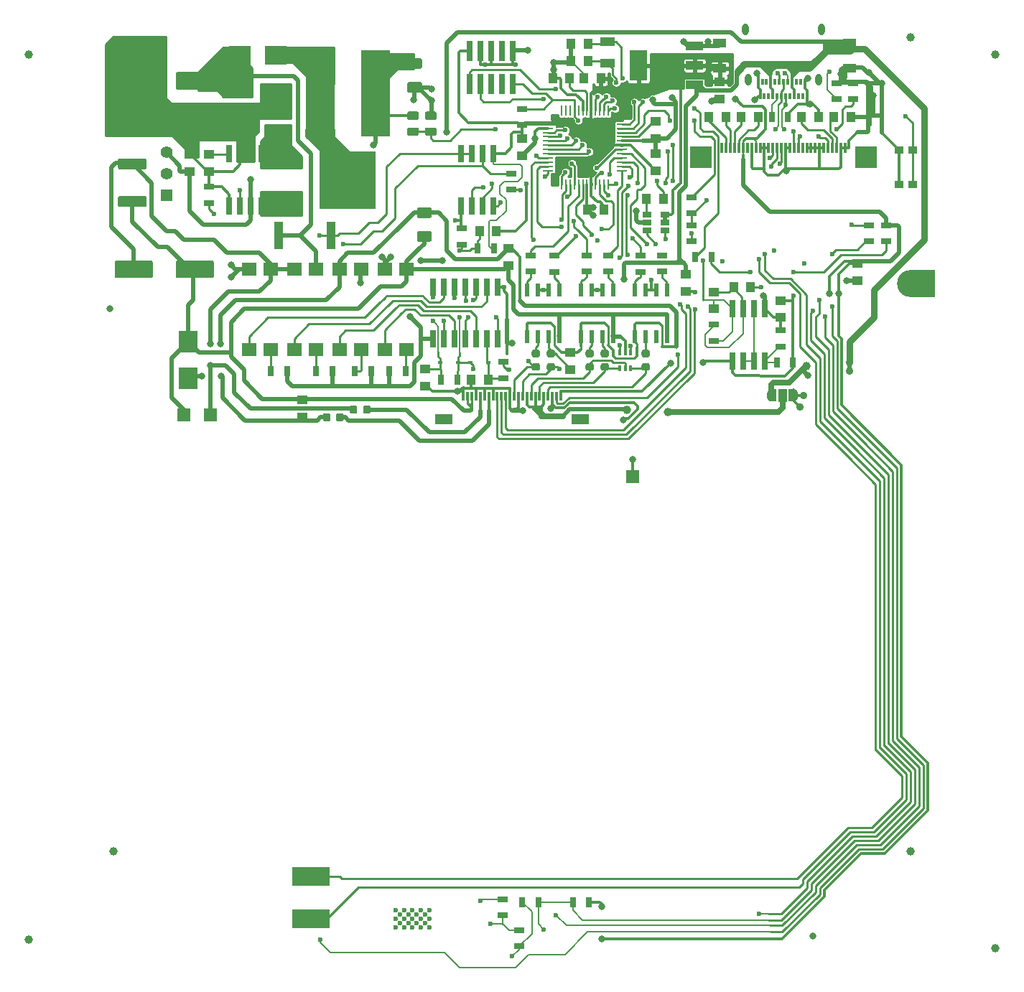
<source format=gbr>
G04 #@! TF.GenerationSoftware,KiCad,Pcbnew,5.1.5+dfsg1-2build2*
G04 #@! TF.CreationDate,2022-03-25T09:21:37+01:00*
G04 #@! TF.ProjectId,OpenDropV4,4f70656e-4472-46f7-9056-342e6b696361,rev?*
G04 #@! TF.SameCoordinates,Original*
G04 #@! TF.FileFunction,Copper,L2,Bot*
G04 #@! TF.FilePolarity,Positive*
%FSLAX46Y46*%
G04 Gerber Fmt 4.6, Leading zero omitted, Abs format (unit mm)*
G04 Created by KiCad (PCBNEW 5.1.5+dfsg1-2build2) date 2022-03-25 09:21:37*
%MOMM*%
%LPD*%
G04 APERTURE LIST*
%ADD10O,0.800000X1.400000*%
%ADD11R,0.300000X0.700000*%
%ADD12R,4.500000X2.200000*%
%ADD13C,0.600000*%
%ADD14R,2.000000X1.300000*%
%ADD15R,0.300000X1.000000*%
%ADD16C,1.000000*%
%ADD17R,1.000000X1.250000*%
%ADD18R,1.800000X1.000000*%
%ADD19R,1.250000X1.000000*%
%ADD20R,1.700000X1.600000*%
%ADD21R,1.300000X0.700000*%
%ADD22R,0.610000X1.520000*%
%ADD23R,0.700000X1.300000*%
%ADD24R,2.780000X1.550000*%
%ADD25R,6.730000X6.740000*%
%ADD26R,1.397000X1.397000*%
%ADD27C,1.397000*%
%ADD28R,0.660400X2.032000*%
%ADD29R,1.000000X3.200000*%
%ADD30R,2.500000X1.000000*%
%ADD31R,2.500000X2.300000*%
%ADD32R,3.500000X10.200000*%
%ADD33R,1.060000X0.650000*%
%ADD34R,0.600000X0.450000*%
%ADD35R,1.300000X0.250000*%
%ADD36R,0.250000X1.300000*%
%ADD37R,2.032000X3.657600*%
%ADD38R,2.032000X1.016000*%
%ADD39R,1.000000X0.900000*%
%ADD40R,1.600000X1.000000*%
%ADD41C,3.200000*%
%ADD42R,3.000000X3.200000*%
%ADD43R,0.300000X1.250000*%
%ADD44R,2.500000X2.500000*%
%ADD45R,0.740000X2.400000*%
%ADD46R,1.501140X1.501140*%
%ADD47C,0.100000*%
%ADD48R,0.400000X0.650000*%
%ADD49R,2.300000X2.500000*%
%ADD50R,1.000000X1.500000*%
%ADD51C,0.800000*%
%ADD52C,0.900000*%
%ADD53C,0.500000*%
%ADD54C,0.300000*%
%ADD55C,0.250000*%
%ADD56C,0.200000*%
%ADD57C,0.800000*%
%ADD58C,0.700000*%
%ADD59C,0.600000*%
%ADD60C,0.254000*%
G04 APERTURE END LIST*
D10*
X127870000Y-39010000D03*
D11*
X129250000Y-40920000D03*
X129750000Y-40920000D03*
X130250000Y-40920000D03*
X130750000Y-40920000D03*
X131250000Y-40920000D03*
X131750000Y-40920000D03*
X132250000Y-40920000D03*
X134750000Y-40920000D03*
X133750000Y-40920000D03*
X133250000Y-40920000D03*
X132750000Y-40920000D03*
X134250000Y-40920000D03*
X134500000Y-39220000D03*
D10*
X136130000Y-39010000D03*
X136490000Y-33060000D03*
X127510000Y-33060000D03*
D11*
X134000000Y-39220000D03*
X133500000Y-39220000D03*
X133000000Y-39220000D03*
X132500000Y-39220000D03*
X132000000Y-39220000D03*
X131500000Y-39220000D03*
X131000000Y-39220000D03*
X130500000Y-39220000D03*
X130000000Y-39220000D03*
X129500000Y-39220000D03*
X129000000Y-39220000D03*
D12*
X76265000Y-137939000D03*
X76265000Y-132939000D03*
D13*
X86265000Y-136939000D03*
X86765000Y-137439000D03*
X87265000Y-136939000D03*
X87765000Y-137439000D03*
X88265000Y-136939000D03*
X88765000Y-137439000D03*
X89265000Y-136939000D03*
X89765000Y-137439000D03*
X90265000Y-136939000D03*
X86265000Y-137939000D03*
X86765000Y-138439000D03*
X87265000Y-137939000D03*
X87765000Y-138439000D03*
X88265000Y-137939000D03*
X88765000Y-138439000D03*
X89265000Y-137939000D03*
X89765000Y-138439000D03*
X90265000Y-137939000D03*
X86265000Y-138939000D03*
X87265000Y-138939000D03*
X88265000Y-138939000D03*
X89265000Y-138939000D03*
X90265000Y-138939000D03*
D14*
X108050000Y-79000000D03*
X91950000Y-79000000D03*
D15*
X105750000Y-76300000D03*
X105250000Y-76300000D03*
X104750000Y-76300000D03*
X104250000Y-76300000D03*
X103750000Y-76300000D03*
X103250000Y-76300000D03*
X102750000Y-76300000D03*
X102250000Y-76300000D03*
X101750000Y-76300000D03*
X101250000Y-76300000D03*
X100750000Y-76300000D03*
X100250000Y-76300000D03*
X99750000Y-76300000D03*
X99250000Y-76300000D03*
X98750000Y-76300000D03*
X98250000Y-76300000D03*
X97750000Y-76300000D03*
X97250000Y-76300000D03*
X96750000Y-76300000D03*
X96250000Y-76300000D03*
X95750000Y-76300000D03*
X95250000Y-76300000D03*
X94750000Y-76300000D03*
X94250000Y-76300000D03*
D16*
X157000000Y-36000000D03*
X157000000Y-141400000D03*
X43000000Y-140400000D03*
X43000000Y-36000000D03*
D17*
X108950000Y-34757000D03*
X106950000Y-34757000D03*
D18*
X111252000Y-34523000D03*
X111252000Y-37023000D03*
D19*
X101219000Y-45949000D03*
X101219000Y-47949000D03*
D20*
X85011000Y-70817000D03*
X87551000Y-70817000D03*
X87551000Y-61317000D03*
X85011000Y-61317000D03*
D21*
X102156000Y-61619500D03*
X102156000Y-59719500D03*
D22*
X118285000Y-69244000D03*
X117015000Y-69244000D03*
X115745000Y-69244000D03*
X114475000Y-69244000D03*
X114475000Y-63779000D03*
X115745000Y-63779000D03*
X117015000Y-63779000D03*
X118285000Y-63779000D03*
X111935000Y-63779000D03*
X110665000Y-63779000D03*
X109395000Y-63779000D03*
X108125000Y-63779000D03*
X108125000Y-69244000D03*
X109395000Y-69244000D03*
X110665000Y-69244000D03*
X111935000Y-69244000D03*
D21*
X64262000Y-53528000D03*
X64262000Y-51628000D03*
X101219000Y-42443000D03*
X101219000Y-44343000D03*
D23*
X107177800Y-135966200D03*
X109077800Y-135966200D03*
X101183400Y-135966200D03*
X103083400Y-135966200D03*
D21*
X100812600Y-139283400D03*
X100812600Y-141183400D03*
X98882200Y-135625800D03*
X98882200Y-137525800D03*
D23*
X133126000Y-72363040D03*
X131226000Y-72363040D03*
D21*
X131650000Y-70460000D03*
X131650000Y-68560000D03*
X123794000Y-69757040D03*
X123794000Y-67857040D03*
X98984000Y-72253000D03*
X98984000Y-74153000D03*
D23*
X71567000Y-73365000D03*
X73467000Y-73365000D03*
X76901000Y-73365000D03*
X78801000Y-73365000D03*
X87437000Y-73365000D03*
X85537000Y-73365000D03*
X81473000Y-73365000D03*
X83373000Y-73365000D03*
D21*
X117650000Y-61619500D03*
X117650000Y-59719500D03*
X140208000Y-41295000D03*
X140208000Y-39395000D03*
X144145000Y-56159000D03*
X144145000Y-58059000D03*
D23*
X121605000Y-59903000D03*
X123505000Y-59903000D03*
D21*
X142113000Y-56159000D03*
X142113000Y-58059000D03*
X115175000Y-61625000D03*
X115175000Y-59725000D03*
X108760000Y-61619500D03*
X108760000Y-59719500D03*
X104975000Y-61625000D03*
X104975000Y-59725000D03*
X111300000Y-61619500D03*
X111300000Y-59719500D03*
X99949000Y-51963000D03*
X99949000Y-50063000D03*
D23*
X93518000Y-74346000D03*
X91618000Y-74346000D03*
X95951000Y-58887000D03*
X97851000Y-58887000D03*
D24*
X73932000Y-48620000D03*
D25*
X80567000Y-50800000D03*
D24*
X73932000Y-52980000D03*
D20*
X74343000Y-70817000D03*
X76883000Y-70817000D03*
X76883000Y-61317000D03*
X74343000Y-61317000D03*
X69009000Y-70817000D03*
X71549000Y-70817000D03*
X71549000Y-61317000D03*
X69009000Y-61317000D03*
X79677000Y-70817000D03*
X82217000Y-70817000D03*
X82217000Y-61317000D03*
X79677000Y-61317000D03*
D22*
X105585000Y-69244000D03*
X104315000Y-69244000D03*
X103045000Y-69244000D03*
X101775000Y-69244000D03*
X101775000Y-63779000D03*
X103045000Y-63779000D03*
X104315000Y-63779000D03*
X105585000Y-63779000D03*
D19*
X123794000Y-65997040D03*
X123794000Y-63997040D03*
D26*
X59230000Y-52605000D03*
D27*
X59230000Y-50065000D03*
X59230000Y-47525000D03*
D28*
X129763000Y-72134440D03*
X128493000Y-72134440D03*
X127223000Y-72134440D03*
X125953000Y-72134440D03*
X125953000Y-65987640D03*
X127223000Y-65987640D03*
X128493000Y-65987640D03*
X129763000Y-65987640D03*
D29*
X72465000Y-57363000D03*
X78665000Y-57363000D03*
D30*
X72565000Y-44895000D03*
X72565000Y-39995000D03*
D19*
X61976000Y-49768000D03*
X61976000Y-47768000D03*
X64262000Y-47768000D03*
X64262000Y-49768000D03*
X75235000Y-78775000D03*
X75235000Y-76775000D03*
D31*
X67875000Y-36095000D03*
X72175000Y-36095000D03*
D16*
X147000000Y-34000000D03*
X147000000Y-130000000D03*
X53000000Y-130000000D03*
D19*
X131668000Y-65013040D03*
X131668000Y-67013040D03*
D17*
X126127000Y-63459000D03*
X128127000Y-63459000D03*
X106791000Y-38821000D03*
X104791000Y-38821000D03*
D19*
X140716000Y-62681000D03*
X140716000Y-60681000D03*
D17*
X108950000Y-36789000D03*
X106950000Y-36789000D03*
D19*
X116967000Y-45917000D03*
X116967000Y-43917000D03*
D32*
X83945000Y-40599000D03*
X77345000Y-40599000D03*
D17*
X125206000Y-43393000D03*
X123206000Y-43393000D03*
X137938000Y-43393000D03*
X139938000Y-43393000D03*
X127016000Y-43393000D03*
X129016000Y-43393000D03*
X136128000Y-43393000D03*
X134128000Y-43393000D03*
X117840000Y-53045000D03*
X115840000Y-53045000D03*
D19*
X120523000Y-63951000D03*
X120523000Y-61951000D03*
D28*
X66675000Y-47726600D03*
X67945000Y-47726600D03*
X69215000Y-47726600D03*
X70485000Y-47726600D03*
X70485000Y-53873400D03*
X69215000Y-53873400D03*
X67945000Y-53873400D03*
X66675000Y-53873400D03*
X93980000Y-47685600D03*
X95250000Y-47685600D03*
X96520000Y-47685600D03*
X97790000Y-47685600D03*
X97790000Y-53832400D03*
X96520000Y-53832400D03*
X95250000Y-53832400D03*
X93980000Y-53832400D03*
D33*
X115867000Y-56789000D03*
X115867000Y-55839000D03*
X115867000Y-54889000D03*
X118067000Y-54889000D03*
X118067000Y-56789000D03*
X118067000Y-55839000D03*
D19*
X89789000Y-73127000D03*
X89789000Y-75127000D03*
D17*
X95190000Y-74346000D03*
X97190000Y-74346000D03*
X96155000Y-56855000D03*
X98155000Y-56855000D03*
D34*
X91533000Y-72314000D03*
X93633000Y-72314000D03*
X97189000Y-72314000D03*
X95089000Y-72314000D03*
D28*
X90690000Y-63426600D03*
X91960000Y-63426600D03*
X93230000Y-63426600D03*
X94500000Y-63426600D03*
X95770000Y-63426600D03*
X97040000Y-63426600D03*
X98310000Y-63426600D03*
X98310000Y-69573400D03*
X97040000Y-69573400D03*
X94500000Y-69573400D03*
X93230000Y-69573400D03*
X91960000Y-69573400D03*
X90690000Y-69573400D03*
X95770000Y-69573400D03*
D17*
X108474000Y-38821000D03*
X110474000Y-38821000D03*
D35*
X112935000Y-44199000D03*
X112935000Y-44699000D03*
X112935000Y-45199000D03*
X112935000Y-45699000D03*
X112935000Y-46199000D03*
X112935000Y-46699000D03*
X112935000Y-47199000D03*
X112935000Y-47699000D03*
X112935000Y-48199000D03*
X112935000Y-48699000D03*
X112935000Y-49199000D03*
X112935000Y-49699000D03*
D36*
X111335000Y-51299000D03*
X110835000Y-51299000D03*
X110335000Y-51299000D03*
X109835000Y-51299000D03*
X109335000Y-51299000D03*
X108835000Y-51299000D03*
X108335000Y-51299000D03*
X107835000Y-51299000D03*
X107335000Y-51299000D03*
X106835000Y-51299000D03*
X106335000Y-51299000D03*
X105835000Y-51299000D03*
D35*
X104235000Y-49699000D03*
X104235000Y-49199000D03*
X104235000Y-48699000D03*
X104235000Y-48199000D03*
X104235000Y-47699000D03*
X104235000Y-47199000D03*
X104235000Y-46699000D03*
X104235000Y-46199000D03*
X104235000Y-45699000D03*
X104235000Y-45199000D03*
X104235000Y-44699000D03*
X104235000Y-44199000D03*
D36*
X105835000Y-42599000D03*
X106335000Y-42599000D03*
X106835000Y-42599000D03*
X107335000Y-42599000D03*
X107835000Y-42599000D03*
X108335000Y-42599000D03*
X108835000Y-42599000D03*
X109335000Y-42599000D03*
X109835000Y-42599000D03*
X110335000Y-42599000D03*
X110835000Y-42599000D03*
X111335000Y-42599000D03*
D17*
X110855000Y-54315000D03*
X108855000Y-54315000D03*
D19*
X116967000Y-47727000D03*
X116967000Y-49727000D03*
D37*
X114898000Y-37297000D03*
D38*
X121502000Y-37297000D03*
X121502000Y-39583000D03*
X121502000Y-35011000D03*
D39*
X147231000Y-51348500D03*
X145631000Y-51348500D03*
X147231000Y-47248500D03*
X145631000Y-47248500D03*
D40*
X139827000Y-34645000D03*
X139827000Y-37645000D03*
X124495000Y-37645000D03*
X124495000Y-34645000D03*
D19*
X124500000Y-41218000D03*
X124500000Y-39218000D03*
D41*
X146963000Y-63000000D03*
D42*
X148463000Y-63000000D03*
D43*
X139250000Y-47025000D03*
X137250000Y-47025000D03*
X137750000Y-47025000D03*
X138750000Y-47025000D03*
X138250000Y-47025000D03*
X136250000Y-47025000D03*
X136750000Y-47025000D03*
X135750000Y-47025000D03*
X135250000Y-47025000D03*
X132250000Y-47025000D03*
X132750000Y-47025000D03*
X133750000Y-47025000D03*
X133250000Y-47025000D03*
X134750000Y-47025000D03*
X134250000Y-47025000D03*
X126750000Y-47025000D03*
X127250000Y-47025000D03*
X125750000Y-47025000D03*
X126250000Y-47025000D03*
X125250000Y-47025000D03*
X124750000Y-47025000D03*
X127750000Y-47025000D03*
X128250000Y-47025000D03*
X129250000Y-47025000D03*
X128750000Y-47025000D03*
X130750000Y-47025000D03*
X131250000Y-47025000D03*
X130250000Y-47025000D03*
X129750000Y-47025000D03*
D44*
X122250000Y-48125000D03*
X141750000Y-48125000D03*
D43*
X131750000Y-47025000D03*
D21*
X121158000Y-54757000D03*
X121158000Y-52857000D03*
X121158000Y-56159000D03*
X121158000Y-58059000D03*
D19*
X99568000Y-58903000D03*
X99568000Y-60903000D03*
D45*
X100040000Y-39475600D03*
X100040000Y-35575600D03*
X98770000Y-39475600D03*
X98770000Y-35575600D03*
X97500000Y-39475600D03*
X97500000Y-35575600D03*
X96230000Y-39475600D03*
X96230000Y-35575600D03*
X94960000Y-39475600D03*
X94960000Y-35575600D03*
D21*
X94107000Y-56540000D03*
X94107000Y-58440000D03*
D19*
X106858000Y-71187000D03*
X106858000Y-73187000D03*
D21*
X138303000Y-41295000D03*
X138303000Y-39395000D03*
D23*
X130622000Y-43393000D03*
X132522000Y-43393000D03*
D46*
X64445000Y-78537000D03*
X61265000Y-78537000D03*
X114224000Y-85776000D03*
G04 #@! TA.AperFunction,SMDPad,CuDef*
D47*
G36*
X89156004Y-36444704D02*
G01*
X89180273Y-36448304D01*
X89204071Y-36454265D01*
X89227171Y-36462530D01*
X89249349Y-36473020D01*
X89270393Y-36485633D01*
X89290098Y-36500247D01*
X89308277Y-36516723D01*
X89324753Y-36534902D01*
X89339367Y-36554607D01*
X89351980Y-36575651D01*
X89362470Y-36597829D01*
X89370735Y-36620929D01*
X89376696Y-36644727D01*
X89380296Y-36668996D01*
X89381500Y-36693500D01*
X89381500Y-37443500D01*
X89380296Y-37468004D01*
X89376696Y-37492273D01*
X89370735Y-37516071D01*
X89362470Y-37539171D01*
X89351980Y-37561349D01*
X89339367Y-37582393D01*
X89324753Y-37602098D01*
X89308277Y-37620277D01*
X89290098Y-37636753D01*
X89270393Y-37651367D01*
X89249349Y-37663980D01*
X89227171Y-37674470D01*
X89204071Y-37682735D01*
X89180273Y-37688696D01*
X89156004Y-37692296D01*
X89131500Y-37693500D01*
X87881500Y-37693500D01*
X87856996Y-37692296D01*
X87832727Y-37688696D01*
X87808929Y-37682735D01*
X87785829Y-37674470D01*
X87763651Y-37663980D01*
X87742607Y-37651367D01*
X87722902Y-37636753D01*
X87704723Y-37620277D01*
X87688247Y-37602098D01*
X87673633Y-37582393D01*
X87661020Y-37561349D01*
X87650530Y-37539171D01*
X87642265Y-37516071D01*
X87636304Y-37492273D01*
X87632704Y-37468004D01*
X87631500Y-37443500D01*
X87631500Y-36693500D01*
X87632704Y-36668996D01*
X87636304Y-36644727D01*
X87642265Y-36620929D01*
X87650530Y-36597829D01*
X87661020Y-36575651D01*
X87673633Y-36554607D01*
X87688247Y-36534902D01*
X87704723Y-36516723D01*
X87722902Y-36500247D01*
X87742607Y-36485633D01*
X87763651Y-36473020D01*
X87785829Y-36462530D01*
X87808929Y-36454265D01*
X87832727Y-36448304D01*
X87856996Y-36444704D01*
X87881500Y-36443500D01*
X89131500Y-36443500D01*
X89156004Y-36444704D01*
G37*
G04 #@! TD.AperFunction*
G04 #@! TA.AperFunction,SMDPad,CuDef*
G36*
X89156004Y-39244704D02*
G01*
X89180273Y-39248304D01*
X89204071Y-39254265D01*
X89227171Y-39262530D01*
X89249349Y-39273020D01*
X89270393Y-39285633D01*
X89290098Y-39300247D01*
X89308277Y-39316723D01*
X89324753Y-39334902D01*
X89339367Y-39354607D01*
X89351980Y-39375651D01*
X89362470Y-39397829D01*
X89370735Y-39420929D01*
X89376696Y-39444727D01*
X89380296Y-39468996D01*
X89381500Y-39493500D01*
X89381500Y-40243500D01*
X89380296Y-40268004D01*
X89376696Y-40292273D01*
X89370735Y-40316071D01*
X89362470Y-40339171D01*
X89351980Y-40361349D01*
X89339367Y-40382393D01*
X89324753Y-40402098D01*
X89308277Y-40420277D01*
X89290098Y-40436753D01*
X89270393Y-40451367D01*
X89249349Y-40463980D01*
X89227171Y-40474470D01*
X89204071Y-40482735D01*
X89180273Y-40488696D01*
X89156004Y-40492296D01*
X89131500Y-40493500D01*
X87881500Y-40493500D01*
X87856996Y-40492296D01*
X87832727Y-40488696D01*
X87808929Y-40482735D01*
X87785829Y-40474470D01*
X87763651Y-40463980D01*
X87742607Y-40451367D01*
X87722902Y-40436753D01*
X87704723Y-40420277D01*
X87688247Y-40402098D01*
X87673633Y-40382393D01*
X87661020Y-40361349D01*
X87650530Y-40339171D01*
X87642265Y-40316071D01*
X87636304Y-40292273D01*
X87632704Y-40268004D01*
X87631500Y-40243500D01*
X87631500Y-39493500D01*
X87632704Y-39468996D01*
X87636304Y-39444727D01*
X87642265Y-39420929D01*
X87650530Y-39397829D01*
X87661020Y-39375651D01*
X87673633Y-39354607D01*
X87688247Y-39334902D01*
X87704723Y-39316723D01*
X87722902Y-39300247D01*
X87742607Y-39285633D01*
X87763651Y-39273020D01*
X87785829Y-39262530D01*
X87808929Y-39254265D01*
X87832727Y-39248304D01*
X87856996Y-39244704D01*
X87881500Y-39243500D01*
X89131500Y-39243500D01*
X89156004Y-39244704D01*
G37*
G04 #@! TD.AperFunction*
G04 #@! TA.AperFunction,SMDPad,CuDef*
G36*
X64603504Y-38067204D02*
G01*
X64627773Y-38070804D01*
X64651571Y-38076765D01*
X64674671Y-38085030D01*
X64696849Y-38095520D01*
X64717893Y-38108133D01*
X64737598Y-38122747D01*
X64755777Y-38139223D01*
X64772253Y-38157402D01*
X64786867Y-38177107D01*
X64799480Y-38198151D01*
X64809970Y-38220329D01*
X64818235Y-38243429D01*
X64824196Y-38267227D01*
X64827796Y-38291496D01*
X64829000Y-38316000D01*
X64829000Y-39916000D01*
X64827796Y-39940504D01*
X64824196Y-39964773D01*
X64818235Y-39988571D01*
X64809970Y-40011671D01*
X64799480Y-40033849D01*
X64786867Y-40054893D01*
X64772253Y-40074598D01*
X64755777Y-40092777D01*
X64737598Y-40109253D01*
X64717893Y-40123867D01*
X64696849Y-40136480D01*
X64674671Y-40146970D01*
X64651571Y-40155235D01*
X64627773Y-40161196D01*
X64603504Y-40164796D01*
X64579000Y-40166000D01*
X60579000Y-40166000D01*
X60554496Y-40164796D01*
X60530227Y-40161196D01*
X60506429Y-40155235D01*
X60483329Y-40146970D01*
X60461151Y-40136480D01*
X60440107Y-40123867D01*
X60420402Y-40109253D01*
X60402223Y-40092777D01*
X60385747Y-40074598D01*
X60371133Y-40054893D01*
X60358520Y-40033849D01*
X60348030Y-40011671D01*
X60339765Y-39988571D01*
X60333804Y-39964773D01*
X60330204Y-39940504D01*
X60329000Y-39916000D01*
X60329000Y-38316000D01*
X60330204Y-38291496D01*
X60333804Y-38267227D01*
X60339765Y-38243429D01*
X60348030Y-38220329D01*
X60358520Y-38198151D01*
X60371133Y-38177107D01*
X60385747Y-38157402D01*
X60402223Y-38139223D01*
X60420402Y-38122747D01*
X60440107Y-38108133D01*
X60461151Y-38095520D01*
X60483329Y-38085030D01*
X60506429Y-38076765D01*
X60530227Y-38070804D01*
X60554496Y-38067204D01*
X60579000Y-38066000D01*
X64579000Y-38066000D01*
X64603504Y-38067204D01*
G37*
G04 #@! TD.AperFunction*
G04 #@! TA.AperFunction,SMDPad,CuDef*
G36*
X57403504Y-38067204D02*
G01*
X57427773Y-38070804D01*
X57451571Y-38076765D01*
X57474671Y-38085030D01*
X57496849Y-38095520D01*
X57517893Y-38108133D01*
X57537598Y-38122747D01*
X57555777Y-38139223D01*
X57572253Y-38157402D01*
X57586867Y-38177107D01*
X57599480Y-38198151D01*
X57609970Y-38220329D01*
X57618235Y-38243429D01*
X57624196Y-38267227D01*
X57627796Y-38291496D01*
X57629000Y-38316000D01*
X57629000Y-39916000D01*
X57627796Y-39940504D01*
X57624196Y-39964773D01*
X57618235Y-39988571D01*
X57609970Y-40011671D01*
X57599480Y-40033849D01*
X57586867Y-40054893D01*
X57572253Y-40074598D01*
X57555777Y-40092777D01*
X57537598Y-40109253D01*
X57517893Y-40123867D01*
X57496849Y-40136480D01*
X57474671Y-40146970D01*
X57451571Y-40155235D01*
X57427773Y-40161196D01*
X57403504Y-40164796D01*
X57379000Y-40166000D01*
X53379000Y-40166000D01*
X53354496Y-40164796D01*
X53330227Y-40161196D01*
X53306429Y-40155235D01*
X53283329Y-40146970D01*
X53261151Y-40136480D01*
X53240107Y-40123867D01*
X53220402Y-40109253D01*
X53202223Y-40092777D01*
X53185747Y-40074598D01*
X53171133Y-40054893D01*
X53158520Y-40033849D01*
X53148030Y-40011671D01*
X53139765Y-39988571D01*
X53133804Y-39964773D01*
X53130204Y-39940504D01*
X53129000Y-39916000D01*
X53129000Y-38316000D01*
X53130204Y-38291496D01*
X53133804Y-38267227D01*
X53139765Y-38243429D01*
X53148030Y-38220329D01*
X53158520Y-38198151D01*
X53171133Y-38177107D01*
X53185747Y-38157402D01*
X53202223Y-38139223D01*
X53220402Y-38122747D01*
X53240107Y-38108133D01*
X53261151Y-38095520D01*
X53283329Y-38085030D01*
X53306429Y-38076765D01*
X53330227Y-38070804D01*
X53354496Y-38067204D01*
X53379000Y-38066000D01*
X57379000Y-38066000D01*
X57403504Y-38067204D01*
G37*
G04 #@! TD.AperFunction*
G04 #@! TA.AperFunction,SMDPad,CuDef*
G36*
X64603504Y-60279704D02*
G01*
X64627773Y-60283304D01*
X64651571Y-60289265D01*
X64674671Y-60297530D01*
X64696849Y-60308020D01*
X64717893Y-60320633D01*
X64737598Y-60335247D01*
X64755777Y-60351723D01*
X64772253Y-60369902D01*
X64786867Y-60389607D01*
X64799480Y-60410651D01*
X64809970Y-60432829D01*
X64818235Y-60455929D01*
X64824196Y-60479727D01*
X64827796Y-60503996D01*
X64829000Y-60528500D01*
X64829000Y-62128500D01*
X64827796Y-62153004D01*
X64824196Y-62177273D01*
X64818235Y-62201071D01*
X64809970Y-62224171D01*
X64799480Y-62246349D01*
X64786867Y-62267393D01*
X64772253Y-62287098D01*
X64755777Y-62305277D01*
X64737598Y-62321753D01*
X64717893Y-62336367D01*
X64696849Y-62348980D01*
X64674671Y-62359470D01*
X64651571Y-62367735D01*
X64627773Y-62373696D01*
X64603504Y-62377296D01*
X64579000Y-62378500D01*
X60579000Y-62378500D01*
X60554496Y-62377296D01*
X60530227Y-62373696D01*
X60506429Y-62367735D01*
X60483329Y-62359470D01*
X60461151Y-62348980D01*
X60440107Y-62336367D01*
X60420402Y-62321753D01*
X60402223Y-62305277D01*
X60385747Y-62287098D01*
X60371133Y-62267393D01*
X60358520Y-62246349D01*
X60348030Y-62224171D01*
X60339765Y-62201071D01*
X60333804Y-62177273D01*
X60330204Y-62153004D01*
X60329000Y-62128500D01*
X60329000Y-60528500D01*
X60330204Y-60503996D01*
X60333804Y-60479727D01*
X60339765Y-60455929D01*
X60348030Y-60432829D01*
X60358520Y-60410651D01*
X60371133Y-60389607D01*
X60385747Y-60369902D01*
X60402223Y-60351723D01*
X60420402Y-60335247D01*
X60440107Y-60320633D01*
X60461151Y-60308020D01*
X60483329Y-60297530D01*
X60506429Y-60289265D01*
X60530227Y-60283304D01*
X60554496Y-60279704D01*
X60579000Y-60278500D01*
X64579000Y-60278500D01*
X64603504Y-60279704D01*
G37*
G04 #@! TD.AperFunction*
G04 #@! TA.AperFunction,SMDPad,CuDef*
G36*
X57403504Y-60279704D02*
G01*
X57427773Y-60283304D01*
X57451571Y-60289265D01*
X57474671Y-60297530D01*
X57496849Y-60308020D01*
X57517893Y-60320633D01*
X57537598Y-60335247D01*
X57555777Y-60351723D01*
X57572253Y-60369902D01*
X57586867Y-60389607D01*
X57599480Y-60410651D01*
X57609970Y-60432829D01*
X57618235Y-60455929D01*
X57624196Y-60479727D01*
X57627796Y-60503996D01*
X57629000Y-60528500D01*
X57629000Y-62128500D01*
X57627796Y-62153004D01*
X57624196Y-62177273D01*
X57618235Y-62201071D01*
X57609970Y-62224171D01*
X57599480Y-62246349D01*
X57586867Y-62267393D01*
X57572253Y-62287098D01*
X57555777Y-62305277D01*
X57537598Y-62321753D01*
X57517893Y-62336367D01*
X57496849Y-62348980D01*
X57474671Y-62359470D01*
X57451571Y-62367735D01*
X57427773Y-62373696D01*
X57403504Y-62377296D01*
X57379000Y-62378500D01*
X53379000Y-62378500D01*
X53354496Y-62377296D01*
X53330227Y-62373696D01*
X53306429Y-62367735D01*
X53283329Y-62359470D01*
X53261151Y-62348980D01*
X53240107Y-62336367D01*
X53220402Y-62321753D01*
X53202223Y-62305277D01*
X53185747Y-62287098D01*
X53171133Y-62267393D01*
X53158520Y-62246349D01*
X53148030Y-62224171D01*
X53139765Y-62201071D01*
X53133804Y-62177273D01*
X53130204Y-62153004D01*
X53129000Y-62128500D01*
X53129000Y-60528500D01*
X53130204Y-60503996D01*
X53133804Y-60479727D01*
X53139765Y-60455929D01*
X53148030Y-60432829D01*
X53158520Y-60410651D01*
X53171133Y-60389607D01*
X53185747Y-60369902D01*
X53202223Y-60351723D01*
X53220402Y-60335247D01*
X53240107Y-60320633D01*
X53261151Y-60308020D01*
X53283329Y-60297530D01*
X53306429Y-60289265D01*
X53330227Y-60283304D01*
X53354496Y-60279704D01*
X53379000Y-60278500D01*
X57379000Y-60278500D01*
X57403504Y-60279704D01*
G37*
G04 #@! TD.AperFunction*
G04 #@! TA.AperFunction,SMDPad,CuDef*
G36*
X69216504Y-44045204D02*
G01*
X69240773Y-44048804D01*
X69264571Y-44054765D01*
X69287671Y-44063030D01*
X69309849Y-44073520D01*
X69330893Y-44086133D01*
X69350598Y-44100747D01*
X69368777Y-44117223D01*
X69385253Y-44135402D01*
X69399867Y-44155107D01*
X69412480Y-44176151D01*
X69422970Y-44198329D01*
X69431235Y-44221429D01*
X69437196Y-44245227D01*
X69440796Y-44269496D01*
X69442000Y-44294000D01*
X69442000Y-45094000D01*
X69440796Y-45118504D01*
X69437196Y-45142773D01*
X69431235Y-45166571D01*
X69422970Y-45189671D01*
X69412480Y-45211849D01*
X69399867Y-45232893D01*
X69385253Y-45252598D01*
X69368777Y-45270777D01*
X69350598Y-45287253D01*
X69330893Y-45301867D01*
X69309849Y-45314480D01*
X69287671Y-45324970D01*
X69264571Y-45333235D01*
X69240773Y-45339196D01*
X69216504Y-45342796D01*
X69192000Y-45344000D01*
X66292000Y-45344000D01*
X66267496Y-45342796D01*
X66243227Y-45339196D01*
X66219429Y-45333235D01*
X66196329Y-45324970D01*
X66174151Y-45314480D01*
X66153107Y-45301867D01*
X66133402Y-45287253D01*
X66115223Y-45270777D01*
X66098747Y-45252598D01*
X66084133Y-45232893D01*
X66071520Y-45211849D01*
X66061030Y-45189671D01*
X66052765Y-45166571D01*
X66046804Y-45142773D01*
X66043204Y-45118504D01*
X66042000Y-45094000D01*
X66042000Y-44294000D01*
X66043204Y-44269496D01*
X66046804Y-44245227D01*
X66052765Y-44221429D01*
X66061030Y-44198329D01*
X66071520Y-44176151D01*
X66084133Y-44155107D01*
X66098747Y-44135402D01*
X66115223Y-44117223D01*
X66133402Y-44100747D01*
X66153107Y-44086133D01*
X66174151Y-44073520D01*
X66196329Y-44063030D01*
X66219429Y-44054765D01*
X66243227Y-44048804D01*
X66267496Y-44045204D01*
X66292000Y-44044000D01*
X69192000Y-44044000D01*
X69216504Y-44045204D01*
G37*
G04 #@! TD.AperFunction*
G04 #@! TA.AperFunction,SMDPad,CuDef*
G36*
X69216504Y-39595204D02*
G01*
X69240773Y-39598804D01*
X69264571Y-39604765D01*
X69287671Y-39613030D01*
X69309849Y-39623520D01*
X69330893Y-39636133D01*
X69350598Y-39650747D01*
X69368777Y-39667223D01*
X69385253Y-39685402D01*
X69399867Y-39705107D01*
X69412480Y-39726151D01*
X69422970Y-39748329D01*
X69431235Y-39771429D01*
X69437196Y-39795227D01*
X69440796Y-39819496D01*
X69442000Y-39844000D01*
X69442000Y-40644000D01*
X69440796Y-40668504D01*
X69437196Y-40692773D01*
X69431235Y-40716571D01*
X69422970Y-40739671D01*
X69412480Y-40761849D01*
X69399867Y-40782893D01*
X69385253Y-40802598D01*
X69368777Y-40820777D01*
X69350598Y-40837253D01*
X69330893Y-40851867D01*
X69309849Y-40864480D01*
X69287671Y-40874970D01*
X69264571Y-40883235D01*
X69240773Y-40889196D01*
X69216504Y-40892796D01*
X69192000Y-40894000D01*
X66292000Y-40894000D01*
X66267496Y-40892796D01*
X66243227Y-40889196D01*
X66219429Y-40883235D01*
X66196329Y-40874970D01*
X66174151Y-40864480D01*
X66153107Y-40851867D01*
X66133402Y-40837253D01*
X66115223Y-40820777D01*
X66098747Y-40802598D01*
X66084133Y-40782893D01*
X66071520Y-40761849D01*
X66061030Y-40739671D01*
X66052765Y-40716571D01*
X66046804Y-40692773D01*
X66043204Y-40668504D01*
X66042000Y-40644000D01*
X66042000Y-39844000D01*
X66043204Y-39819496D01*
X66046804Y-39795227D01*
X66052765Y-39771429D01*
X66061030Y-39748329D01*
X66071520Y-39726151D01*
X66084133Y-39705107D01*
X66098747Y-39685402D01*
X66115223Y-39667223D01*
X66133402Y-39650747D01*
X66153107Y-39636133D01*
X66174151Y-39623520D01*
X66196329Y-39613030D01*
X66219429Y-39604765D01*
X66243227Y-39598804D01*
X66267496Y-39595204D01*
X66292000Y-39594000D01*
X69192000Y-39594000D01*
X69216504Y-39595204D01*
G37*
G04 #@! TD.AperFunction*
G04 #@! TA.AperFunction,SMDPad,CuDef*
G36*
X56699504Y-48251204D02*
G01*
X56723773Y-48254804D01*
X56747571Y-48260765D01*
X56770671Y-48269030D01*
X56792849Y-48279520D01*
X56813893Y-48292133D01*
X56833598Y-48306747D01*
X56851777Y-48323223D01*
X56868253Y-48341402D01*
X56882867Y-48361107D01*
X56895480Y-48382151D01*
X56905970Y-48404329D01*
X56914235Y-48427429D01*
X56920196Y-48451227D01*
X56923796Y-48475496D01*
X56925000Y-48500000D01*
X56925000Y-49300000D01*
X56923796Y-49324504D01*
X56920196Y-49348773D01*
X56914235Y-49372571D01*
X56905970Y-49395671D01*
X56895480Y-49417849D01*
X56882867Y-49438893D01*
X56868253Y-49458598D01*
X56851777Y-49476777D01*
X56833598Y-49493253D01*
X56813893Y-49507867D01*
X56792849Y-49520480D01*
X56770671Y-49530970D01*
X56747571Y-49539235D01*
X56723773Y-49545196D01*
X56699504Y-49548796D01*
X56675000Y-49550000D01*
X53775000Y-49550000D01*
X53750496Y-49548796D01*
X53726227Y-49545196D01*
X53702429Y-49539235D01*
X53679329Y-49530970D01*
X53657151Y-49520480D01*
X53636107Y-49507867D01*
X53616402Y-49493253D01*
X53598223Y-49476777D01*
X53581747Y-49458598D01*
X53567133Y-49438893D01*
X53554520Y-49417849D01*
X53544030Y-49395671D01*
X53535765Y-49372571D01*
X53529804Y-49348773D01*
X53526204Y-49324504D01*
X53525000Y-49300000D01*
X53525000Y-48500000D01*
X53526204Y-48475496D01*
X53529804Y-48451227D01*
X53535765Y-48427429D01*
X53544030Y-48404329D01*
X53554520Y-48382151D01*
X53567133Y-48361107D01*
X53581747Y-48341402D01*
X53598223Y-48323223D01*
X53616402Y-48306747D01*
X53636107Y-48292133D01*
X53657151Y-48279520D01*
X53679329Y-48269030D01*
X53702429Y-48260765D01*
X53726227Y-48254804D01*
X53750496Y-48251204D01*
X53775000Y-48250000D01*
X56675000Y-48250000D01*
X56699504Y-48251204D01*
G37*
G04 #@! TD.AperFunction*
G04 #@! TA.AperFunction,SMDPad,CuDef*
G36*
X56699504Y-52701204D02*
G01*
X56723773Y-52704804D01*
X56747571Y-52710765D01*
X56770671Y-52719030D01*
X56792849Y-52729520D01*
X56813893Y-52742133D01*
X56833598Y-52756747D01*
X56851777Y-52773223D01*
X56868253Y-52791402D01*
X56882867Y-52811107D01*
X56895480Y-52832151D01*
X56905970Y-52854329D01*
X56914235Y-52877429D01*
X56920196Y-52901227D01*
X56923796Y-52925496D01*
X56925000Y-52950000D01*
X56925000Y-53750000D01*
X56923796Y-53774504D01*
X56920196Y-53798773D01*
X56914235Y-53822571D01*
X56905970Y-53845671D01*
X56895480Y-53867849D01*
X56882867Y-53888893D01*
X56868253Y-53908598D01*
X56851777Y-53926777D01*
X56833598Y-53943253D01*
X56813893Y-53957867D01*
X56792849Y-53970480D01*
X56770671Y-53980970D01*
X56747571Y-53989235D01*
X56723773Y-53995196D01*
X56699504Y-53998796D01*
X56675000Y-54000000D01*
X53775000Y-54000000D01*
X53750496Y-53998796D01*
X53726227Y-53995196D01*
X53702429Y-53989235D01*
X53679329Y-53980970D01*
X53657151Y-53970480D01*
X53636107Y-53957867D01*
X53616402Y-53943253D01*
X53598223Y-53926777D01*
X53581747Y-53908598D01*
X53567133Y-53888893D01*
X53554520Y-53867849D01*
X53544030Y-53845671D01*
X53535765Y-53822571D01*
X53529804Y-53798773D01*
X53526204Y-53774504D01*
X53525000Y-53750000D01*
X53525000Y-52950000D01*
X53526204Y-52925496D01*
X53529804Y-52901227D01*
X53535765Y-52877429D01*
X53544030Y-52854329D01*
X53554520Y-52832151D01*
X53567133Y-52811107D01*
X53581747Y-52791402D01*
X53598223Y-52773223D01*
X53616402Y-52756747D01*
X53636107Y-52742133D01*
X53657151Y-52729520D01*
X53679329Y-52719030D01*
X53702429Y-52710765D01*
X53726227Y-52704804D01*
X53750496Y-52701204D01*
X53775000Y-52700000D01*
X56675000Y-52700000D01*
X56699504Y-52701204D01*
G37*
G04 #@! TD.AperFunction*
G04 #@! TA.AperFunction,SMDPad,CuDef*
G36*
X90299004Y-54034204D02*
G01*
X90323273Y-54037804D01*
X90347071Y-54043765D01*
X90370171Y-54052030D01*
X90392349Y-54062520D01*
X90413393Y-54075133D01*
X90433098Y-54089747D01*
X90451277Y-54106223D01*
X90467753Y-54124402D01*
X90482367Y-54144107D01*
X90494980Y-54165151D01*
X90505470Y-54187329D01*
X90513735Y-54210429D01*
X90519696Y-54234227D01*
X90523296Y-54258496D01*
X90524500Y-54283000D01*
X90524500Y-55033000D01*
X90523296Y-55057504D01*
X90519696Y-55081773D01*
X90513735Y-55105571D01*
X90505470Y-55128671D01*
X90494980Y-55150849D01*
X90482367Y-55171893D01*
X90467753Y-55191598D01*
X90451277Y-55209777D01*
X90433098Y-55226253D01*
X90413393Y-55240867D01*
X90392349Y-55253480D01*
X90370171Y-55263970D01*
X90347071Y-55272235D01*
X90323273Y-55278196D01*
X90299004Y-55281796D01*
X90274500Y-55283000D01*
X89024500Y-55283000D01*
X88999996Y-55281796D01*
X88975727Y-55278196D01*
X88951929Y-55272235D01*
X88928829Y-55263970D01*
X88906651Y-55253480D01*
X88885607Y-55240867D01*
X88865902Y-55226253D01*
X88847723Y-55209777D01*
X88831247Y-55191598D01*
X88816633Y-55171893D01*
X88804020Y-55150849D01*
X88793530Y-55128671D01*
X88785265Y-55105571D01*
X88779304Y-55081773D01*
X88775704Y-55057504D01*
X88774500Y-55033000D01*
X88774500Y-54283000D01*
X88775704Y-54258496D01*
X88779304Y-54234227D01*
X88785265Y-54210429D01*
X88793530Y-54187329D01*
X88804020Y-54165151D01*
X88816633Y-54144107D01*
X88831247Y-54124402D01*
X88847723Y-54106223D01*
X88865902Y-54089747D01*
X88885607Y-54075133D01*
X88906651Y-54062520D01*
X88928829Y-54052030D01*
X88951929Y-54043765D01*
X88975727Y-54037804D01*
X88999996Y-54034204D01*
X89024500Y-54033000D01*
X90274500Y-54033000D01*
X90299004Y-54034204D01*
G37*
G04 #@! TD.AperFunction*
G04 #@! TA.AperFunction,SMDPad,CuDef*
G36*
X90299004Y-56834204D02*
G01*
X90323273Y-56837804D01*
X90347071Y-56843765D01*
X90370171Y-56852030D01*
X90392349Y-56862520D01*
X90413393Y-56875133D01*
X90433098Y-56889747D01*
X90451277Y-56906223D01*
X90467753Y-56924402D01*
X90482367Y-56944107D01*
X90494980Y-56965151D01*
X90505470Y-56987329D01*
X90513735Y-57010429D01*
X90519696Y-57034227D01*
X90523296Y-57058496D01*
X90524500Y-57083000D01*
X90524500Y-57833000D01*
X90523296Y-57857504D01*
X90519696Y-57881773D01*
X90513735Y-57905571D01*
X90505470Y-57928671D01*
X90494980Y-57950849D01*
X90482367Y-57971893D01*
X90467753Y-57991598D01*
X90451277Y-58009777D01*
X90433098Y-58026253D01*
X90413393Y-58040867D01*
X90392349Y-58053480D01*
X90370171Y-58063970D01*
X90347071Y-58072235D01*
X90323273Y-58078196D01*
X90299004Y-58081796D01*
X90274500Y-58083000D01*
X89024500Y-58083000D01*
X88999996Y-58081796D01*
X88975727Y-58078196D01*
X88951929Y-58072235D01*
X88928829Y-58063970D01*
X88906651Y-58053480D01*
X88885607Y-58040867D01*
X88865902Y-58026253D01*
X88847723Y-58009777D01*
X88831247Y-57991598D01*
X88816633Y-57971893D01*
X88804020Y-57950849D01*
X88793530Y-57928671D01*
X88785265Y-57905571D01*
X88779304Y-57881773D01*
X88775704Y-57857504D01*
X88774500Y-57833000D01*
X88774500Y-57083000D01*
X88775704Y-57058496D01*
X88779304Y-57034227D01*
X88785265Y-57010429D01*
X88793530Y-56987329D01*
X88804020Y-56965151D01*
X88816633Y-56944107D01*
X88831247Y-56924402D01*
X88847723Y-56906223D01*
X88865902Y-56889747D01*
X88885607Y-56875133D01*
X88906651Y-56862520D01*
X88928829Y-56852030D01*
X88951929Y-56843765D01*
X88975727Y-56837804D01*
X88999996Y-56834204D01*
X89024500Y-56833000D01*
X90274500Y-56833000D01*
X90299004Y-56834204D01*
G37*
G04 #@! TD.AperFunction*
G04 #@! TA.AperFunction,SMDPad,CuDef*
G36*
X103071691Y-72411053D02*
G01*
X103092926Y-72414203D01*
X103113750Y-72419419D01*
X103133962Y-72426651D01*
X103153368Y-72435830D01*
X103171781Y-72446866D01*
X103189024Y-72459654D01*
X103204930Y-72474070D01*
X103219346Y-72489976D01*
X103232134Y-72507219D01*
X103243170Y-72525632D01*
X103252349Y-72545038D01*
X103259581Y-72565250D01*
X103264797Y-72586074D01*
X103267947Y-72607309D01*
X103269000Y-72628750D01*
X103269000Y-73066250D01*
X103267947Y-73087691D01*
X103264797Y-73108926D01*
X103259581Y-73129750D01*
X103252349Y-73149962D01*
X103243170Y-73169368D01*
X103232134Y-73187781D01*
X103219346Y-73205024D01*
X103204930Y-73220930D01*
X103189024Y-73235346D01*
X103171781Y-73248134D01*
X103153368Y-73259170D01*
X103133962Y-73268349D01*
X103113750Y-73275581D01*
X103092926Y-73280797D01*
X103071691Y-73283947D01*
X103050250Y-73285000D01*
X102537750Y-73285000D01*
X102516309Y-73283947D01*
X102495074Y-73280797D01*
X102474250Y-73275581D01*
X102454038Y-73268349D01*
X102434632Y-73259170D01*
X102416219Y-73248134D01*
X102398976Y-73235346D01*
X102383070Y-73220930D01*
X102368654Y-73205024D01*
X102355866Y-73187781D01*
X102344830Y-73169368D01*
X102335651Y-73149962D01*
X102328419Y-73129750D01*
X102323203Y-73108926D01*
X102320053Y-73087691D01*
X102319000Y-73066250D01*
X102319000Y-72628750D01*
X102320053Y-72607309D01*
X102323203Y-72586074D01*
X102328419Y-72565250D01*
X102335651Y-72545038D01*
X102344830Y-72525632D01*
X102355866Y-72507219D01*
X102368654Y-72489976D01*
X102383070Y-72474070D01*
X102398976Y-72459654D01*
X102416219Y-72446866D01*
X102434632Y-72435830D01*
X102454038Y-72426651D01*
X102474250Y-72419419D01*
X102495074Y-72414203D01*
X102516309Y-72411053D01*
X102537750Y-72410000D01*
X103050250Y-72410000D01*
X103071691Y-72411053D01*
G37*
G04 #@! TD.AperFunction*
G04 #@! TA.AperFunction,SMDPad,CuDef*
G36*
X103071691Y-70836053D02*
G01*
X103092926Y-70839203D01*
X103113750Y-70844419D01*
X103133962Y-70851651D01*
X103153368Y-70860830D01*
X103171781Y-70871866D01*
X103189024Y-70884654D01*
X103204930Y-70899070D01*
X103219346Y-70914976D01*
X103232134Y-70932219D01*
X103243170Y-70950632D01*
X103252349Y-70970038D01*
X103259581Y-70990250D01*
X103264797Y-71011074D01*
X103267947Y-71032309D01*
X103269000Y-71053750D01*
X103269000Y-71491250D01*
X103267947Y-71512691D01*
X103264797Y-71533926D01*
X103259581Y-71554750D01*
X103252349Y-71574962D01*
X103243170Y-71594368D01*
X103232134Y-71612781D01*
X103219346Y-71630024D01*
X103204930Y-71645930D01*
X103189024Y-71660346D01*
X103171781Y-71673134D01*
X103153368Y-71684170D01*
X103133962Y-71693349D01*
X103113750Y-71700581D01*
X103092926Y-71705797D01*
X103071691Y-71708947D01*
X103050250Y-71710000D01*
X102537750Y-71710000D01*
X102516309Y-71708947D01*
X102495074Y-71705797D01*
X102474250Y-71700581D01*
X102454038Y-71693349D01*
X102434632Y-71684170D01*
X102416219Y-71673134D01*
X102398976Y-71660346D01*
X102383070Y-71645930D01*
X102368654Y-71630024D01*
X102355866Y-71612781D01*
X102344830Y-71594368D01*
X102335651Y-71574962D01*
X102328419Y-71554750D01*
X102323203Y-71533926D01*
X102320053Y-71512691D01*
X102319000Y-71491250D01*
X102319000Y-71053750D01*
X102320053Y-71032309D01*
X102323203Y-71011074D01*
X102328419Y-70990250D01*
X102335651Y-70970038D01*
X102344830Y-70950632D01*
X102355866Y-70932219D01*
X102368654Y-70914976D01*
X102383070Y-70899070D01*
X102398976Y-70884654D01*
X102416219Y-70871866D01*
X102434632Y-70860830D01*
X102454038Y-70851651D01*
X102474250Y-70844419D01*
X102495074Y-70839203D01*
X102516309Y-70836053D01*
X102537750Y-70835000D01*
X103050250Y-70835000D01*
X103071691Y-70836053D01*
G37*
G04 #@! TD.AperFunction*
G04 #@! TA.AperFunction,SMDPad,CuDef*
G36*
X109421691Y-72411053D02*
G01*
X109442926Y-72414203D01*
X109463750Y-72419419D01*
X109483962Y-72426651D01*
X109503368Y-72435830D01*
X109521781Y-72446866D01*
X109539024Y-72459654D01*
X109554930Y-72474070D01*
X109569346Y-72489976D01*
X109582134Y-72507219D01*
X109593170Y-72525632D01*
X109602349Y-72545038D01*
X109609581Y-72565250D01*
X109614797Y-72586074D01*
X109617947Y-72607309D01*
X109619000Y-72628750D01*
X109619000Y-73066250D01*
X109617947Y-73087691D01*
X109614797Y-73108926D01*
X109609581Y-73129750D01*
X109602349Y-73149962D01*
X109593170Y-73169368D01*
X109582134Y-73187781D01*
X109569346Y-73205024D01*
X109554930Y-73220930D01*
X109539024Y-73235346D01*
X109521781Y-73248134D01*
X109503368Y-73259170D01*
X109483962Y-73268349D01*
X109463750Y-73275581D01*
X109442926Y-73280797D01*
X109421691Y-73283947D01*
X109400250Y-73285000D01*
X108887750Y-73285000D01*
X108866309Y-73283947D01*
X108845074Y-73280797D01*
X108824250Y-73275581D01*
X108804038Y-73268349D01*
X108784632Y-73259170D01*
X108766219Y-73248134D01*
X108748976Y-73235346D01*
X108733070Y-73220930D01*
X108718654Y-73205024D01*
X108705866Y-73187781D01*
X108694830Y-73169368D01*
X108685651Y-73149962D01*
X108678419Y-73129750D01*
X108673203Y-73108926D01*
X108670053Y-73087691D01*
X108669000Y-73066250D01*
X108669000Y-72628750D01*
X108670053Y-72607309D01*
X108673203Y-72586074D01*
X108678419Y-72565250D01*
X108685651Y-72545038D01*
X108694830Y-72525632D01*
X108705866Y-72507219D01*
X108718654Y-72489976D01*
X108733070Y-72474070D01*
X108748976Y-72459654D01*
X108766219Y-72446866D01*
X108784632Y-72435830D01*
X108804038Y-72426651D01*
X108824250Y-72419419D01*
X108845074Y-72414203D01*
X108866309Y-72411053D01*
X108887750Y-72410000D01*
X109400250Y-72410000D01*
X109421691Y-72411053D01*
G37*
G04 #@! TD.AperFunction*
G04 #@! TA.AperFunction,SMDPad,CuDef*
G36*
X109421691Y-70836053D02*
G01*
X109442926Y-70839203D01*
X109463750Y-70844419D01*
X109483962Y-70851651D01*
X109503368Y-70860830D01*
X109521781Y-70871866D01*
X109539024Y-70884654D01*
X109554930Y-70899070D01*
X109569346Y-70914976D01*
X109582134Y-70932219D01*
X109593170Y-70950632D01*
X109602349Y-70970038D01*
X109609581Y-70990250D01*
X109614797Y-71011074D01*
X109617947Y-71032309D01*
X109619000Y-71053750D01*
X109619000Y-71491250D01*
X109617947Y-71512691D01*
X109614797Y-71533926D01*
X109609581Y-71554750D01*
X109602349Y-71574962D01*
X109593170Y-71594368D01*
X109582134Y-71612781D01*
X109569346Y-71630024D01*
X109554930Y-71645930D01*
X109539024Y-71660346D01*
X109521781Y-71673134D01*
X109503368Y-71684170D01*
X109483962Y-71693349D01*
X109463750Y-71700581D01*
X109442926Y-71705797D01*
X109421691Y-71708947D01*
X109400250Y-71710000D01*
X108887750Y-71710000D01*
X108866309Y-71708947D01*
X108845074Y-71705797D01*
X108824250Y-71700581D01*
X108804038Y-71693349D01*
X108784632Y-71684170D01*
X108766219Y-71673134D01*
X108748976Y-71660346D01*
X108733070Y-71645930D01*
X108718654Y-71630024D01*
X108705866Y-71612781D01*
X108694830Y-71594368D01*
X108685651Y-71574962D01*
X108678419Y-71554750D01*
X108673203Y-71533926D01*
X108670053Y-71512691D01*
X108669000Y-71491250D01*
X108669000Y-71053750D01*
X108670053Y-71032309D01*
X108673203Y-71011074D01*
X108678419Y-70990250D01*
X108685651Y-70970038D01*
X108694830Y-70950632D01*
X108705866Y-70932219D01*
X108718654Y-70914976D01*
X108733070Y-70899070D01*
X108748976Y-70884654D01*
X108766219Y-70871866D01*
X108784632Y-70860830D01*
X108804038Y-70851651D01*
X108824250Y-70844419D01*
X108845074Y-70839203D01*
X108866309Y-70836053D01*
X108887750Y-70835000D01*
X109400250Y-70835000D01*
X109421691Y-70836053D01*
G37*
G04 #@! TD.AperFunction*
G04 #@! TA.AperFunction,SMDPad,CuDef*
G36*
X104849691Y-72411053D02*
G01*
X104870926Y-72414203D01*
X104891750Y-72419419D01*
X104911962Y-72426651D01*
X104931368Y-72435830D01*
X104949781Y-72446866D01*
X104967024Y-72459654D01*
X104982930Y-72474070D01*
X104997346Y-72489976D01*
X105010134Y-72507219D01*
X105021170Y-72525632D01*
X105030349Y-72545038D01*
X105037581Y-72565250D01*
X105042797Y-72586074D01*
X105045947Y-72607309D01*
X105047000Y-72628750D01*
X105047000Y-73066250D01*
X105045947Y-73087691D01*
X105042797Y-73108926D01*
X105037581Y-73129750D01*
X105030349Y-73149962D01*
X105021170Y-73169368D01*
X105010134Y-73187781D01*
X104997346Y-73205024D01*
X104982930Y-73220930D01*
X104967024Y-73235346D01*
X104949781Y-73248134D01*
X104931368Y-73259170D01*
X104911962Y-73268349D01*
X104891750Y-73275581D01*
X104870926Y-73280797D01*
X104849691Y-73283947D01*
X104828250Y-73285000D01*
X104315750Y-73285000D01*
X104294309Y-73283947D01*
X104273074Y-73280797D01*
X104252250Y-73275581D01*
X104232038Y-73268349D01*
X104212632Y-73259170D01*
X104194219Y-73248134D01*
X104176976Y-73235346D01*
X104161070Y-73220930D01*
X104146654Y-73205024D01*
X104133866Y-73187781D01*
X104122830Y-73169368D01*
X104113651Y-73149962D01*
X104106419Y-73129750D01*
X104101203Y-73108926D01*
X104098053Y-73087691D01*
X104097000Y-73066250D01*
X104097000Y-72628750D01*
X104098053Y-72607309D01*
X104101203Y-72586074D01*
X104106419Y-72565250D01*
X104113651Y-72545038D01*
X104122830Y-72525632D01*
X104133866Y-72507219D01*
X104146654Y-72489976D01*
X104161070Y-72474070D01*
X104176976Y-72459654D01*
X104194219Y-72446866D01*
X104212632Y-72435830D01*
X104232038Y-72426651D01*
X104252250Y-72419419D01*
X104273074Y-72414203D01*
X104294309Y-72411053D01*
X104315750Y-72410000D01*
X104828250Y-72410000D01*
X104849691Y-72411053D01*
G37*
G04 #@! TD.AperFunction*
G04 #@! TA.AperFunction,SMDPad,CuDef*
G36*
X104849691Y-70836053D02*
G01*
X104870926Y-70839203D01*
X104891750Y-70844419D01*
X104911962Y-70851651D01*
X104931368Y-70860830D01*
X104949781Y-70871866D01*
X104967024Y-70884654D01*
X104982930Y-70899070D01*
X104997346Y-70914976D01*
X105010134Y-70932219D01*
X105021170Y-70950632D01*
X105030349Y-70970038D01*
X105037581Y-70990250D01*
X105042797Y-71011074D01*
X105045947Y-71032309D01*
X105047000Y-71053750D01*
X105047000Y-71491250D01*
X105045947Y-71512691D01*
X105042797Y-71533926D01*
X105037581Y-71554750D01*
X105030349Y-71574962D01*
X105021170Y-71594368D01*
X105010134Y-71612781D01*
X104997346Y-71630024D01*
X104982930Y-71645930D01*
X104967024Y-71660346D01*
X104949781Y-71673134D01*
X104931368Y-71684170D01*
X104911962Y-71693349D01*
X104891750Y-71700581D01*
X104870926Y-71705797D01*
X104849691Y-71708947D01*
X104828250Y-71710000D01*
X104315750Y-71710000D01*
X104294309Y-71708947D01*
X104273074Y-71705797D01*
X104252250Y-71700581D01*
X104232038Y-71693349D01*
X104212632Y-71684170D01*
X104194219Y-71673134D01*
X104176976Y-71660346D01*
X104161070Y-71645930D01*
X104146654Y-71630024D01*
X104133866Y-71612781D01*
X104122830Y-71594368D01*
X104113651Y-71574962D01*
X104106419Y-71554750D01*
X104101203Y-71533926D01*
X104098053Y-71512691D01*
X104097000Y-71491250D01*
X104097000Y-71053750D01*
X104098053Y-71032309D01*
X104101203Y-71011074D01*
X104106419Y-70990250D01*
X104113651Y-70970038D01*
X104122830Y-70950632D01*
X104133866Y-70932219D01*
X104146654Y-70914976D01*
X104161070Y-70899070D01*
X104176976Y-70884654D01*
X104194219Y-70871866D01*
X104212632Y-70860830D01*
X104232038Y-70851651D01*
X104252250Y-70844419D01*
X104273074Y-70839203D01*
X104294309Y-70836053D01*
X104315750Y-70835000D01*
X104828250Y-70835000D01*
X104849691Y-70836053D01*
G37*
G04 #@! TD.AperFunction*
G04 #@! TA.AperFunction,SMDPad,CuDef*
G36*
X111199691Y-70836053D02*
G01*
X111220926Y-70839203D01*
X111241750Y-70844419D01*
X111261962Y-70851651D01*
X111281368Y-70860830D01*
X111299781Y-70871866D01*
X111317024Y-70884654D01*
X111332930Y-70899070D01*
X111347346Y-70914976D01*
X111360134Y-70932219D01*
X111371170Y-70950632D01*
X111380349Y-70970038D01*
X111387581Y-70990250D01*
X111392797Y-71011074D01*
X111395947Y-71032309D01*
X111397000Y-71053750D01*
X111397000Y-71491250D01*
X111395947Y-71512691D01*
X111392797Y-71533926D01*
X111387581Y-71554750D01*
X111380349Y-71574962D01*
X111371170Y-71594368D01*
X111360134Y-71612781D01*
X111347346Y-71630024D01*
X111332930Y-71645930D01*
X111317024Y-71660346D01*
X111299781Y-71673134D01*
X111281368Y-71684170D01*
X111261962Y-71693349D01*
X111241750Y-71700581D01*
X111220926Y-71705797D01*
X111199691Y-71708947D01*
X111178250Y-71710000D01*
X110665750Y-71710000D01*
X110644309Y-71708947D01*
X110623074Y-71705797D01*
X110602250Y-71700581D01*
X110582038Y-71693349D01*
X110562632Y-71684170D01*
X110544219Y-71673134D01*
X110526976Y-71660346D01*
X110511070Y-71645930D01*
X110496654Y-71630024D01*
X110483866Y-71612781D01*
X110472830Y-71594368D01*
X110463651Y-71574962D01*
X110456419Y-71554750D01*
X110451203Y-71533926D01*
X110448053Y-71512691D01*
X110447000Y-71491250D01*
X110447000Y-71053750D01*
X110448053Y-71032309D01*
X110451203Y-71011074D01*
X110456419Y-70990250D01*
X110463651Y-70970038D01*
X110472830Y-70950632D01*
X110483866Y-70932219D01*
X110496654Y-70914976D01*
X110511070Y-70899070D01*
X110526976Y-70884654D01*
X110544219Y-70871866D01*
X110562632Y-70860830D01*
X110582038Y-70851651D01*
X110602250Y-70844419D01*
X110623074Y-70839203D01*
X110644309Y-70836053D01*
X110665750Y-70835000D01*
X111178250Y-70835000D01*
X111199691Y-70836053D01*
G37*
G04 #@! TD.AperFunction*
G04 #@! TA.AperFunction,SMDPad,CuDef*
G36*
X111199691Y-72411053D02*
G01*
X111220926Y-72414203D01*
X111241750Y-72419419D01*
X111261962Y-72426651D01*
X111281368Y-72435830D01*
X111299781Y-72446866D01*
X111317024Y-72459654D01*
X111332930Y-72474070D01*
X111347346Y-72489976D01*
X111360134Y-72507219D01*
X111371170Y-72525632D01*
X111380349Y-72545038D01*
X111387581Y-72565250D01*
X111392797Y-72586074D01*
X111395947Y-72607309D01*
X111397000Y-72628750D01*
X111397000Y-73066250D01*
X111395947Y-73087691D01*
X111392797Y-73108926D01*
X111387581Y-73129750D01*
X111380349Y-73149962D01*
X111371170Y-73169368D01*
X111360134Y-73187781D01*
X111347346Y-73205024D01*
X111332930Y-73220930D01*
X111317024Y-73235346D01*
X111299781Y-73248134D01*
X111281368Y-73259170D01*
X111261962Y-73268349D01*
X111241750Y-73275581D01*
X111220926Y-73280797D01*
X111199691Y-73283947D01*
X111178250Y-73285000D01*
X110665750Y-73285000D01*
X110644309Y-73283947D01*
X110623074Y-73280797D01*
X110602250Y-73275581D01*
X110582038Y-73268349D01*
X110562632Y-73259170D01*
X110544219Y-73248134D01*
X110526976Y-73235346D01*
X110511070Y-73220930D01*
X110496654Y-73205024D01*
X110483866Y-73187781D01*
X110472830Y-73169368D01*
X110463651Y-73149962D01*
X110456419Y-73129750D01*
X110451203Y-73108926D01*
X110448053Y-73087691D01*
X110447000Y-73066250D01*
X110447000Y-72628750D01*
X110448053Y-72607309D01*
X110451203Y-72586074D01*
X110456419Y-72565250D01*
X110463651Y-72545038D01*
X110472830Y-72525632D01*
X110483866Y-72507219D01*
X110496654Y-72489976D01*
X110511070Y-72474070D01*
X110526976Y-72459654D01*
X110544219Y-72446866D01*
X110562632Y-72435830D01*
X110582038Y-72426651D01*
X110602250Y-72419419D01*
X110623074Y-72414203D01*
X110644309Y-72411053D01*
X110665750Y-72410000D01*
X111178250Y-72410000D01*
X111199691Y-72411053D01*
G37*
G04 #@! TD.AperFunction*
G04 #@! TA.AperFunction,SMDPad,CuDef*
G36*
X116025691Y-70836053D02*
G01*
X116046926Y-70839203D01*
X116067750Y-70844419D01*
X116087962Y-70851651D01*
X116107368Y-70860830D01*
X116125781Y-70871866D01*
X116143024Y-70884654D01*
X116158930Y-70899070D01*
X116173346Y-70914976D01*
X116186134Y-70932219D01*
X116197170Y-70950632D01*
X116206349Y-70970038D01*
X116213581Y-70990250D01*
X116218797Y-71011074D01*
X116221947Y-71032309D01*
X116223000Y-71053750D01*
X116223000Y-71491250D01*
X116221947Y-71512691D01*
X116218797Y-71533926D01*
X116213581Y-71554750D01*
X116206349Y-71574962D01*
X116197170Y-71594368D01*
X116186134Y-71612781D01*
X116173346Y-71630024D01*
X116158930Y-71645930D01*
X116143024Y-71660346D01*
X116125781Y-71673134D01*
X116107368Y-71684170D01*
X116087962Y-71693349D01*
X116067750Y-71700581D01*
X116046926Y-71705797D01*
X116025691Y-71708947D01*
X116004250Y-71710000D01*
X115491750Y-71710000D01*
X115470309Y-71708947D01*
X115449074Y-71705797D01*
X115428250Y-71700581D01*
X115408038Y-71693349D01*
X115388632Y-71684170D01*
X115370219Y-71673134D01*
X115352976Y-71660346D01*
X115337070Y-71645930D01*
X115322654Y-71630024D01*
X115309866Y-71612781D01*
X115298830Y-71594368D01*
X115289651Y-71574962D01*
X115282419Y-71554750D01*
X115277203Y-71533926D01*
X115274053Y-71512691D01*
X115273000Y-71491250D01*
X115273000Y-71053750D01*
X115274053Y-71032309D01*
X115277203Y-71011074D01*
X115282419Y-70990250D01*
X115289651Y-70970038D01*
X115298830Y-70950632D01*
X115309866Y-70932219D01*
X115322654Y-70914976D01*
X115337070Y-70899070D01*
X115352976Y-70884654D01*
X115370219Y-70871866D01*
X115388632Y-70860830D01*
X115408038Y-70851651D01*
X115428250Y-70844419D01*
X115449074Y-70839203D01*
X115470309Y-70836053D01*
X115491750Y-70835000D01*
X116004250Y-70835000D01*
X116025691Y-70836053D01*
G37*
G04 #@! TD.AperFunction*
G04 #@! TA.AperFunction,SMDPad,CuDef*
G36*
X116025691Y-72411053D02*
G01*
X116046926Y-72414203D01*
X116067750Y-72419419D01*
X116087962Y-72426651D01*
X116107368Y-72435830D01*
X116125781Y-72446866D01*
X116143024Y-72459654D01*
X116158930Y-72474070D01*
X116173346Y-72489976D01*
X116186134Y-72507219D01*
X116197170Y-72525632D01*
X116206349Y-72545038D01*
X116213581Y-72565250D01*
X116218797Y-72586074D01*
X116221947Y-72607309D01*
X116223000Y-72628750D01*
X116223000Y-73066250D01*
X116221947Y-73087691D01*
X116218797Y-73108926D01*
X116213581Y-73129750D01*
X116206349Y-73149962D01*
X116197170Y-73169368D01*
X116186134Y-73187781D01*
X116173346Y-73205024D01*
X116158930Y-73220930D01*
X116143024Y-73235346D01*
X116125781Y-73248134D01*
X116107368Y-73259170D01*
X116087962Y-73268349D01*
X116067750Y-73275581D01*
X116046926Y-73280797D01*
X116025691Y-73283947D01*
X116004250Y-73285000D01*
X115491750Y-73285000D01*
X115470309Y-73283947D01*
X115449074Y-73280797D01*
X115428250Y-73275581D01*
X115408038Y-73268349D01*
X115388632Y-73259170D01*
X115370219Y-73248134D01*
X115352976Y-73235346D01*
X115337070Y-73220930D01*
X115322654Y-73205024D01*
X115309866Y-73187781D01*
X115298830Y-73169368D01*
X115289651Y-73149962D01*
X115282419Y-73129750D01*
X115277203Y-73108926D01*
X115274053Y-73087691D01*
X115273000Y-73066250D01*
X115273000Y-72628750D01*
X115274053Y-72607309D01*
X115277203Y-72586074D01*
X115282419Y-72565250D01*
X115289651Y-72545038D01*
X115298830Y-72525632D01*
X115309866Y-72507219D01*
X115322654Y-72489976D01*
X115337070Y-72474070D01*
X115352976Y-72459654D01*
X115370219Y-72446866D01*
X115388632Y-72435830D01*
X115408038Y-72426651D01*
X115428250Y-72419419D01*
X115449074Y-72414203D01*
X115470309Y-72411053D01*
X115491750Y-72410000D01*
X116004250Y-72410000D01*
X116025691Y-72411053D01*
G37*
G04 #@! TD.AperFunction*
D48*
X112685000Y-71110000D03*
X113985000Y-71110000D03*
X113335000Y-73010000D03*
X113335000Y-71110000D03*
X113985000Y-73010000D03*
X112685000Y-73010000D03*
D49*
X61773000Y-74210000D03*
X61773000Y-69910000D03*
G04 #@! TA.AperFunction,SMDPad,CuDef*
D47*
G36*
X78370691Y-78317053D02*
G01*
X78391926Y-78320203D01*
X78412750Y-78325419D01*
X78432962Y-78332651D01*
X78452368Y-78341830D01*
X78470781Y-78352866D01*
X78488024Y-78365654D01*
X78503930Y-78380070D01*
X78518346Y-78395976D01*
X78531134Y-78413219D01*
X78542170Y-78431632D01*
X78551349Y-78451038D01*
X78558581Y-78471250D01*
X78563797Y-78492074D01*
X78566947Y-78513309D01*
X78568000Y-78534750D01*
X78568000Y-79047250D01*
X78566947Y-79068691D01*
X78563797Y-79089926D01*
X78558581Y-79110750D01*
X78551349Y-79130962D01*
X78542170Y-79150368D01*
X78531134Y-79168781D01*
X78518346Y-79186024D01*
X78503930Y-79201930D01*
X78488024Y-79216346D01*
X78470781Y-79229134D01*
X78452368Y-79240170D01*
X78432962Y-79249349D01*
X78412750Y-79256581D01*
X78391926Y-79261797D01*
X78370691Y-79264947D01*
X78349250Y-79266000D01*
X77911750Y-79266000D01*
X77890309Y-79264947D01*
X77869074Y-79261797D01*
X77848250Y-79256581D01*
X77828038Y-79249349D01*
X77808632Y-79240170D01*
X77790219Y-79229134D01*
X77772976Y-79216346D01*
X77757070Y-79201930D01*
X77742654Y-79186024D01*
X77729866Y-79168781D01*
X77718830Y-79150368D01*
X77709651Y-79130962D01*
X77702419Y-79110750D01*
X77697203Y-79089926D01*
X77694053Y-79068691D01*
X77693000Y-79047250D01*
X77693000Y-78534750D01*
X77694053Y-78513309D01*
X77697203Y-78492074D01*
X77702419Y-78471250D01*
X77709651Y-78451038D01*
X77718830Y-78431632D01*
X77729866Y-78413219D01*
X77742654Y-78395976D01*
X77757070Y-78380070D01*
X77772976Y-78365654D01*
X77790219Y-78352866D01*
X77808632Y-78341830D01*
X77828038Y-78332651D01*
X77848250Y-78325419D01*
X77869074Y-78320203D01*
X77890309Y-78317053D01*
X77911750Y-78316000D01*
X78349250Y-78316000D01*
X78370691Y-78317053D01*
G37*
G04 #@! TD.AperFunction*
G04 #@! TA.AperFunction,SMDPad,CuDef*
G36*
X79945691Y-78317053D02*
G01*
X79966926Y-78320203D01*
X79987750Y-78325419D01*
X80007962Y-78332651D01*
X80027368Y-78341830D01*
X80045781Y-78352866D01*
X80063024Y-78365654D01*
X80078930Y-78380070D01*
X80093346Y-78395976D01*
X80106134Y-78413219D01*
X80117170Y-78431632D01*
X80126349Y-78451038D01*
X80133581Y-78471250D01*
X80138797Y-78492074D01*
X80141947Y-78513309D01*
X80143000Y-78534750D01*
X80143000Y-79047250D01*
X80141947Y-79068691D01*
X80138797Y-79089926D01*
X80133581Y-79110750D01*
X80126349Y-79130962D01*
X80117170Y-79150368D01*
X80106134Y-79168781D01*
X80093346Y-79186024D01*
X80078930Y-79201930D01*
X80063024Y-79216346D01*
X80045781Y-79229134D01*
X80027368Y-79240170D01*
X80007962Y-79249349D01*
X79987750Y-79256581D01*
X79966926Y-79261797D01*
X79945691Y-79264947D01*
X79924250Y-79266000D01*
X79486750Y-79266000D01*
X79465309Y-79264947D01*
X79444074Y-79261797D01*
X79423250Y-79256581D01*
X79403038Y-79249349D01*
X79383632Y-79240170D01*
X79365219Y-79229134D01*
X79347976Y-79216346D01*
X79332070Y-79201930D01*
X79317654Y-79186024D01*
X79304866Y-79168781D01*
X79293830Y-79150368D01*
X79284651Y-79130962D01*
X79277419Y-79110750D01*
X79272203Y-79089926D01*
X79269053Y-79068691D01*
X79268000Y-79047250D01*
X79268000Y-78534750D01*
X79269053Y-78513309D01*
X79272203Y-78492074D01*
X79277419Y-78471250D01*
X79284651Y-78451038D01*
X79293830Y-78431632D01*
X79304866Y-78413219D01*
X79317654Y-78395976D01*
X79332070Y-78380070D01*
X79347976Y-78365654D01*
X79365219Y-78352866D01*
X79383632Y-78341830D01*
X79403038Y-78332651D01*
X79423250Y-78325419D01*
X79444074Y-78320203D01*
X79465309Y-78317053D01*
X79486750Y-78316000D01*
X79924250Y-78316000D01*
X79945691Y-78317053D01*
G37*
G04 #@! TD.AperFunction*
G04 #@! TA.AperFunction,SMDPad,CuDef*
G36*
X83120691Y-77428053D02*
G01*
X83141926Y-77431203D01*
X83162750Y-77436419D01*
X83182962Y-77443651D01*
X83202368Y-77452830D01*
X83220781Y-77463866D01*
X83238024Y-77476654D01*
X83253930Y-77491070D01*
X83268346Y-77506976D01*
X83281134Y-77524219D01*
X83292170Y-77542632D01*
X83301349Y-77562038D01*
X83308581Y-77582250D01*
X83313797Y-77603074D01*
X83316947Y-77624309D01*
X83318000Y-77645750D01*
X83318000Y-78158250D01*
X83316947Y-78179691D01*
X83313797Y-78200926D01*
X83308581Y-78221750D01*
X83301349Y-78241962D01*
X83292170Y-78261368D01*
X83281134Y-78279781D01*
X83268346Y-78297024D01*
X83253930Y-78312930D01*
X83238024Y-78327346D01*
X83220781Y-78340134D01*
X83202368Y-78351170D01*
X83182962Y-78360349D01*
X83162750Y-78367581D01*
X83141926Y-78372797D01*
X83120691Y-78375947D01*
X83099250Y-78377000D01*
X82661750Y-78377000D01*
X82640309Y-78375947D01*
X82619074Y-78372797D01*
X82598250Y-78367581D01*
X82578038Y-78360349D01*
X82558632Y-78351170D01*
X82540219Y-78340134D01*
X82522976Y-78327346D01*
X82507070Y-78312930D01*
X82492654Y-78297024D01*
X82479866Y-78279781D01*
X82468830Y-78261368D01*
X82459651Y-78241962D01*
X82452419Y-78221750D01*
X82447203Y-78200926D01*
X82444053Y-78179691D01*
X82443000Y-78158250D01*
X82443000Y-77645750D01*
X82444053Y-77624309D01*
X82447203Y-77603074D01*
X82452419Y-77582250D01*
X82459651Y-77562038D01*
X82468830Y-77542632D01*
X82479866Y-77524219D01*
X82492654Y-77506976D01*
X82507070Y-77491070D01*
X82522976Y-77476654D01*
X82540219Y-77463866D01*
X82558632Y-77452830D01*
X82578038Y-77443651D01*
X82598250Y-77436419D01*
X82619074Y-77431203D01*
X82640309Y-77428053D01*
X82661750Y-77427000D01*
X83099250Y-77427000D01*
X83120691Y-77428053D01*
G37*
G04 #@! TD.AperFunction*
G04 #@! TA.AperFunction,SMDPad,CuDef*
G36*
X81545691Y-77428053D02*
G01*
X81566926Y-77431203D01*
X81587750Y-77436419D01*
X81607962Y-77443651D01*
X81627368Y-77452830D01*
X81645781Y-77463866D01*
X81663024Y-77476654D01*
X81678930Y-77491070D01*
X81693346Y-77506976D01*
X81706134Y-77524219D01*
X81717170Y-77542632D01*
X81726349Y-77562038D01*
X81733581Y-77582250D01*
X81738797Y-77603074D01*
X81741947Y-77624309D01*
X81743000Y-77645750D01*
X81743000Y-78158250D01*
X81741947Y-78179691D01*
X81738797Y-78200926D01*
X81733581Y-78221750D01*
X81726349Y-78241962D01*
X81717170Y-78261368D01*
X81706134Y-78279781D01*
X81693346Y-78297024D01*
X81678930Y-78312930D01*
X81663024Y-78327346D01*
X81645781Y-78340134D01*
X81627368Y-78351170D01*
X81607962Y-78360349D01*
X81587750Y-78367581D01*
X81566926Y-78372797D01*
X81545691Y-78375947D01*
X81524250Y-78377000D01*
X81086750Y-78377000D01*
X81065309Y-78375947D01*
X81044074Y-78372797D01*
X81023250Y-78367581D01*
X81003038Y-78360349D01*
X80983632Y-78351170D01*
X80965219Y-78340134D01*
X80947976Y-78327346D01*
X80932070Y-78312930D01*
X80917654Y-78297024D01*
X80904866Y-78279781D01*
X80893830Y-78261368D01*
X80884651Y-78241962D01*
X80877419Y-78221750D01*
X80872203Y-78200926D01*
X80869053Y-78179691D01*
X80868000Y-78158250D01*
X80868000Y-77645750D01*
X80869053Y-77624309D01*
X80872203Y-77603074D01*
X80877419Y-77582250D01*
X80884651Y-77562038D01*
X80893830Y-77542632D01*
X80904866Y-77524219D01*
X80917654Y-77506976D01*
X80932070Y-77491070D01*
X80947976Y-77476654D01*
X80965219Y-77463866D01*
X80983632Y-77452830D01*
X81003038Y-77443651D01*
X81023250Y-77436419D01*
X81044074Y-77431203D01*
X81065309Y-77428053D01*
X81086750Y-77427000D01*
X81524250Y-77427000D01*
X81545691Y-77428053D01*
G37*
G04 #@! TD.AperFunction*
G04 #@! TA.AperFunction,SMDPad,CuDef*
G36*
X88800142Y-44611174D02*
G01*
X88823803Y-44614684D01*
X88847007Y-44620496D01*
X88869529Y-44628554D01*
X88891153Y-44638782D01*
X88911670Y-44651079D01*
X88930883Y-44665329D01*
X88948607Y-44681393D01*
X88964671Y-44699117D01*
X88978921Y-44718330D01*
X88991218Y-44738847D01*
X89001446Y-44760471D01*
X89009504Y-44782993D01*
X89015316Y-44806197D01*
X89018826Y-44829858D01*
X89020000Y-44853750D01*
X89020000Y-45341250D01*
X89018826Y-45365142D01*
X89015316Y-45388803D01*
X89009504Y-45412007D01*
X89001446Y-45434529D01*
X88991218Y-45456153D01*
X88978921Y-45476670D01*
X88964671Y-45495883D01*
X88948607Y-45513607D01*
X88930883Y-45529671D01*
X88911670Y-45543921D01*
X88891153Y-45556218D01*
X88869529Y-45566446D01*
X88847007Y-45574504D01*
X88823803Y-45580316D01*
X88800142Y-45583826D01*
X88776250Y-45585000D01*
X87863750Y-45585000D01*
X87839858Y-45583826D01*
X87816197Y-45580316D01*
X87792993Y-45574504D01*
X87770471Y-45566446D01*
X87748847Y-45556218D01*
X87728330Y-45543921D01*
X87709117Y-45529671D01*
X87691393Y-45513607D01*
X87675329Y-45495883D01*
X87661079Y-45476670D01*
X87648782Y-45456153D01*
X87638554Y-45434529D01*
X87630496Y-45412007D01*
X87624684Y-45388803D01*
X87621174Y-45365142D01*
X87620000Y-45341250D01*
X87620000Y-44853750D01*
X87621174Y-44829858D01*
X87624684Y-44806197D01*
X87630496Y-44782993D01*
X87638554Y-44760471D01*
X87648782Y-44738847D01*
X87661079Y-44718330D01*
X87675329Y-44699117D01*
X87691393Y-44681393D01*
X87709117Y-44665329D01*
X87728330Y-44651079D01*
X87748847Y-44638782D01*
X87770471Y-44628554D01*
X87792993Y-44620496D01*
X87816197Y-44614684D01*
X87839858Y-44611174D01*
X87863750Y-44610000D01*
X88776250Y-44610000D01*
X88800142Y-44611174D01*
G37*
G04 #@! TD.AperFunction*
G04 #@! TA.AperFunction,SMDPad,CuDef*
G36*
X88800142Y-42736174D02*
G01*
X88823803Y-42739684D01*
X88847007Y-42745496D01*
X88869529Y-42753554D01*
X88891153Y-42763782D01*
X88911670Y-42776079D01*
X88930883Y-42790329D01*
X88948607Y-42806393D01*
X88964671Y-42824117D01*
X88978921Y-42843330D01*
X88991218Y-42863847D01*
X89001446Y-42885471D01*
X89009504Y-42907993D01*
X89015316Y-42931197D01*
X89018826Y-42954858D01*
X89020000Y-42978750D01*
X89020000Y-43466250D01*
X89018826Y-43490142D01*
X89015316Y-43513803D01*
X89009504Y-43537007D01*
X89001446Y-43559529D01*
X88991218Y-43581153D01*
X88978921Y-43601670D01*
X88964671Y-43620883D01*
X88948607Y-43638607D01*
X88930883Y-43654671D01*
X88911670Y-43668921D01*
X88891153Y-43681218D01*
X88869529Y-43691446D01*
X88847007Y-43699504D01*
X88823803Y-43705316D01*
X88800142Y-43708826D01*
X88776250Y-43710000D01*
X87863750Y-43710000D01*
X87839858Y-43708826D01*
X87816197Y-43705316D01*
X87792993Y-43699504D01*
X87770471Y-43691446D01*
X87748847Y-43681218D01*
X87728330Y-43668921D01*
X87709117Y-43654671D01*
X87691393Y-43638607D01*
X87675329Y-43620883D01*
X87661079Y-43601670D01*
X87648782Y-43581153D01*
X87638554Y-43559529D01*
X87630496Y-43537007D01*
X87624684Y-43513803D01*
X87621174Y-43490142D01*
X87620000Y-43466250D01*
X87620000Y-42978750D01*
X87621174Y-42954858D01*
X87624684Y-42931197D01*
X87630496Y-42907993D01*
X87638554Y-42885471D01*
X87648782Y-42863847D01*
X87661079Y-42843330D01*
X87675329Y-42824117D01*
X87691393Y-42806393D01*
X87709117Y-42790329D01*
X87728330Y-42776079D01*
X87748847Y-42763782D01*
X87770471Y-42753554D01*
X87792993Y-42745496D01*
X87816197Y-42739684D01*
X87839858Y-42736174D01*
X87863750Y-42735000D01*
X88776250Y-42735000D01*
X88800142Y-42736174D01*
G37*
G04 #@! TD.AperFunction*
G04 #@! TA.AperFunction,SMDPad,CuDef*
G36*
X90890142Y-44611174D02*
G01*
X90913803Y-44614684D01*
X90937007Y-44620496D01*
X90959529Y-44628554D01*
X90981153Y-44638782D01*
X91001670Y-44651079D01*
X91020883Y-44665329D01*
X91038607Y-44681393D01*
X91054671Y-44699117D01*
X91068921Y-44718330D01*
X91081218Y-44738847D01*
X91091446Y-44760471D01*
X91099504Y-44782993D01*
X91105316Y-44806197D01*
X91108826Y-44829858D01*
X91110000Y-44853750D01*
X91110000Y-45341250D01*
X91108826Y-45365142D01*
X91105316Y-45388803D01*
X91099504Y-45412007D01*
X91091446Y-45434529D01*
X91081218Y-45456153D01*
X91068921Y-45476670D01*
X91054671Y-45495883D01*
X91038607Y-45513607D01*
X91020883Y-45529671D01*
X91001670Y-45543921D01*
X90981153Y-45556218D01*
X90959529Y-45566446D01*
X90937007Y-45574504D01*
X90913803Y-45580316D01*
X90890142Y-45583826D01*
X90866250Y-45585000D01*
X89953750Y-45585000D01*
X89929858Y-45583826D01*
X89906197Y-45580316D01*
X89882993Y-45574504D01*
X89860471Y-45566446D01*
X89838847Y-45556218D01*
X89818330Y-45543921D01*
X89799117Y-45529671D01*
X89781393Y-45513607D01*
X89765329Y-45495883D01*
X89751079Y-45476670D01*
X89738782Y-45456153D01*
X89728554Y-45434529D01*
X89720496Y-45412007D01*
X89714684Y-45388803D01*
X89711174Y-45365142D01*
X89710000Y-45341250D01*
X89710000Y-44853750D01*
X89711174Y-44829858D01*
X89714684Y-44806197D01*
X89720496Y-44782993D01*
X89728554Y-44760471D01*
X89738782Y-44738847D01*
X89751079Y-44718330D01*
X89765329Y-44699117D01*
X89781393Y-44681393D01*
X89799117Y-44665329D01*
X89818330Y-44651079D01*
X89838847Y-44638782D01*
X89860471Y-44628554D01*
X89882993Y-44620496D01*
X89906197Y-44614684D01*
X89929858Y-44611174D01*
X89953750Y-44610000D01*
X90866250Y-44610000D01*
X90890142Y-44611174D01*
G37*
G04 #@! TD.AperFunction*
G04 #@! TA.AperFunction,SMDPad,CuDef*
G36*
X90890142Y-42736174D02*
G01*
X90913803Y-42739684D01*
X90937007Y-42745496D01*
X90959529Y-42753554D01*
X90981153Y-42763782D01*
X91001670Y-42776079D01*
X91020883Y-42790329D01*
X91038607Y-42806393D01*
X91054671Y-42824117D01*
X91068921Y-42843330D01*
X91081218Y-42863847D01*
X91091446Y-42885471D01*
X91099504Y-42907993D01*
X91105316Y-42931197D01*
X91108826Y-42954858D01*
X91110000Y-42978750D01*
X91110000Y-43466250D01*
X91108826Y-43490142D01*
X91105316Y-43513803D01*
X91099504Y-43537007D01*
X91091446Y-43559529D01*
X91081218Y-43581153D01*
X91068921Y-43601670D01*
X91054671Y-43620883D01*
X91038607Y-43638607D01*
X91020883Y-43654671D01*
X91001670Y-43668921D01*
X90981153Y-43681218D01*
X90959529Y-43691446D01*
X90937007Y-43699504D01*
X90913803Y-43705316D01*
X90890142Y-43708826D01*
X90866250Y-43710000D01*
X89953750Y-43710000D01*
X89929858Y-43708826D01*
X89906197Y-43705316D01*
X89882993Y-43699504D01*
X89860471Y-43691446D01*
X89838847Y-43681218D01*
X89818330Y-43668921D01*
X89799117Y-43654671D01*
X89781393Y-43638607D01*
X89765329Y-43620883D01*
X89751079Y-43601670D01*
X89738782Y-43581153D01*
X89728554Y-43559529D01*
X89720496Y-43537007D01*
X89714684Y-43513803D01*
X89711174Y-43490142D01*
X89710000Y-43466250D01*
X89710000Y-42978750D01*
X89711174Y-42954858D01*
X89714684Y-42931197D01*
X89720496Y-42907993D01*
X89728554Y-42885471D01*
X89738782Y-42863847D01*
X89751079Y-42843330D01*
X89765329Y-42824117D01*
X89781393Y-42806393D01*
X89799117Y-42790329D01*
X89818330Y-42776079D01*
X89838847Y-42763782D01*
X89860471Y-42753554D01*
X89882993Y-42745496D01*
X89906197Y-42739684D01*
X89929858Y-42736174D01*
X89953750Y-42735000D01*
X90866250Y-42735000D01*
X90890142Y-42736174D01*
G37*
G04 #@! TD.AperFunction*
G04 #@! TA.AperFunction,SMDPad,CuDef*
G36*
X132627000Y-75437500D02*
G01*
X133177000Y-75437500D01*
X133177000Y-75438102D01*
X133201534Y-75438102D01*
X133250365Y-75442912D01*
X133298490Y-75452484D01*
X133345445Y-75466728D01*
X133390778Y-75485505D01*
X133434051Y-75508636D01*
X133474850Y-75535896D01*
X133512779Y-75567024D01*
X133547476Y-75601721D01*
X133578604Y-75639650D01*
X133605864Y-75680449D01*
X133628995Y-75723722D01*
X133647772Y-75769055D01*
X133662016Y-75816010D01*
X133671588Y-75864135D01*
X133676398Y-75912966D01*
X133676398Y-75937500D01*
X133677000Y-75937500D01*
X133677000Y-76437500D01*
X133676398Y-76437500D01*
X133676398Y-76462034D01*
X133671588Y-76510865D01*
X133662016Y-76558990D01*
X133647772Y-76605945D01*
X133628995Y-76651278D01*
X133605864Y-76694551D01*
X133578604Y-76735350D01*
X133547476Y-76773279D01*
X133512779Y-76807976D01*
X133474850Y-76839104D01*
X133434051Y-76866364D01*
X133390778Y-76889495D01*
X133345445Y-76908272D01*
X133298490Y-76922516D01*
X133250365Y-76932088D01*
X133201534Y-76936898D01*
X133177000Y-76936898D01*
X133177000Y-76937500D01*
X132627000Y-76937500D01*
X132627000Y-75437500D01*
G37*
G04 #@! TD.AperFunction*
G04 #@! TA.AperFunction,SMDPad,CuDef*
G36*
X130577000Y-76936898D02*
G01*
X130552466Y-76936898D01*
X130503635Y-76932088D01*
X130455510Y-76922516D01*
X130408555Y-76908272D01*
X130363222Y-76889495D01*
X130319949Y-76866364D01*
X130279150Y-76839104D01*
X130241221Y-76807976D01*
X130206524Y-76773279D01*
X130175396Y-76735350D01*
X130148136Y-76694551D01*
X130125005Y-76651278D01*
X130106228Y-76605945D01*
X130091984Y-76558990D01*
X130082412Y-76510865D01*
X130077602Y-76462034D01*
X130077602Y-76437500D01*
X130077000Y-76437500D01*
X130077000Y-75937500D01*
X130077602Y-75937500D01*
X130077602Y-75912966D01*
X130082412Y-75864135D01*
X130091984Y-75816010D01*
X130106228Y-75769055D01*
X130125005Y-75723722D01*
X130148136Y-75680449D01*
X130175396Y-75639650D01*
X130206524Y-75601721D01*
X130241221Y-75567024D01*
X130279150Y-75535896D01*
X130319949Y-75508636D01*
X130363222Y-75485505D01*
X130408555Y-75466728D01*
X130455510Y-75452484D01*
X130503635Y-75442912D01*
X130552466Y-75438102D01*
X130577000Y-75438102D01*
X130577000Y-75437500D01*
X131127000Y-75437500D01*
X131127000Y-76937500D01*
X130577000Y-76937500D01*
X130577000Y-76936898D01*
G37*
G04 #@! TD.AperFunction*
D50*
X131877000Y-76187500D03*
D13*
X110109000Y-57900000D03*
D51*
X83693000Y-46695000D03*
X69215000Y-50759000D03*
X102743000Y-45933000D03*
D13*
X100457000Y-37170000D03*
D51*
X135128000Y-41869000D03*
D13*
X93345000Y-55585000D03*
D51*
X123095000Y-34465000D03*
D13*
X96901000Y-37170000D03*
D51*
X101854000Y-35519000D03*
X143561000Y-39357500D03*
X142100500Y-38087500D03*
X142621000Y-40853000D03*
X66865500Y-62252500D03*
X66865500Y-60855500D03*
X85725000Y-59903000D03*
X84709000Y-59903000D03*
X135500000Y-140000000D03*
D13*
X121158000Y-57109000D03*
D51*
X116586000Y-41361000D03*
X139446000Y-62697000D03*
X114681000Y-54442000D03*
X90475000Y-41453000D03*
X90475000Y-40056000D03*
X65265500Y-44663000D03*
X55245000Y-41615000D03*
X55372000Y-36281000D03*
X58153500Y-39548000D03*
X58153500Y-38532000D03*
X132334000Y-49743000D03*
X129667000Y-64475000D03*
X138811000Y-38313000D03*
X104902000Y-36916000D03*
X104902000Y-37805000D03*
X109601000Y-54950000D03*
X109601000Y-54026000D03*
X118872000Y-41107000D03*
X123571000Y-41488000D03*
X120269000Y-34503000D03*
X134874000Y-38821000D03*
X128905000Y-38186000D03*
X128651000Y-41361000D03*
D13*
X130937000Y-59141000D03*
X121575000Y-64059000D03*
X124841000Y-60411000D03*
X134493000Y-60665000D03*
X65392500Y-42885000D03*
X56769000Y-41615000D03*
X56769000Y-36281000D03*
X103683000Y-63805000D03*
X110033000Y-63805000D03*
X116459000Y-62633500D03*
X99075000Y-63475000D03*
D51*
X52578000Y-65999000D03*
X101295400Y-78029000D03*
X93523000Y-75743000D03*
X114224000Y-83744000D03*
X88392000Y-41361000D03*
X100000000Y-70028000D03*
X113081000Y-79108500D03*
X104572000Y-77711500D03*
D52*
X134353500Y-76187500D03*
X133972500Y-77584500D03*
D13*
X128143000Y-61681000D03*
X110617000Y-56601000D03*
X107493000Y-57455000D03*
X130429000Y-48219000D03*
X107061000Y-48854000D03*
X130556000Y-49235000D03*
X106299000Y-49870000D03*
X133223000Y-61681000D03*
X133223000Y-45044000D03*
X106553000Y-45933000D03*
X133985000Y-45679000D03*
X107569000Y-46187000D03*
X113919000Y-50505000D03*
X137795000Y-65745000D03*
X77391000Y-140395000D03*
X109093000Y-47457000D03*
X118364000Y-47457000D03*
X118110000Y-51140000D03*
X135509000Y-66253000D03*
X129080000Y-137347000D03*
X110617000Y-49997000D03*
X131572000Y-48854000D03*
X118618000Y-43774000D03*
X121539000Y-43774000D03*
X121539000Y-42377000D03*
X112141000Y-42377000D03*
X136271000Y-64983000D03*
X114808000Y-51140000D03*
X103759000Y-139217400D03*
X105181400Y-137490200D03*
X136896000Y-66878000D03*
X118999000Y-46695000D03*
X118999000Y-50886000D03*
X108331000Y-46695000D03*
X114224000Y-57709000D03*
X109398000Y-57275000D03*
X122555000Y-60284000D03*
X115951000Y-58379000D03*
X129413000Y-63459000D03*
X119558000Y-71425000D03*
D51*
X65583000Y-70155000D03*
X65710000Y-73965000D03*
X63424000Y-73965000D03*
D13*
X101905000Y-72187000D03*
X113950000Y-70420000D03*
X107315000Y-55677000D03*
X105842000Y-55458000D03*
X105588000Y-73076000D03*
X112700000Y-70282000D03*
D51*
X64440000Y-70155000D03*
X64440000Y-72695000D03*
X138557000Y-64221000D03*
X110566200Y-140335000D03*
X110566200Y-136474200D03*
X137414000Y-64221000D03*
D13*
X133223000Y-64475000D03*
D51*
X126365000Y-41234000D03*
X125603000Y-39202000D03*
X122479000Y-72314000D03*
X118669000Y-72441000D03*
D13*
X114427000Y-41615000D03*
X112268000Y-39329000D03*
X113030000Y-38821000D03*
X115443000Y-41615000D03*
X101651000Y-51267000D03*
X109982000Y-49362000D03*
X138303000Y-44790000D03*
X136144000Y-45679000D03*
X107823000Y-43774000D03*
X146431000Y-43266000D03*
X111125000Y-40980000D03*
X105156000Y-40091000D03*
X110109000Y-40970000D03*
X103759000Y-41234000D03*
X131064000Y-44790000D03*
X106299000Y-44917000D03*
X105842000Y-56312000D03*
X140081000Y-56093000D03*
X80137000Y-58379000D03*
X64897000Y-54823000D03*
X77343000Y-57363000D03*
X67945000Y-52029000D03*
X137719000Y-59550500D03*
X101016000Y-52029000D03*
X111506000Y-50124000D03*
X129159000Y-60157000D03*
X116967000Y-58379000D03*
X118110000Y-57744000D03*
X129790291Y-59566849D03*
X132080000Y-44790000D03*
X105664000Y-45552000D03*
X132250000Y-41953000D03*
X131318000Y-38186000D03*
X90678000Y-64602000D03*
X90678000Y-67396000D03*
X93218000Y-64729000D03*
X93853000Y-59141000D03*
X94567126Y-65069990D03*
X93853000Y-67015000D03*
X99682500Y-73203000D03*
X95428000Y-73076000D03*
X102870000Y-47965000D03*
X97663000Y-51267000D03*
X96647000Y-51648000D03*
X103886000Y-50378000D03*
X98679000Y-53426000D03*
X106553000Y-52791000D03*
D51*
X89281000Y-60284000D03*
X91757500Y-60284000D03*
X87947500Y-66888000D03*
X92329000Y-45171000D03*
X82169000Y-62951000D03*
X113208000Y-62535000D03*
D52*
X139814500Y-72314000D03*
D16*
X134671000Y-72758500D03*
D52*
X139814500Y-73330000D03*
D51*
X134861500Y-73838000D03*
D13*
X122936000Y-53172000D03*
X117094000Y-50886000D03*
X121590000Y-66091000D03*
X102540000Y-57836000D03*
X91948000Y-67396000D03*
X94869000Y-67015000D03*
X98171000Y-67015000D03*
X95412277Y-64979211D03*
X137414000Y-38059000D03*
X132207000Y-38186000D03*
X96240600Y-135864600D03*
X97459800Y-138506200D03*
X99999800Y-142367000D03*
X119812000Y-65456000D03*
X112700000Y-59995000D03*
X113700000Y-51530000D03*
X112250000Y-51240000D03*
X120701000Y-65710000D03*
X111320000Y-52590000D03*
X113660000Y-52600000D03*
X113589000Y-59614000D03*
X98030000Y-44840000D03*
X111840000Y-41460000D03*
D16*
X118351500Y-78156000D03*
X113525500Y-77902000D03*
D53*
X83945000Y-46443000D02*
X83945000Y-40599000D01*
X83693000Y-46695000D02*
X83945000Y-46443000D01*
X69215000Y-53873400D02*
X69215000Y-50759000D01*
X68707000Y-56093000D02*
X69215000Y-55585000D01*
X69215000Y-55585000D02*
X69215000Y-53873400D01*
X63627000Y-56093000D02*
X68707000Y-56093000D01*
X61976000Y-54442000D02*
X63627000Y-56093000D01*
X61976000Y-49768000D02*
X61976000Y-54442000D01*
X60833000Y-49128000D02*
X60833000Y-49750000D01*
X60833000Y-49750000D02*
X60851000Y-49768000D01*
X60851000Y-49768000D02*
X61976000Y-49768000D01*
X59230000Y-47525000D02*
X60833000Y-49128000D01*
X88646000Y-36690000D02*
X87335000Y-36690000D01*
X87335000Y-36690000D02*
X83485000Y-40540000D01*
X88128000Y-36690000D02*
X88506500Y-37068500D01*
X87335000Y-36690000D02*
X88128000Y-36690000D01*
X83945000Y-40599000D02*
X83945000Y-42355000D01*
D54*
X84812500Y-43222500D02*
X88320000Y-43222500D01*
D53*
X83945000Y-42355000D02*
X84812500Y-43222500D01*
D55*
X76885000Y-40540000D02*
X76885000Y-43951000D01*
X76885000Y-43951000D02*
X80567000Y-47633000D01*
X80567000Y-47633000D02*
X80567000Y-50800000D01*
X72175000Y-36095000D02*
X74109000Y-36095000D01*
X74109000Y-36095000D02*
X76885000Y-38871000D01*
X76885000Y-38871000D02*
X76885000Y-40540000D01*
D54*
X103342000Y-44699000D02*
X103088000Y-44699000D01*
X104235000Y-44699000D02*
X103342000Y-44699000D01*
X102743000Y-45044000D02*
X102743000Y-45933000D01*
X103088000Y-44699000D02*
X102743000Y-45044000D01*
X100457000Y-37170000D02*
X100203000Y-37170000D01*
X100040000Y-37007000D02*
X100040000Y-35575600D01*
X100203000Y-37170000D02*
X100040000Y-37007000D01*
X141986000Y-41742000D02*
X142113000Y-41742000D01*
D53*
X141986000Y-42771000D02*
X141986000Y-41742000D01*
D54*
X142240000Y-41869000D02*
X142240000Y-44282000D01*
X142113000Y-41742000D02*
X142240000Y-41869000D01*
X138303000Y-39395000D02*
X140208000Y-39395000D01*
X132522000Y-43393000D02*
X132522000Y-43078000D01*
X132522000Y-43078000D02*
X133731000Y-41869000D01*
X133731000Y-41869000D02*
X135128000Y-41869000D01*
X135128000Y-41869000D02*
X135509000Y-41869000D01*
X134750000Y-41618000D02*
X135128000Y-41869000D01*
X134750000Y-40920000D02*
X134750000Y-41618000D01*
X136128000Y-42488000D02*
X136128000Y-43393000D01*
X135509000Y-41869000D02*
X136128000Y-42488000D01*
D53*
X139938000Y-43393000D02*
X141986000Y-43393000D01*
X141986000Y-43393000D02*
X141986000Y-43279000D01*
D54*
X93980000Y-55585000D02*
X93345000Y-55585000D01*
X93980000Y-53832400D02*
X93980000Y-55585000D01*
X93980000Y-55585000D02*
X93980000Y-56413000D01*
X93980000Y-56413000D02*
X94107000Y-56540000D01*
D53*
X123095000Y-34465000D02*
X123095000Y-34785000D01*
X123095000Y-34785000D02*
X122869000Y-35011000D01*
D54*
X97500000Y-35575600D02*
X97500000Y-37170000D01*
X97536000Y-37043000D02*
X97536000Y-37170000D01*
X97536000Y-37134000D02*
X97536000Y-37043000D01*
X97500000Y-37170000D02*
X97536000Y-37134000D01*
X96901000Y-37170000D02*
X96266000Y-37170000D01*
X100421000Y-37134000D02*
X100457000Y-37170000D01*
X96901000Y-37170000D02*
X97536000Y-37170000D01*
X97536000Y-37170000D02*
X100457000Y-37170000D01*
X96230000Y-37134000D02*
X96230000Y-35575600D01*
X96266000Y-37170000D02*
X96230000Y-37134000D01*
D53*
X100096600Y-35519000D02*
X101854000Y-35519000D01*
X101854000Y-35519000D02*
X101797400Y-35575600D01*
X100096600Y-35519000D02*
X100040000Y-35575600D01*
X143595250Y-45212750D02*
X143595250Y-43229750D01*
X141986000Y-44155000D02*
X141986000Y-42771000D01*
X142240000Y-43025000D02*
X141986000Y-43279000D01*
X141986000Y-43279000D02*
X141986000Y-44155000D01*
X141986000Y-44155000D02*
X141986000Y-45044000D01*
X139827000Y-37527000D02*
X139827000Y-37551000D01*
X139827000Y-37551000D02*
X139319000Y-38059000D01*
X139319000Y-38059000D02*
X139319000Y-38760000D01*
X139827000Y-37527000D02*
X139089000Y-37527000D01*
X139089000Y-37527000D02*
X138811000Y-37805000D01*
X138811000Y-37805000D02*
X138811000Y-38313000D01*
D54*
X143553500Y-45171000D02*
X143595250Y-45212750D01*
X143595250Y-45212750D02*
X145631000Y-47248500D01*
X145631000Y-47248500D02*
X145631000Y-51348500D01*
D53*
X69009000Y-61317000D02*
X67801000Y-61317000D01*
X67801000Y-61317000D02*
X66865500Y-62252500D01*
X69009000Y-61317000D02*
X67327000Y-61317000D01*
X67327000Y-61317000D02*
X66865500Y-60855500D01*
X85011000Y-61317000D02*
X85011000Y-60617000D01*
X85011000Y-60617000D02*
X85725000Y-59903000D01*
X85011000Y-61317000D02*
X85011000Y-60205000D01*
X85011000Y-60205000D02*
X84709000Y-59903000D01*
D54*
X129750000Y-47025000D02*
X129750000Y-49406000D01*
D53*
X141986000Y-42771000D02*
X141986000Y-41615000D01*
D55*
X121158000Y-58059000D02*
X121158000Y-57109000D01*
D53*
X116586000Y-41361000D02*
X116586000Y-41615000D01*
X116840000Y-41869000D02*
X119335598Y-41869000D01*
X116586000Y-41615000D02*
X116840000Y-41869000D01*
X140716000Y-62681000D02*
X139462000Y-62681000D01*
X139462000Y-62681000D02*
X139446000Y-62697000D01*
X115867000Y-55839000D02*
X114935000Y-55839000D01*
X114681000Y-55585000D02*
X114681000Y-54442000D01*
X114935000Y-55839000D02*
X114681000Y-55585000D01*
X68120000Y-44745000D02*
X65741000Y-44745000D01*
X65741000Y-44745000D02*
X65659000Y-44663000D01*
X54419500Y-39116000D02*
X54419500Y-40789500D01*
X54419500Y-40789500D02*
X55245000Y-41615000D01*
X54419500Y-39116000D02*
X54419500Y-37233500D01*
X54419500Y-37233500D02*
X55372000Y-36281000D01*
X54419500Y-39116000D02*
X56048000Y-39116000D01*
X56048000Y-39116000D02*
X56388000Y-39456000D01*
X56388000Y-39456000D02*
X57023000Y-39456000D01*
X54419500Y-39116000D02*
X55966000Y-39116000D01*
X55966000Y-39116000D02*
X56388000Y-38694000D01*
X56388000Y-38694000D02*
X57023000Y-38694000D01*
D54*
X132207000Y-49489000D02*
X132207000Y-49616000D01*
X131445000Y-50251000D02*
X132207000Y-49489000D01*
X130175000Y-50251000D02*
X131445000Y-50251000D01*
X129750000Y-49826000D02*
X130175000Y-50251000D01*
X129750000Y-49406000D02*
X129750000Y-49826000D01*
X132207000Y-49616000D02*
X132334000Y-49743000D01*
D53*
X146644000Y-62681000D02*
X146963000Y-63000000D01*
X129763000Y-64571000D02*
X129667000Y-64475000D01*
X129763000Y-65987640D02*
X129763000Y-64571000D01*
X104902000Y-38710000D02*
X104902000Y-37805000D01*
X104902000Y-36916000D02*
X104902000Y-37678000D01*
X104902000Y-36916000D02*
X106823000Y-36916000D01*
X104902000Y-37678000D02*
X104902000Y-37805000D01*
X104902000Y-38710000D02*
X104791000Y-38821000D01*
X106950000Y-34757000D02*
X106950000Y-36789000D01*
X106950000Y-36789000D02*
X106823000Y-36916000D01*
X108855000Y-54315000D02*
X108966000Y-54315000D01*
X108966000Y-54315000D02*
X109601000Y-54950000D01*
X108855000Y-54315000D02*
X109093000Y-54315000D01*
X102743000Y-45933000D02*
X102743000Y-46425000D01*
X102743000Y-46425000D02*
X101219000Y-47949000D01*
X116967000Y-45917000D02*
X118253000Y-45917000D01*
X119335598Y-41570598D02*
X118872000Y-41107000D01*
X119335598Y-44834402D02*
X119335598Y-41869000D01*
X119335598Y-41869000D02*
X119335598Y-41570598D01*
X118253000Y-45917000D02*
X119335598Y-44834402D01*
X116967000Y-45917000D02*
X116967000Y-47727000D01*
X116685000Y-46199000D02*
X115443000Y-46199000D01*
D54*
X113885000Y-46199000D02*
X112935000Y-46199000D01*
X115443000Y-46199000D02*
X113885000Y-46199000D01*
D53*
X116685000Y-46199000D02*
X116967000Y-45917000D01*
X124714000Y-41218000D02*
X123841000Y-41218000D01*
X123841000Y-41218000D02*
X123571000Y-41488000D01*
X121793000Y-35011000D02*
X120777000Y-35011000D01*
X120777000Y-35011000D02*
X120269000Y-34503000D01*
X121793000Y-35011000D02*
X122869000Y-35011000D01*
X122869000Y-35011000D02*
X123444000Y-35011000D01*
X123444000Y-35011000D02*
X124357000Y-35011000D01*
X124357000Y-35011000D02*
X124714000Y-34654000D01*
D54*
X134500000Y-39220000D02*
X134500000Y-39195000D01*
X134500000Y-39195000D02*
X134874000Y-38821000D01*
X129000000Y-39220000D02*
X129000000Y-38281000D01*
X129000000Y-38281000D02*
X128905000Y-38186000D01*
X129250000Y-40920000D02*
X129092000Y-40920000D01*
X129092000Y-40920000D02*
X128651000Y-41361000D01*
X101219000Y-47949000D02*
X101489000Y-47949000D01*
X102834000Y-45842000D02*
X102743000Y-45933000D01*
X134750000Y-41872000D02*
X134750000Y-40920000D01*
X134858000Y-41980000D02*
X134750000Y-41872000D01*
X134750000Y-40920000D02*
X134750000Y-40221000D01*
X134500000Y-39971000D02*
X134500000Y-39220000D01*
X134750000Y-40221000D02*
X134500000Y-39971000D01*
X129250000Y-40920000D02*
X129250000Y-40182000D01*
X129000000Y-39932000D02*
X129000000Y-39220000D01*
X129250000Y-40182000D02*
X129000000Y-39932000D01*
X139700000Y-47025000D02*
X139700000Y-46187000D01*
X139250000Y-47025000D02*
X139700000Y-47025000D01*
X141986000Y-45044000D02*
X141986000Y-44917000D01*
X141986000Y-44917000D02*
X141986000Y-42771000D01*
D53*
X141859000Y-45171000D02*
X141986000Y-45044000D01*
X140716000Y-45171000D02*
X141859000Y-45171000D01*
D54*
X139700000Y-46187000D02*
X140716000Y-45171000D01*
X108335000Y-42599000D02*
X108335000Y-41492000D01*
X108335000Y-41492000D02*
X107569000Y-40726000D01*
X107569000Y-40726000D02*
X106553000Y-40726000D01*
X106553000Y-40726000D02*
X105791000Y-39964000D01*
X105791000Y-39964000D02*
X105791000Y-38948000D01*
X105791000Y-38948000D02*
X105664000Y-38821000D01*
X105664000Y-38821000D02*
X104791000Y-38821000D01*
D56*
X108474000Y-38821000D02*
X108474000Y-38313000D01*
X108474000Y-38313000D02*
X106950000Y-36789000D01*
X108855000Y-54315000D02*
X108855000Y-54172000D01*
D54*
X99075000Y-63899264D02*
X99441000Y-64265264D01*
X120523000Y-63951000D02*
X120951000Y-63951000D01*
X120523000Y-63671500D02*
X120523000Y-64157500D01*
X68120000Y-44745000D02*
X67620000Y-44745000D01*
X67620000Y-44745000D02*
X65760000Y-42885000D01*
X65760000Y-42885000D02*
X65659000Y-42885000D01*
X55219600Y-39116000D02*
X56769000Y-40665400D01*
X56769000Y-40665400D02*
X56769000Y-41615000D01*
X55219600Y-39116000D02*
X56769000Y-37566600D01*
X56769000Y-37566600D02*
X56769000Y-36281000D01*
X93980000Y-53832400D02*
X93980000Y-54950000D01*
X103759000Y-63779000D02*
X104315000Y-63779000D01*
X103045000Y-63779000D02*
X103759000Y-63779000D01*
X110109000Y-63779000D02*
X110665000Y-63779000D01*
X109395000Y-63779000D02*
X110109000Y-63779000D01*
X116459000Y-63779000D02*
X117015000Y-63779000D01*
X115745000Y-63779000D02*
X116459000Y-63779000D01*
X116459000Y-63779000D02*
X116459000Y-62633500D01*
X131668000Y-67013040D02*
X130788400Y-67013040D01*
X130788400Y-67013040D02*
X129763000Y-65987640D01*
X108347000Y-42587000D02*
X108335000Y-42599000D01*
X138557000Y-49489000D02*
X136271000Y-49489000D01*
X136271000Y-49489000D02*
X132207000Y-49489000D01*
X136250000Y-47025000D02*
X136250000Y-49468000D01*
X136250000Y-49468000D02*
X136271000Y-49489000D01*
X132250000Y-47025000D02*
X132250000Y-49446000D01*
X132250000Y-49446000D02*
X132207000Y-49489000D01*
X129667000Y-49489000D02*
X128397000Y-49489000D01*
X128250000Y-48072000D02*
X128250000Y-47025000D01*
X128250000Y-49342000D02*
X128250000Y-48072000D01*
X128397000Y-49489000D02*
X128250000Y-49342000D01*
X129750000Y-49406000D02*
X129667000Y-49489000D01*
X138750000Y-47025000D02*
X138750000Y-49296000D01*
X138750000Y-49296000D02*
X138557000Y-49489000D01*
X132250000Y-47025000D02*
X132750000Y-47025000D01*
X129750000Y-47025000D02*
X130250000Y-47025000D01*
X129250000Y-47025000D02*
X129750000Y-47025000D01*
X135250000Y-47025000D02*
X134750000Y-47025000D01*
X135750000Y-47025000D02*
X135250000Y-47025000D01*
X136250000Y-47025000D02*
X135750000Y-47025000D01*
X136750000Y-47025000D02*
X136250000Y-47025000D01*
X139250000Y-47025000D02*
X138750000Y-47025000D01*
X61976000Y-47768000D02*
X61976000Y-45872400D01*
X61976000Y-45872400D02*
X55219600Y-39116000D01*
X55219600Y-39116000D02*
X54419500Y-39116000D01*
X64262000Y-49768000D02*
X64101000Y-49768000D01*
X64101000Y-49768000D02*
X62101000Y-47768000D01*
X62101000Y-47768000D02*
X61976000Y-47768000D01*
X71501000Y-42885000D02*
X72565000Y-41821000D01*
X72565000Y-41821000D02*
X72565000Y-39995000D01*
X68680000Y-42885000D02*
X71501000Y-42885000D01*
X68120000Y-44745000D02*
X68120000Y-43445000D01*
X68120000Y-43445000D02*
X68680000Y-42885000D01*
X67945000Y-47726600D02*
X67945000Y-44920000D01*
X67945000Y-44920000D02*
X68120000Y-44745000D01*
X67945000Y-47726600D02*
X67945000Y-48981000D01*
X67945000Y-48981000D02*
X67158000Y-49768000D01*
X67158000Y-49768000D02*
X64262000Y-49768000D01*
X65766000Y-51628000D02*
X66675000Y-52537000D01*
X66675000Y-52537000D02*
X66675000Y-53873400D01*
X64262000Y-51628000D02*
X65766000Y-51628000D01*
X64262000Y-49768000D02*
X64262000Y-51628000D01*
X67945000Y-47726600D02*
X69215000Y-47726600D01*
X129763000Y-65987640D02*
X129763000Y-65124040D01*
X99075000Y-63475000D02*
X99075000Y-63899264D01*
X99075000Y-63475000D02*
X98358400Y-63475000D01*
X98358400Y-63475000D02*
X98310000Y-63426600D01*
D53*
X141986000Y-42771000D02*
X141986000Y-39583000D01*
X141986000Y-39583000D02*
X141986000Y-39710000D01*
X141986000Y-39710000D02*
X142367000Y-40091000D01*
X141671000Y-39268000D02*
X141986000Y-39583000D01*
X141671000Y-39268000D02*
X141798000Y-39268000D01*
X142367000Y-39837000D02*
X142367000Y-40345000D01*
X141798000Y-39268000D02*
X142367000Y-39837000D01*
X142367000Y-40091000D02*
X142367000Y-40345000D01*
X142367000Y-40345000D02*
X142367000Y-41615000D01*
X139319000Y-38760000D02*
X138811000Y-39268000D01*
X141671000Y-39268000D02*
X138811000Y-39268000D01*
X138811000Y-38313000D02*
X138811000Y-39268000D01*
D54*
X94250000Y-75397000D02*
X94285000Y-75362000D01*
X99746000Y-76296000D02*
X99750000Y-76300000D01*
X99746000Y-75362000D02*
X99746000Y-76296000D01*
X97750000Y-75398000D02*
X97714000Y-75362000D01*
X97750000Y-76300000D02*
X97750000Y-75398000D01*
X97714000Y-75362000D02*
X99746000Y-75362000D01*
X96750000Y-75414000D02*
X96698000Y-75362000D01*
X96750000Y-76300000D02*
X96750000Y-75414000D01*
X96698000Y-75362000D02*
X97714000Y-75362000D01*
X95750000Y-75430000D02*
X95682000Y-75362000D01*
X95750000Y-76300000D02*
X95750000Y-75430000D01*
X95682000Y-75362000D02*
X96698000Y-75362000D01*
X95174000Y-74362000D02*
X95190000Y-74346000D01*
X95174000Y-75362000D02*
X95174000Y-74362000D01*
X95174000Y-75362000D02*
X95682000Y-75362000D01*
X94285000Y-75362000D02*
X95174000Y-75362000D01*
X89789000Y-75127000D02*
X89986000Y-75127000D01*
X89986000Y-75127000D02*
X90602000Y-75743000D01*
X94250000Y-76300000D02*
X94250000Y-75743000D01*
X94250000Y-75743000D02*
X94250000Y-75397000D01*
X99750000Y-76300000D02*
X99750000Y-77517000D01*
X99750000Y-77517000D02*
X99754000Y-77521000D01*
X90602000Y-75743000D02*
X93523000Y-75743000D01*
X121467000Y-63951000D02*
X121575000Y-64059000D01*
X120523000Y-63951000D02*
X121467000Y-63951000D01*
X109144000Y-54026000D02*
X108855000Y-54315000D01*
X109601000Y-54026000D02*
X109144000Y-54026000D01*
X108835000Y-54295000D02*
X108855000Y-54315000D01*
X108835000Y-51299000D02*
X108835000Y-54295000D01*
X114224000Y-85776000D02*
X114224000Y-83744000D01*
X90287500Y-39868500D02*
X90475000Y-40056000D01*
D53*
X88506500Y-39868500D02*
X90287500Y-39868500D01*
X88890500Y-39868500D02*
X90475000Y-41453000D01*
D54*
X88506500Y-39868500D02*
X88890500Y-39868500D01*
X88506500Y-41246500D02*
X88392000Y-41361000D01*
D53*
X88506500Y-39868500D02*
X88506500Y-41246500D01*
X142444750Y-43229750D02*
X142240000Y-43025000D01*
X142621000Y-43115250D02*
X142735500Y-43229750D01*
X142621000Y-40853000D02*
X142621000Y-43115250D01*
X143595250Y-43229750D02*
X142735500Y-43229750D01*
X142735500Y-43229750D02*
X142444750Y-43229750D01*
X143595250Y-39391750D02*
X143561000Y-39357500D01*
X143595250Y-43229750D02*
X143595250Y-39391750D01*
X141887500Y-39357500D02*
X141798000Y-39268000D01*
X143561000Y-39357500D02*
X141887500Y-39357500D01*
X143370500Y-39357500D02*
X142100500Y-38087500D01*
X143561000Y-39357500D02*
X143370500Y-39357500D01*
X142100500Y-38087500D02*
X141910000Y-38087500D01*
X141349500Y-37527000D02*
X139827000Y-37527000D01*
X141910000Y-38087500D02*
X141349500Y-37527000D01*
X55836000Y-38659000D02*
X55379000Y-39116000D01*
X58153500Y-38659000D02*
X55836000Y-38659000D01*
X55747500Y-39484500D02*
X55379000Y-39116000D01*
X58153500Y-39484500D02*
X55747500Y-39484500D01*
X100000000Y-70028000D02*
X99441000Y-70028000D01*
D54*
X99441000Y-70028000D02*
X99441000Y-71333000D01*
D53*
X99441000Y-70028000D02*
X99441000Y-67234000D01*
D54*
X99441000Y-64265264D02*
X99441000Y-67234000D01*
X99750000Y-77771000D02*
X99754000Y-77775000D01*
X99750000Y-77517000D02*
X99750000Y-77771000D01*
X100750000Y-77763000D02*
X100762000Y-77775000D01*
X100750000Y-76300000D02*
X100750000Y-77763000D01*
D53*
X131668000Y-68542000D02*
X131650000Y-68560000D01*
D54*
X131668000Y-67013040D02*
X131668000Y-68542000D01*
D53*
X90475000Y-43157500D02*
X90410000Y-43222500D01*
X90475000Y-41453000D02*
X90475000Y-43157500D01*
X101295400Y-78029000D02*
X100000000Y-78029000D01*
X100000000Y-78029000D02*
X99873000Y-77902000D01*
D54*
X99873000Y-77902000D02*
X100762000Y-77775000D01*
X99754000Y-77775000D02*
X99873000Y-77902000D01*
D53*
X94221500Y-75362000D02*
X93967500Y-75616000D01*
X94285000Y-75362000D02*
X94221500Y-75362000D01*
D54*
X93967500Y-75616000D02*
X93523000Y-75743000D01*
X94250000Y-75743000D02*
X93967500Y-75616000D01*
X104750000Y-77279500D02*
X104750000Y-76554000D01*
X104775000Y-77279500D02*
X104750000Y-77279500D01*
X105143500Y-77648000D02*
X104775000Y-77279500D01*
X106159500Y-77648000D02*
X105143500Y-77648000D01*
X106731000Y-77076500D02*
X106159500Y-77648000D01*
X114795500Y-77457500D02*
X114414500Y-77076500D01*
X114795500Y-77838500D02*
X114795500Y-77457500D01*
X113716000Y-78918000D02*
X114795500Y-77838500D01*
X113398500Y-78918000D02*
X113716000Y-78918000D01*
X106731000Y-77076500D02*
X114414500Y-77076500D01*
X104775000Y-77508500D02*
X104572000Y-77711500D01*
X104775000Y-77279500D02*
X104775000Y-77508500D01*
X133177000Y-76187500D02*
X133177000Y-75586000D01*
X133177000Y-76187500D02*
X134353500Y-76187500D01*
X133177000Y-76789000D02*
X133972500Y-77584500D01*
X133177000Y-76187500D02*
X133177000Y-76789000D01*
D53*
X76883000Y-61317000D02*
X76883000Y-59189000D01*
X76883000Y-59189000D02*
X75057000Y-57363000D01*
X74803000Y-46187000D02*
X76327000Y-47711000D01*
X67875000Y-38567000D02*
X74295000Y-38567000D01*
X74295000Y-38567000D02*
X74803000Y-39075000D01*
X74803000Y-39075000D02*
X74803000Y-46187000D01*
X75057000Y-57363000D02*
X72465000Y-57363000D01*
X76327000Y-56093000D02*
X75057000Y-57363000D01*
X76327000Y-47711000D02*
X76327000Y-56093000D01*
X67875000Y-38567000D02*
X67875000Y-39075000D01*
X67875000Y-36095000D02*
X67875000Y-38567000D01*
X72465000Y-57363000D02*
X72263000Y-57363000D01*
X67875000Y-39075000D02*
X67875000Y-39900000D01*
X67834000Y-39116000D02*
X67875000Y-39075000D01*
X67875000Y-39900000D02*
X68120000Y-40145000D01*
X62579000Y-39116000D02*
X65456000Y-39116000D01*
X62420500Y-39116000D02*
X65456000Y-39116000D01*
X65456000Y-39116000D02*
X67834000Y-39116000D01*
D55*
X70485000Y-47726600D02*
X72517000Y-47726600D01*
X72517000Y-47726600D02*
X73038600Y-47726600D01*
X72565000Y-44895000D02*
X72565000Y-47678600D01*
X72565000Y-47678600D02*
X72517000Y-47726600D01*
X73038600Y-47726600D02*
X73932000Y-48620000D01*
X70485000Y-53873400D02*
X71065200Y-53873400D01*
X71065200Y-53873400D02*
X71958600Y-52980000D01*
X71958600Y-52980000D02*
X73932000Y-52980000D01*
X125250000Y-47025000D02*
X125250000Y-45834000D01*
X125250000Y-45834000D02*
X123206000Y-43790000D01*
X123206000Y-43790000D02*
X123206000Y-43393000D01*
X125750000Y-47025000D02*
X125750000Y-44937000D01*
X125206000Y-44393000D02*
X125206000Y-43393000D01*
X125750000Y-44937000D02*
X125206000Y-44393000D01*
X126250000Y-45679000D02*
X126250000Y-45032000D01*
X127016000Y-44266000D02*
X127016000Y-43393000D01*
X126250000Y-45032000D02*
X127016000Y-44266000D01*
X126250000Y-46150000D02*
X126250000Y-47025000D01*
X126250000Y-45669000D02*
X126250000Y-45679000D01*
X126250000Y-45679000D02*
X126250000Y-46150000D01*
X127889000Y-44917000D02*
X128524000Y-44917000D01*
X126750000Y-47025000D02*
X126750000Y-46056000D01*
X127889000Y-44917000D02*
X126750000Y-46056000D01*
X129016000Y-44425000D02*
X129016000Y-43393000D01*
X128524000Y-44917000D02*
X129016000Y-44425000D01*
X134128000Y-43393000D02*
X134128000Y-44141000D01*
X134128000Y-44141000D02*
X134904000Y-44917000D01*
X136779000Y-44917000D02*
X134904000Y-44917000D01*
X137750000Y-45888000D02*
X136779000Y-44917000D01*
X137750000Y-47025000D02*
X137750000Y-45888000D01*
X123952000Y-61173000D02*
X123444000Y-60665000D01*
X123952000Y-61173000D02*
X124460000Y-61681000D01*
X124460000Y-61681000D02*
X128143000Y-61681000D01*
X123444000Y-60665000D02*
X123444000Y-59964000D01*
X123444000Y-59964000D02*
X123505000Y-59903000D01*
X107835000Y-51299000D02*
X107835000Y-51824000D01*
X102156000Y-59719500D02*
X102156000Y-59119500D01*
X102677500Y-58598000D02*
X104826000Y-58598000D01*
X102156000Y-59119500D02*
X102677500Y-58598000D01*
X107835000Y-52248000D02*
X107835000Y-52668000D01*
X107835000Y-52248000D02*
X107835000Y-51299000D01*
X107835000Y-52668000D02*
X106604000Y-53899000D01*
X106604000Y-56820000D02*
X106477000Y-56947000D01*
X106604000Y-53899000D02*
X106604000Y-56820000D01*
X104826000Y-58598000D02*
X106477000Y-56947000D01*
X110677000Y-56541000D02*
X110617000Y-56601000D01*
X105223000Y-59725000D02*
X104975000Y-59725000D01*
X107493000Y-57455000D02*
X105223000Y-59725000D01*
X111379000Y-56601000D02*
X110617000Y-56601000D01*
X111938000Y-56042000D02*
X111379000Y-56601000D01*
X110335000Y-51299000D02*
X110335000Y-52524600D01*
X110335000Y-52524600D02*
X110354600Y-52524600D01*
X110354600Y-52524600D02*
X111100000Y-53270000D01*
X111670000Y-53270000D02*
X111930000Y-53530000D01*
X111100000Y-53270000D02*
X111670000Y-53270000D01*
X111930000Y-53530000D02*
X111938000Y-56042000D01*
X107335000Y-50378000D02*
X107335000Y-49128000D01*
X130750000Y-47821400D02*
X130750000Y-47025000D01*
X130750000Y-47821400D02*
X130429000Y-48219000D01*
X107335000Y-49128000D02*
X107061000Y-48854000D01*
X107335000Y-51299000D02*
X107335000Y-50378000D01*
X107335000Y-50378000D02*
X107335000Y-50358000D01*
X131250000Y-48160000D02*
X131250000Y-48287000D01*
X130810000Y-48727000D02*
X130556000Y-48981000D01*
X130556000Y-48981000D02*
X130556000Y-49235000D01*
X131250000Y-47025000D02*
X131250000Y-48065600D01*
X131250000Y-48065600D02*
X131250000Y-48160000D01*
X105835000Y-50505000D02*
X105835000Y-50399000D01*
X106299000Y-49870000D02*
X105835000Y-50334000D01*
X105835000Y-50334000D02*
X105835000Y-50399000D01*
X105835000Y-50505000D02*
X105835000Y-51299000D01*
X131250000Y-48287000D02*
X130810000Y-48727000D01*
X131250000Y-47025000D02*
X131250000Y-47652000D01*
X139065000Y-59649000D02*
X138811000Y-59649000D01*
X141351000Y-59649000D02*
X140589000Y-59649000D01*
X143637000Y-59649000D02*
X141351000Y-59649000D01*
X144145000Y-59141000D02*
X143637000Y-59649000D01*
X144145000Y-58059000D02*
X144145000Y-59141000D01*
X140589000Y-59649000D02*
X139065000Y-59649000D01*
X138811000Y-59649000D02*
X136779000Y-61681000D01*
X136779000Y-61681000D02*
X133223000Y-61681000D01*
X133223000Y-46998000D02*
X133223000Y-45044000D01*
X106287000Y-46199000D02*
X104235000Y-46199000D01*
X106287000Y-46199000D02*
X106553000Y-45933000D01*
X133223000Y-46998000D02*
X133250000Y-47025000D01*
X104247000Y-46187000D02*
X104235000Y-46199000D01*
X133985000Y-45679000D02*
X133750000Y-45914000D01*
X133750000Y-47025000D02*
X133750000Y-45914000D01*
X107057000Y-46699000D02*
X107569000Y-46187000D01*
X107057000Y-46699000D02*
X104235000Y-46699000D01*
X104239000Y-46695000D02*
X104235000Y-46699000D01*
X133750000Y-45952000D02*
X133731000Y-45933000D01*
X114172998Y-49826736D02*
X114172998Y-50378002D01*
X113835000Y-49199000D02*
X114172998Y-49536998D01*
X114172998Y-49536998D02*
X114172998Y-49826736D01*
X113835000Y-49199000D02*
X112935000Y-49199000D01*
X114172998Y-50378002D02*
X113919000Y-50505000D01*
D56*
X118158000Y-139506000D02*
X108887000Y-139506000D01*
X130477000Y-139506000D02*
X118158000Y-139506000D01*
X106220000Y-142173000D02*
X101902000Y-142173000D01*
X108887000Y-139506000D02*
X106220000Y-142173000D01*
X77391000Y-140395000D02*
X77391000Y-140776000D01*
X77391000Y-140776000D02*
X78534000Y-141919000D01*
X78534000Y-141919000D02*
X90726000Y-141919000D01*
X91996000Y-141919000D02*
X90726000Y-141919000D01*
X93774000Y-143697000D02*
X91996000Y-141919000D01*
X100378000Y-143697000D02*
X93774000Y-143697000D01*
X101902000Y-142173000D02*
X100378000Y-143697000D01*
D55*
X140894000Y-129718000D02*
X136322000Y-134290000D01*
X143688000Y-129718000D02*
X140894000Y-129718000D01*
X145415000Y-84795000D02*
X145415000Y-116713000D01*
X131868000Y-139506000D02*
X130477000Y-139506000D01*
X136322000Y-135052000D02*
X131868000Y-139506000D01*
X136322000Y-134290000D02*
X136322000Y-135052000D01*
X148514000Y-124892000D02*
X143688000Y-129718000D01*
X145415000Y-116713000D02*
X148514000Y-119812000D01*
X148514000Y-119812000D02*
X148514000Y-124892000D01*
X137795000Y-65745000D02*
X137795000Y-69215000D01*
X141859000Y-81239000D02*
X142164000Y-81544000D01*
X142164000Y-81544000D02*
X145415000Y-84795000D01*
X138354000Y-69774000D02*
X138354000Y-77734000D01*
X138354000Y-77734000D02*
X139878000Y-79258000D01*
X139878000Y-79258000D02*
X142164000Y-81544000D01*
X137795000Y-69215000D02*
X138354000Y-69774000D01*
X118110000Y-51140000D02*
X118110000Y-50632000D01*
X108851000Y-47699000D02*
X105283000Y-47699000D01*
X108851000Y-47699000D02*
X109093000Y-47457000D01*
X118364000Y-50378000D02*
X118364000Y-47457000D01*
X118110000Y-50632000D02*
X118364000Y-50378000D01*
D56*
X130223000Y-137347000D02*
X129080000Y-137347000D01*
D55*
X104235000Y-47699000D02*
X105283000Y-47699000D01*
X105283000Y-47699000D02*
X105271000Y-47699000D01*
X131741000Y-137347000D02*
X130223000Y-137347000D01*
X134798000Y-133528000D02*
X134798000Y-134290000D01*
X134798000Y-134290000D02*
X131741000Y-137347000D01*
X143891000Y-117526000D02*
X143942000Y-117526000D01*
X143891000Y-85938000D02*
X143891000Y-117526000D01*
X143942000Y-117526000D02*
X146990000Y-120574000D01*
X146990000Y-120574000D02*
X146990000Y-124130000D01*
X142926000Y-128194000D02*
X140132000Y-128194000D01*
X146990000Y-124130000D02*
X142926000Y-128194000D01*
X140132000Y-128194000D02*
X134798000Y-133528000D01*
X140427000Y-82474000D02*
X143891000Y-85938000D01*
X140335000Y-82382000D02*
X140427000Y-82474000D01*
X135509000Y-66253000D02*
X135255000Y-66507000D01*
X135255000Y-66507000D02*
X135255000Y-69723000D01*
X136830000Y-78877000D02*
X137846000Y-79893000D01*
X136830000Y-71298000D02*
X136830000Y-78877000D01*
X137846000Y-79893000D02*
X140427000Y-82474000D01*
X135255000Y-69723000D02*
X136830000Y-71298000D01*
X131750000Y-48422000D02*
X131750000Y-48676000D01*
X109835000Y-50525000D02*
X110363000Y-49997000D01*
X110363000Y-49997000D02*
X110617000Y-49997000D01*
X109835000Y-51299000D02*
X109835000Y-50525000D01*
X131750000Y-48422000D02*
X131750000Y-47025000D01*
X131750000Y-48676000D02*
X131572000Y-48854000D01*
X109855000Y-51279000D02*
X109835000Y-51299000D01*
X122174000Y-45679000D02*
X121539000Y-45044000D01*
X121539000Y-44917000D02*
X121539000Y-43774000D01*
X123888500Y-46187000D02*
X123888500Y-46123500D01*
X123888500Y-46123500D02*
X123444000Y-45679000D01*
X118491000Y-43647000D02*
X118618000Y-43774000D01*
X122174000Y-45679000D02*
X123444000Y-45679000D01*
X113637000Y-45199000D02*
X114526000Y-45199000D01*
X112935000Y-45199000D02*
X113637000Y-45199000D01*
X115570000Y-43139000D02*
X116078000Y-42631000D01*
X115570000Y-44155000D02*
X115570000Y-43139000D01*
X114526000Y-45199000D02*
X115570000Y-44155000D01*
X117983000Y-42631000D02*
X118491000Y-43139000D01*
X116078000Y-42631000D02*
X117983000Y-42631000D01*
X118491000Y-43139000D02*
X118491000Y-43647000D01*
X123888500Y-46187000D02*
X123888500Y-49870000D01*
X121539000Y-45044000D02*
X121539000Y-44917000D01*
X123888500Y-49870000D02*
X123888500Y-50126500D01*
X123888500Y-50126500D02*
X121158000Y-52857000D01*
X123888500Y-49870000D02*
X123888500Y-49933500D01*
X112935000Y-45199000D02*
X112410000Y-45199000D01*
X122809000Y-45044000D02*
X122555000Y-45044000D01*
X122809000Y-45044000D02*
X123698000Y-45044000D01*
X123698000Y-45044000D02*
X124288502Y-45634502D01*
X124288502Y-48600000D02*
X124288502Y-45634502D01*
X124288502Y-52537000D02*
X124288502Y-48600000D01*
X122174000Y-44663000D02*
X122174000Y-42830571D01*
X122555000Y-45044000D02*
X122174000Y-44663000D01*
X122174000Y-42830571D02*
X122174000Y-42885000D01*
X122174000Y-42885000D02*
X122174000Y-42830571D01*
X111557000Y-42377000D02*
X111335000Y-42599000D01*
X112141000Y-42377000D02*
X111557000Y-42377000D01*
X122174000Y-42830571D02*
X121539000Y-42377000D01*
X122682000Y-57998000D02*
X122682000Y-58826000D01*
X124288502Y-54740498D02*
X122682000Y-56347000D01*
X122682000Y-56347000D02*
X122682000Y-57998000D01*
X124288502Y-52918000D02*
X124288502Y-54740498D01*
X122682000Y-58826000D02*
X121605000Y-59903000D01*
X124288502Y-52537000D02*
X124288502Y-52918000D01*
X124288502Y-52537000D02*
X124288502Y-52555498D01*
D56*
X108331000Y-138109000D02*
X108331000Y-138099800D01*
X107177800Y-136946600D02*
X107177800Y-135966200D01*
X108331000Y-138099800D02*
X107177800Y-136946600D01*
X107177800Y-135966200D02*
X103083400Y-135966200D01*
X130223000Y-138109000D02*
X108331000Y-138109000D01*
D55*
X112935000Y-48699000D02*
X114173000Y-48699000D01*
X114173000Y-48699000D02*
X114272000Y-48699000D01*
X114272000Y-48699000D02*
X114808000Y-49235000D01*
X114808000Y-49235000D02*
X114808000Y-51140000D01*
D56*
X103083400Y-135966200D02*
X103083400Y-138541800D01*
X103083400Y-138541800D02*
X103759000Y-139217400D01*
D55*
X131741000Y-138109000D02*
X130223000Y-138109000D01*
X135306000Y-134544000D02*
X131741000Y-138109000D01*
X135306000Y-133782000D02*
X135306000Y-134544000D01*
X144399000Y-117272000D02*
X144450000Y-117272000D01*
X144399000Y-85557000D02*
X144399000Y-117272000D01*
X144450000Y-117272000D02*
X147498000Y-120320000D01*
X147498000Y-120320000D02*
X147498000Y-124384000D01*
X143180000Y-128702000D02*
X140386000Y-128702000D01*
X147498000Y-124384000D02*
X143180000Y-128702000D01*
X140386000Y-128702000D02*
X135306000Y-133782000D01*
X136271000Y-64983000D02*
X136271000Y-66523000D01*
X141062000Y-82220000D02*
X144399000Y-85557000D01*
X140843000Y-82001000D02*
X141062000Y-82220000D01*
X135814000Y-66980000D02*
X135814000Y-69266000D01*
X136271000Y-66523000D02*
X135814000Y-66980000D01*
X137338000Y-78496000D02*
X138522000Y-79680000D01*
X137338000Y-70790000D02*
X137338000Y-78496000D01*
X138522000Y-79680000D02*
X141062000Y-82220000D01*
X135814000Y-69266000D02*
X137338000Y-70790000D01*
D56*
X108379000Y-138744000D02*
X106435200Y-138744000D01*
X120317000Y-138744000D02*
X108379000Y-138744000D01*
X106435200Y-138744000D02*
X105181400Y-137490200D01*
D55*
X136896000Y-66878000D02*
X136779000Y-66761000D01*
D56*
X120317000Y-138744000D02*
X130350000Y-138744000D01*
X120317000Y-138744000D02*
X120190000Y-138744000D01*
D55*
X118999000Y-46695000D02*
X118999000Y-50886000D01*
X118872000Y-50759000D02*
X118999000Y-50886000D01*
X118872000Y-50759000D02*
X118999000Y-50886000D01*
X107827000Y-47199000D02*
X106807000Y-47199000D01*
X107827000Y-47199000D02*
X108331000Y-46695000D01*
X104235000Y-47199000D02*
X106807000Y-47199000D01*
X106807000Y-47199000D02*
X106819998Y-47199000D01*
X135814000Y-134798000D02*
X131868000Y-138744000D01*
X135814000Y-134036000D02*
X135814000Y-134798000D01*
X140640000Y-129210000D02*
X135814000Y-134036000D01*
X143434000Y-129210000D02*
X140640000Y-129210000D01*
X131868000Y-138744000D02*
X130350000Y-138744000D01*
X144907000Y-85176000D02*
X144907000Y-116967000D01*
X148006000Y-120066000D02*
X148006000Y-124638000D01*
X144907000Y-116967000D02*
X148006000Y-120066000D01*
X148006000Y-124638000D02*
X143434000Y-129210000D01*
X136896000Y-66878000D02*
X136896000Y-69332000D01*
X141351000Y-81620000D02*
X141402000Y-81671000D01*
X141402000Y-81671000D02*
X144907000Y-85176000D01*
X137846000Y-78115000D02*
X139370000Y-79639000D01*
X137846000Y-70282000D02*
X137846000Y-78115000D01*
X139370000Y-79639000D02*
X141402000Y-81671000D01*
X136896000Y-69332000D02*
X137846000Y-70282000D01*
X112446000Y-58573500D02*
X112065000Y-58954500D01*
X112065000Y-58954500D02*
X111300000Y-59719500D01*
X112446000Y-52004000D02*
X112446000Y-58573500D01*
X112935000Y-50235000D02*
X112935000Y-51505000D01*
X112935000Y-51505000D02*
X112690000Y-51750000D01*
X112690000Y-51750000D02*
X112810000Y-51640000D01*
X112446000Y-52004000D02*
X112690000Y-51750000D01*
X112935000Y-49699000D02*
X112935000Y-50235000D01*
X112935000Y-50235000D02*
X112935000Y-50362000D01*
X109398000Y-57201000D02*
X109398000Y-57275000D01*
X108335000Y-51299000D02*
X108335000Y-53057000D01*
X107493000Y-54915000D02*
X108335000Y-55757000D01*
X107493000Y-53899000D02*
X107493000Y-54915000D01*
X108335000Y-56138000D02*
X109398000Y-57201000D01*
X108335000Y-53057000D02*
X107493000Y-53899000D01*
X108335000Y-55757000D02*
X108335000Y-56138000D01*
X115175000Y-58660000D02*
X114224000Y-57709000D01*
X115175000Y-59725000D02*
X115175000Y-58660000D01*
X123794000Y-63997040D02*
X125588960Y-63997040D01*
X125588960Y-63997040D02*
X126127000Y-63459000D01*
X127127000Y-65205840D02*
X127127000Y-64584000D01*
X127127000Y-64584000D02*
X126127000Y-63584000D01*
X126127000Y-63584000D02*
X126127000Y-63459000D01*
X127223000Y-65987640D02*
X127223000Y-65301840D01*
X127223000Y-65301840D02*
X127127000Y-65205840D01*
D56*
X123794000Y-67857040D02*
X123794000Y-68045040D01*
X123794000Y-68045040D02*
X122778000Y-69061040D01*
X127223000Y-68934040D02*
X127223000Y-65987640D01*
X125572000Y-70585040D02*
X127223000Y-68934040D01*
X123032000Y-70585040D02*
X125572000Y-70585040D01*
X122778000Y-70331040D02*
X123032000Y-70585040D01*
X122778000Y-69061040D02*
X122778000Y-70331040D01*
X123794000Y-67857040D02*
X123352000Y-67857040D01*
X127366000Y-65844640D02*
X127223000Y-65987640D01*
D55*
X122555000Y-64997040D02*
X122524000Y-64997040D01*
D56*
X122524000Y-64997040D02*
X123794000Y-64997040D01*
D55*
X122555000Y-60284000D02*
X122555000Y-64997040D01*
X115951000Y-58379000D02*
X113975000Y-56403000D01*
X114034000Y-47699000D02*
X115697000Y-49362000D01*
X115697000Y-49362000D02*
X115697000Y-51394000D01*
X115697000Y-51394000D02*
X115189000Y-51902000D01*
X114034000Y-47699000D02*
X112935000Y-47699000D01*
X113699000Y-47699000D02*
X112935000Y-47699000D01*
D56*
X124810000Y-64997040D02*
X124962400Y-64997040D01*
X124962400Y-64997040D02*
X125953000Y-65987640D01*
X123794000Y-64997040D02*
X124810000Y-64997040D01*
X123794000Y-64997040D02*
X123794000Y-65997040D01*
X125953000Y-65987640D02*
X125800600Y-65987640D01*
X123794000Y-69757040D02*
X124876000Y-69757040D01*
X124876000Y-69757040D02*
X125953000Y-68680040D01*
X125953000Y-68680040D02*
X125953000Y-65987640D01*
X123803400Y-65987640D02*
X123794000Y-65997040D01*
D55*
X115189000Y-51902000D02*
X114824000Y-51902000D01*
X114824000Y-51902000D02*
X114732000Y-51994000D01*
X114732000Y-53015000D02*
X113975000Y-53772000D01*
X114732000Y-51994000D02*
X114732000Y-53015000D01*
X113975000Y-56403000D02*
X113975000Y-53772000D01*
D56*
X131226000Y-72363040D02*
X129991600Y-72363040D01*
X129991600Y-72363040D02*
X129763000Y-72134440D01*
X129763000Y-72134440D02*
X129798600Y-72134440D01*
X129798600Y-72134440D02*
X131668000Y-70265040D01*
X128493000Y-72134440D02*
X128493000Y-65987640D01*
X128493000Y-72134440D02*
X127223000Y-72134440D01*
X127162000Y-72195440D02*
X127223000Y-72134440D01*
X128432000Y-65926640D02*
X128493000Y-65987640D01*
D55*
X129413000Y-63459000D02*
X128127000Y-63459000D01*
X119558000Y-72822000D02*
X119558000Y-71425000D01*
X115875000Y-76441500D02*
X119558000Y-72822000D01*
X106032500Y-77140000D02*
X106731000Y-76441500D01*
X105334000Y-77140000D02*
X106032500Y-77140000D01*
X106731000Y-76441500D02*
X115875000Y-76441500D01*
X105250000Y-77056000D02*
X105334000Y-77140000D01*
X105250000Y-76300000D02*
X105250000Y-77056000D01*
X102164500Y-62379500D02*
X102156000Y-62371000D01*
X102156000Y-62371000D02*
X102156000Y-61619500D01*
X101775000Y-63779000D02*
X101775000Y-62769000D01*
X101775000Y-62769000D02*
X102164500Y-62379500D01*
D54*
X104965500Y-68094500D02*
X104584500Y-67713500D01*
X104584500Y-67713500D02*
X101854000Y-67713500D01*
X101854000Y-67713500D02*
X101775000Y-67792500D01*
X101775000Y-69244000D02*
X101775000Y-67792500D01*
X108125000Y-67792500D02*
X108125000Y-69244000D01*
X108204000Y-67713500D02*
X108125000Y-67792500D01*
X110934500Y-67713500D02*
X108204000Y-67713500D01*
X111315500Y-68094500D02*
X110934500Y-67713500D01*
X119362000Y-70507500D02*
X117665500Y-70507500D01*
X114475000Y-67856000D02*
X114475000Y-69244000D01*
X114617500Y-67713500D02*
X114475000Y-67856000D01*
X117348000Y-67713500D02*
X114617500Y-67713500D01*
X117665500Y-68031000D02*
X117348000Y-67713500D01*
D55*
X117665500Y-70507500D02*
X117665500Y-68031000D01*
D54*
X100965000Y-64919500D02*
X100965000Y-65046500D01*
D53*
X119362000Y-67124000D02*
X119362000Y-70507500D01*
X119362000Y-66362000D02*
X119362000Y-67124000D01*
X118618000Y-65618000D02*
X119362000Y-66362000D01*
X101536500Y-65618000D02*
X118618000Y-65618000D01*
X100965000Y-65046500D02*
X101536500Y-65618000D01*
X79677000Y-63411000D02*
X79677000Y-61317000D01*
X78105000Y-64983000D02*
X79677000Y-63411000D01*
X67437000Y-64983000D02*
X78105000Y-64983000D01*
X65659000Y-66761000D02*
X67437000Y-64983000D01*
X83693000Y-59395000D02*
X80645000Y-59395000D01*
X79677000Y-61317000D02*
X79677000Y-60363000D01*
X79677000Y-60363000D02*
X80645000Y-59395000D01*
X87122000Y-55966000D02*
X83693000Y-59395000D01*
D54*
X99568000Y-58903000D02*
X99965000Y-58903000D01*
X99965000Y-58903000D02*
X100965000Y-59903000D01*
X100965000Y-59903000D02*
X100965000Y-64919500D01*
D53*
X96901000Y-60157000D02*
X98314000Y-60157000D01*
X92329000Y-59141000D02*
X93345000Y-60157000D01*
X93345000Y-60157000D02*
X96901000Y-60157000D01*
X98314000Y-60157000D02*
X99568000Y-58903000D01*
X65659000Y-68758000D02*
X65659000Y-66761000D01*
X65659000Y-69047000D02*
X65659000Y-68758000D01*
X65659000Y-68758000D02*
X65659000Y-70079000D01*
X65659000Y-70079000D02*
X65583000Y-70155000D01*
D54*
X108125000Y-69244000D02*
X108125000Y-70412000D01*
D53*
X87122000Y-55966000D02*
X87138000Y-55966000D01*
X88446000Y-54658000D02*
X89649500Y-54658000D01*
X87138000Y-55966000D02*
X88446000Y-54658000D01*
X89649500Y-54658000D02*
X91373500Y-54658000D01*
X91373500Y-54658000D02*
X92329000Y-55613500D01*
X92329000Y-55613500D02*
X92329000Y-59141000D01*
D54*
X105858000Y-71187000D02*
X106858000Y-71187000D01*
D55*
X104965500Y-70294500D02*
X105858000Y-71187000D01*
X104965500Y-68094500D02*
X104965500Y-70294500D01*
D54*
X106858000Y-71187000D02*
X107731000Y-71187000D01*
D55*
X108125000Y-70793000D02*
X108125000Y-70412000D01*
D54*
X107731000Y-71187000D02*
X108125000Y-70793000D01*
D55*
X111315500Y-69913500D02*
X111315500Y-70294500D01*
X111315500Y-69913500D02*
X111315500Y-68094500D01*
D54*
X111315500Y-70294500D02*
X111938000Y-70917000D01*
X114732000Y-71552000D02*
X114732000Y-70536000D01*
X111938000Y-70917000D02*
X111938000Y-71552000D01*
D55*
X112192000Y-71806000D02*
X114478000Y-71806000D01*
D54*
X114478000Y-71806000D02*
X114732000Y-71552000D01*
X111938000Y-71552000D02*
X112192000Y-71806000D01*
D55*
X114475000Y-69244000D02*
X114475000Y-69898000D01*
X114732000Y-70155000D02*
X114732000Y-70663000D01*
X114475000Y-69898000D02*
X114732000Y-70155000D01*
D54*
X114732000Y-70536000D02*
X114732000Y-70663000D01*
D53*
X62018000Y-73965000D02*
X61773000Y-74210000D01*
X63424000Y-73965000D02*
X62018000Y-73965000D01*
X77394000Y-78791000D02*
X78130500Y-78791000D01*
X77013000Y-79172000D02*
X77394000Y-78791000D01*
X65837000Y-76505000D02*
X68504000Y-79172000D01*
X65837000Y-74092000D02*
X65837000Y-76505000D01*
X65710000Y-73965000D02*
X65837000Y-74092000D01*
X75235000Y-79045000D02*
X75362000Y-79172000D01*
X75235000Y-78775000D02*
X75235000Y-79045000D01*
X75362000Y-79172000D02*
X77013000Y-79172000D01*
X68504000Y-79172000D02*
X75362000Y-79172000D01*
D55*
X101752500Y-72847500D02*
X102794000Y-72847500D01*
X100250000Y-74350000D02*
X101752500Y-72847500D01*
X100250000Y-76300000D02*
X100250000Y-74350000D01*
X102565500Y-72847500D02*
X101905000Y-72187000D01*
X102794000Y-72847500D02*
X102565500Y-72847500D01*
X113985000Y-70455000D02*
X113985000Y-71110000D01*
X113950000Y-70420000D02*
X113985000Y-70455000D01*
X114950000Y-62379500D02*
X114864500Y-62379500D01*
X114864500Y-62379500D02*
X114475000Y-62769000D01*
X114475000Y-62769000D02*
X114475000Y-63779000D01*
X115110000Y-61619500D02*
X115110000Y-62219500D01*
X115110000Y-62219500D02*
X114950000Y-62379500D01*
X108346000Y-62633500D02*
X108260500Y-62633500D01*
X108260500Y-62633500D02*
X108125000Y-62769000D01*
X108125000Y-62769000D02*
X108125000Y-63779000D01*
X108760000Y-61619500D02*
X108760000Y-62219500D01*
X108760000Y-62219500D02*
X108346000Y-62633500D01*
X106335000Y-52120000D02*
X106335000Y-51299000D01*
X105918000Y-52537000D02*
X105918000Y-53680000D01*
X106335000Y-52120000D02*
X105918000Y-52537000D01*
X108760000Y-59719500D02*
X108760000Y-57757000D01*
X105918000Y-53680000D02*
X105918000Y-54483000D01*
X105918000Y-55382000D02*
X105842000Y-55458000D01*
X105918000Y-53680000D02*
X105918000Y-55382000D01*
X107315000Y-56312000D02*
X108001000Y-56998000D01*
X108760000Y-57757000D02*
X108001000Y-56998000D01*
X108001000Y-56998000D02*
X107696000Y-56693000D01*
X107315000Y-55677000D02*
X107315000Y-56312000D01*
X105537000Y-62887500D02*
X104950000Y-62300500D01*
X104950000Y-62300500D02*
X104950000Y-61619500D01*
X105537000Y-63276000D02*
X105537000Y-62887500D01*
X105585000Y-63779000D02*
X105585000Y-63324000D01*
X105585000Y-63324000D02*
X105537000Y-63276000D01*
X101250000Y-74493000D02*
X101250000Y-76300000D01*
X102032000Y-73711000D02*
X101250000Y-74493000D01*
X103937000Y-73711000D02*
X102032000Y-73711000D01*
X104572000Y-73076000D02*
X103937000Y-73711000D01*
X104572000Y-72847500D02*
X104572000Y-73076000D01*
X105359500Y-72847500D02*
X105588000Y-73076000D01*
X104572000Y-72847500D02*
X105359500Y-72847500D01*
X112700000Y-71095000D02*
X112685000Y-71110000D01*
X112700000Y-70282000D02*
X112700000Y-71095000D01*
X111887000Y-62806500D02*
X111887000Y-63731000D01*
X111887000Y-63731000D02*
X111935000Y-63779000D01*
X111300000Y-61619500D02*
X111300000Y-62219500D01*
X111300000Y-62219500D02*
X111887000Y-62806500D01*
X118237000Y-62806500D02*
X118237000Y-63731000D01*
X118237000Y-63731000D02*
X118285000Y-63779000D01*
X117650000Y-61619500D02*
X117650000Y-62219500D01*
X117650000Y-62219500D02*
X118237000Y-62806500D01*
X71567000Y-73365000D02*
X71567000Y-70835000D01*
X71567000Y-70835000D02*
X71549000Y-70817000D01*
X76901000Y-73365000D02*
X76901000Y-70835000D01*
X76901000Y-70835000D02*
X76883000Y-70817000D01*
X87437000Y-73365000D02*
X87437000Y-70931000D01*
X87437000Y-70931000D02*
X87551000Y-70817000D01*
X81473000Y-73365000D02*
X82073000Y-73365000D01*
X82073000Y-73365000D02*
X82217000Y-73221000D01*
X82217000Y-73221000D02*
X82217000Y-71867000D01*
X82217000Y-71867000D02*
X82217000Y-70817000D01*
D53*
X105585000Y-69244000D02*
X105585000Y-66682000D01*
X105585000Y-66682000D02*
X105537000Y-66634000D01*
X111935000Y-69244000D02*
X111935000Y-66634000D01*
X111935000Y-66634000D02*
X111887000Y-66634000D01*
X105537000Y-69196000D02*
X105585000Y-69244000D01*
X100203000Y-63205000D02*
X100203000Y-66062500D01*
X100203000Y-66062500D02*
X100774500Y-66634000D01*
X100774500Y-66634000D02*
X105537000Y-66634000D01*
X99568000Y-62570000D02*
X99568000Y-60903000D01*
X99568000Y-62570000D02*
X100203000Y-63205000D01*
X118285000Y-69244000D02*
X118285000Y-68333000D01*
X111887000Y-66634000D02*
X118237000Y-66634000D01*
X118237000Y-66634000D02*
X118285000Y-66682000D01*
X118285000Y-66682000D02*
X118285000Y-68333000D01*
X105537000Y-66634000D02*
X111887000Y-66634000D01*
X87551000Y-61317000D02*
X87551000Y-60426500D01*
X87551000Y-60426500D02*
X89000000Y-58977500D01*
X105537000Y-69196000D02*
X105585000Y-69244000D01*
X111887000Y-69196000D02*
X111935000Y-69244000D01*
X87551000Y-61317000D02*
X99154000Y-61317000D01*
X99154000Y-61317000D02*
X99568000Y-60903000D01*
D55*
X111887000Y-69196000D02*
X111935000Y-69244000D01*
D53*
X62379500Y-60919000D02*
X62420500Y-60960000D01*
X62461500Y-60919000D02*
X62420500Y-60960000D01*
X62420500Y-64935500D02*
X62420500Y-60960000D01*
X61773000Y-65583000D02*
X62420500Y-64935500D01*
X87551000Y-62776000D02*
X86931500Y-63395500D01*
X68453000Y-65999000D02*
X66853000Y-67599000D01*
X86931500Y-63395500D02*
X84518500Y-63395500D01*
X87551000Y-61317000D02*
X87551000Y-62776000D01*
X84518500Y-63395500D02*
X81915000Y-65999000D01*
X81915000Y-65999000D02*
X68453000Y-65999000D01*
X66853000Y-70917000D02*
X66853000Y-71171000D01*
X66853000Y-67599000D02*
X66853000Y-70917000D01*
X55225000Y-53425000D02*
X55225000Y-55733000D01*
X55225000Y-55733000D02*
X58217000Y-58725000D01*
X58217000Y-58725000D02*
X59360000Y-58725000D01*
X61963500Y-61328500D02*
X62579000Y-61328500D01*
X59360000Y-58725000D02*
X61963500Y-61328500D01*
X89649500Y-58328000D02*
X89000000Y-58977500D01*
X89649500Y-57458000D02*
X89649500Y-58328000D01*
D54*
X113335000Y-71110000D02*
X113335000Y-69774000D01*
D53*
X112805000Y-69244000D02*
X111935000Y-69244000D01*
D54*
X113335000Y-69774000D02*
X112805000Y-69244000D01*
D53*
X61773000Y-69910000D02*
X62290000Y-69910000D01*
X61773000Y-69910000D02*
X61782000Y-69910000D01*
X63043000Y-71171000D02*
X66853000Y-71171000D01*
X61782000Y-69910000D02*
X63043000Y-71171000D01*
X61773000Y-65583000D02*
X61773000Y-69910000D01*
X61265000Y-78537000D02*
X61265000Y-77902000D01*
X61265000Y-77902000D02*
X59868000Y-76505000D01*
X59868000Y-71815000D02*
X61773000Y-69910000D01*
X59868000Y-76505000D02*
X59868000Y-71815000D01*
X75235000Y-76886000D02*
X75235000Y-76775000D01*
D55*
X95047000Y-78029000D02*
X95047000Y-77457000D01*
X94750000Y-77160000D02*
X94750000Y-76300000D01*
X95047000Y-78029000D02*
X95047000Y-77993000D01*
X94910000Y-77280000D02*
X94840000Y-77350000D01*
X95250000Y-77280000D02*
X94910000Y-77280000D01*
X94840000Y-77350000D02*
X94750000Y-77160000D01*
X95047000Y-77457000D02*
X94840000Y-77350000D01*
X95250000Y-77790000D02*
X95250000Y-77280000D01*
X95250000Y-77280000D02*
X95250000Y-76300000D01*
X95047000Y-77993000D02*
X95217000Y-77993000D01*
X95250000Y-77960000D02*
X95250000Y-77790000D01*
X95217000Y-77993000D02*
X95250000Y-77960000D01*
D53*
X94285000Y-78029000D02*
X95047000Y-78029000D01*
X92888000Y-76632000D02*
X94285000Y-78029000D01*
X70536000Y-76632000D02*
X92888000Y-76632000D01*
X68377000Y-74473000D02*
X70536000Y-76632000D01*
X68377000Y-73203000D02*
X68377000Y-74473000D01*
X66853000Y-71679000D02*
X68377000Y-73203000D01*
X66853000Y-70917000D02*
X66853000Y-71679000D01*
X63119000Y-57871000D02*
X61341000Y-57871000D01*
X70231000Y-59395000D02*
X66421000Y-59395000D01*
X66421000Y-59395000D02*
X64897000Y-57871000D01*
X64897000Y-57871000D02*
X63119000Y-57871000D01*
X71549000Y-60713000D02*
X70231000Y-59395000D01*
X57531000Y-51131000D02*
X55225000Y-48825000D01*
X57531000Y-55077000D02*
X57531000Y-51131000D01*
X59309000Y-56855000D02*
X57531000Y-55077000D01*
X60325000Y-56855000D02*
X59309000Y-56855000D01*
X61341000Y-57871000D02*
X60325000Y-56855000D01*
X71549000Y-61317000D02*
X71549000Y-60713000D01*
X74343000Y-61317000D02*
X73025000Y-61317000D01*
X73025000Y-61317000D02*
X71549000Y-61317000D01*
D55*
X74295000Y-61365000D02*
X74343000Y-61317000D01*
D53*
X71549000Y-61317000D02*
X71549000Y-62649000D01*
X71549000Y-62649000D02*
X70231000Y-63967000D01*
X70231000Y-63967000D02*
X66564000Y-63967000D01*
X52725000Y-49325000D02*
X53225000Y-48825000D01*
X53225000Y-48825000D02*
X55225000Y-48825000D01*
X52725000Y-56325000D02*
X52725000Y-49325000D01*
X55379000Y-61328500D02*
X55379000Y-58979000D01*
X55379000Y-58979000D02*
X52725000Y-56325000D01*
X64440000Y-78532000D02*
X64445000Y-78537000D01*
X64440000Y-72695000D02*
X64440000Y-78532000D01*
X64440000Y-66091000D02*
X64694000Y-65837000D01*
X64440000Y-70155000D02*
X64440000Y-66091000D01*
X66564000Y-63967000D02*
X64694000Y-65837000D01*
X66218000Y-72695000D02*
X64440000Y-72695000D01*
X67234000Y-73711000D02*
X66218000Y-72695000D01*
X67234000Y-75870000D02*
X67234000Y-73711000D01*
X69139000Y-77775000D02*
X67234000Y-75870000D01*
X81178500Y-77775000D02*
X69139000Y-77775000D01*
X81305500Y-77902000D02*
X81178500Y-77775000D01*
D56*
X99279001Y-53137001D02*
X98552000Y-52410000D01*
X99279001Y-53299000D02*
X99279001Y-53137001D01*
X99279001Y-53553000D02*
X99279001Y-53299000D01*
X99279001Y-53299000D02*
X99279001Y-53264001D01*
D54*
X109077800Y-135966200D02*
X110363000Y-135966200D01*
X111988600Y-140335000D02*
X111887000Y-140335000D01*
X110566200Y-140335000D02*
X111988600Y-140335000D01*
X110566200Y-136169400D02*
X110566200Y-136474200D01*
X110363000Y-135966200D02*
X110566200Y-136169400D01*
X129413000Y-42123000D02*
X129540000Y-42123000D01*
X129921000Y-42504000D02*
X129921000Y-44833002D01*
X129540000Y-42123000D02*
X129921000Y-42504000D01*
X129921000Y-44833002D02*
X129921000Y-44790000D01*
X129921000Y-44790000D02*
X129921000Y-44833002D01*
D56*
X98171000Y-55585000D02*
X97409000Y-55585000D01*
X98552000Y-51521000D02*
X98552000Y-52410000D01*
X100711000Y-51013000D02*
X99060000Y-51013000D01*
X101219000Y-50505000D02*
X100711000Y-51013000D01*
X101219000Y-49235000D02*
X101219000Y-50505000D01*
X100965000Y-48981000D02*
X101219000Y-49235000D01*
X97869400Y-48981000D02*
X100965000Y-48981000D01*
X97790000Y-48901600D02*
X97869400Y-48981000D01*
X99060000Y-51013000D02*
X98552000Y-51521000D01*
X97790000Y-47685600D02*
X97790000Y-48901600D01*
X99279001Y-53518999D02*
X99279001Y-53553000D01*
X99279001Y-53553000D02*
X99279001Y-54476999D01*
X99279001Y-54476999D02*
X98171000Y-55585000D01*
X97282000Y-58633000D02*
X97536000Y-58887000D01*
X97282000Y-55712000D02*
X97282000Y-58633000D01*
X97409000Y-55585000D02*
X97282000Y-55712000D01*
X97536000Y-58887000D02*
X97851000Y-58887000D01*
D54*
X124714000Y-39218000D02*
X125587000Y-39218000D01*
X124495000Y-37645000D02*
X124495000Y-39213000D01*
X124495000Y-39213000D02*
X124500000Y-39218000D01*
X93726000Y-36809600D02*
X93726000Y-35773000D01*
X94869000Y-44028000D02*
X93726000Y-42885000D01*
X93726000Y-42885000D02*
X93726000Y-36809600D01*
X100711000Y-44028000D02*
X94996000Y-44028000D01*
X94996000Y-44028000D02*
X94869000Y-44028000D01*
X93923400Y-35575600D02*
X94960000Y-35575600D01*
X93726000Y-35773000D02*
X93923400Y-35575600D01*
X119888000Y-37297000D02*
X119888000Y-41107000D01*
X118806000Y-54889000D02*
X118067000Y-54889000D01*
X119888000Y-41107000D02*
X119888000Y-51140000D01*
X118999000Y-54696000D02*
X118806000Y-54889000D01*
X118999000Y-52029000D02*
X119888000Y-51140000D01*
X118999000Y-54696000D02*
X118999000Y-52029000D01*
D53*
X142494000Y-60411000D02*
X140986000Y-60411000D01*
X140986000Y-60411000D02*
X140716000Y-60681000D01*
D54*
X140446000Y-60411000D02*
X140081000Y-60411000D01*
X137414000Y-62189000D02*
X139192000Y-60411000D01*
X139192000Y-60411000D02*
X140081000Y-60411000D01*
X133126000Y-64572000D02*
X133126000Y-65185040D01*
X133126000Y-64572000D02*
X133223000Y-64475000D01*
X137414000Y-63205000D02*
X137414000Y-64221000D01*
X137414000Y-63205000D02*
X137414000Y-62189000D01*
X140446000Y-60411000D02*
X140716000Y-60681000D01*
X138557000Y-63078000D02*
X138557000Y-61935000D01*
X139811000Y-60681000D02*
X140716000Y-60681000D01*
X138557000Y-61935000D02*
X139811000Y-60681000D01*
X138557000Y-64221000D02*
X138557000Y-63078000D01*
X138557000Y-63078000D02*
X138557000Y-62951000D01*
D53*
X127250000Y-48342000D02*
X127250000Y-51390000D01*
X127381000Y-51521000D02*
X130429000Y-54569000D01*
X144145000Y-55331000D02*
X144145000Y-56159000D01*
X143383000Y-54569000D02*
X144145000Y-55331000D01*
X130429000Y-54569000D02*
X143383000Y-54569000D01*
X127250000Y-51390000D02*
X127381000Y-51521000D01*
D54*
X127250000Y-47838000D02*
X127250000Y-48342000D01*
X127250000Y-48342000D02*
X127254000Y-48346000D01*
X127381000Y-46187000D02*
X127635000Y-45933000D01*
X127635000Y-45933000D02*
X128473002Y-45933000D01*
D56*
X127250000Y-47900000D02*
X127250000Y-47838000D01*
X127250000Y-47838000D02*
X127250000Y-47025000D01*
D54*
X101219000Y-44343000D02*
X101026000Y-44343000D01*
X101026000Y-44343000D02*
X100711000Y-44028000D01*
X104267000Y-44028000D02*
X101534000Y-44028000D01*
X101534000Y-44028000D02*
X101219000Y-44343000D01*
X104235000Y-44028000D02*
X104267000Y-44028000D01*
X104267000Y-44028000D02*
X105664000Y-44028000D01*
X104235000Y-44199000D02*
X101363000Y-44199000D01*
X101363000Y-44199000D02*
X101219000Y-44343000D01*
X101219000Y-45171000D02*
X101219000Y-44343000D01*
X98370200Y-47685600D02*
X99212400Y-47685600D01*
X97790000Y-47685600D02*
X98370200Y-47685600D01*
X101219000Y-45171000D02*
X101219000Y-45949000D01*
X100203000Y-45171000D02*
X101219000Y-45171000D01*
X99949000Y-45425000D02*
X100203000Y-45171000D01*
X99949000Y-46949000D02*
X99949000Y-45425000D01*
X99212400Y-47685600D02*
X99949000Y-46949000D01*
X121793000Y-37297000D02*
X124357000Y-37297000D01*
X124357000Y-37297000D02*
X124714000Y-37654000D01*
X127254000Y-42123000D02*
X127508000Y-42123000D01*
X126365000Y-41234000D02*
X127254000Y-42123000D01*
X125587000Y-39218000D02*
X125603000Y-39202000D01*
X128526000Y-42123000D02*
X127508000Y-42123000D01*
X128473002Y-45933000D02*
X128821002Y-45933000D01*
X128821002Y-45933000D02*
X129921000Y-44833002D01*
X129413000Y-42123000D02*
X128526000Y-42123000D01*
X121793000Y-37297000D02*
X119888000Y-37297000D01*
X119888000Y-37297000D02*
X115189000Y-37297000D01*
X109791500Y-45869500D02*
X112141000Y-43520000D01*
X112141000Y-43520000D02*
X112522000Y-43139000D01*
X112522000Y-43139000D02*
X113030000Y-43139000D01*
X113030000Y-43139000D02*
X113157000Y-43012000D01*
X113157000Y-43012000D02*
X113157000Y-41869000D01*
X113157000Y-41869000D02*
X112395000Y-41107000D01*
X110490000Y-40345000D02*
X110490000Y-38837000D01*
D56*
X110490000Y-38837000D02*
X110474000Y-38821000D01*
D54*
X109335000Y-49501000D02*
X109335000Y-48485000D01*
X109335000Y-48485000D02*
X110490000Y-47330000D01*
X110490000Y-47330000D02*
X110490000Y-46568000D01*
X109335000Y-51299000D02*
X109335000Y-49501000D01*
X112935000Y-46699000D02*
X113923000Y-46699000D01*
X113923000Y-46699000D02*
X116951000Y-49727000D01*
D56*
X116951000Y-49727000D02*
X116967000Y-49727000D01*
D54*
X109335000Y-42599000D02*
X109335000Y-40611000D01*
X109335000Y-40611000D02*
X109601000Y-40345000D01*
X111633000Y-40345000D02*
X112395000Y-41107000D01*
X110490000Y-40345000D02*
X111633000Y-40345000D01*
X109601000Y-40345000D02*
X110490000Y-40345000D01*
X104235000Y-44199000D02*
X104235000Y-44028000D01*
D53*
X144653000Y-60411000D02*
X145669000Y-59395000D01*
X142367000Y-60411000D02*
X142494000Y-60411000D01*
X142494000Y-60411000D02*
X144653000Y-60411000D01*
X145669000Y-56347000D02*
X145481000Y-56159000D01*
X145669000Y-59395000D02*
X145669000Y-56347000D01*
X145481000Y-56159000D02*
X144145000Y-56159000D01*
D54*
X107359000Y-44199000D02*
X108573000Y-45413000D01*
X108573000Y-45413000D02*
X109335000Y-45413000D01*
X104235000Y-44199000D02*
X107359000Y-44199000D01*
X110621000Y-46699000D02*
X110490000Y-46568000D01*
X110490000Y-46568000D02*
X109791500Y-45869500D01*
X109791500Y-45869500D02*
X109335000Y-45413000D01*
X109335000Y-45413000D02*
X109335000Y-42599000D01*
X112935000Y-46699000D02*
X110621000Y-46699000D01*
D56*
X128709999Y-46159999D02*
X128750000Y-46200000D01*
X128750000Y-46200000D02*
X128750000Y-47025000D01*
X128473002Y-45933000D02*
X128700001Y-46159999D01*
X127250000Y-46318000D02*
X127381000Y-46187000D01*
X127381000Y-46187000D02*
X127585001Y-45982999D01*
D54*
X127250000Y-47025000D02*
X127250000Y-46572000D01*
D56*
X127250000Y-46572000D02*
X127250000Y-46318000D01*
D54*
X133126000Y-72363040D02*
X133126000Y-65185040D01*
X132954000Y-65013040D02*
X132938000Y-65013040D01*
X133126000Y-65185040D02*
X132954000Y-65013040D01*
X132938000Y-65013040D02*
X131668000Y-65013040D01*
X125953000Y-72134440D02*
X125953000Y-73506040D01*
X125953000Y-73506040D02*
X126334000Y-73887040D01*
D53*
X118067000Y-54889000D02*
X118067000Y-55839000D01*
X118272000Y-54889000D02*
X118067000Y-54889000D01*
D54*
X125953000Y-72134440D02*
X122658560Y-72134440D01*
X122658560Y-72134440D02*
X122479000Y-72314000D01*
X111887000Y-140335000D02*
X130480000Y-140335000D01*
X130480000Y-140335000D02*
X130683000Y-140335000D01*
X131801000Y-140335000D02*
X130480000Y-140335000D01*
X136830000Y-135306000D02*
X131801000Y-140335000D01*
X141148000Y-130226000D02*
X136830000Y-134544000D01*
X136830000Y-134544000D02*
X136830000Y-135306000D01*
X149022000Y-125146000D02*
X143942000Y-130226000D01*
X149022000Y-119558000D02*
X149022000Y-125146000D01*
X143942000Y-130226000D02*
X141148000Y-130226000D01*
X138557000Y-69215000D02*
X138862000Y-69520000D01*
X138557000Y-64475000D02*
X138557000Y-69215000D01*
X138862000Y-69520000D02*
X138862000Y-77353000D01*
X138862000Y-77353000D02*
X145923000Y-84414000D01*
X145923000Y-84414000D02*
X145923000Y-116459000D01*
X145923000Y-116459000D02*
X149022000Y-119558000D01*
X110421000Y-53391000D02*
X110700000Y-53670000D01*
X110033000Y-53391000D02*
X110421000Y-53391000D01*
X109335000Y-52693000D02*
X110033000Y-53391000D01*
X109335000Y-51299000D02*
X109335000Y-52693000D01*
X110700000Y-54160000D02*
X110855000Y-54315000D01*
X110700000Y-53670000D02*
X110700000Y-54160000D01*
X105750000Y-76300000D02*
X105750000Y-75771500D01*
X105750000Y-75771500D02*
X105778500Y-75743000D01*
X115303500Y-75743000D02*
X115430500Y-75616000D01*
X105778500Y-75743000D02*
X115303500Y-75743000D01*
X118669000Y-72441000D02*
X115430500Y-75616000D01*
X133126000Y-72970000D02*
X132194500Y-73901500D01*
X133126000Y-72363040D02*
X133126000Y-72970000D01*
X126334000Y-73887040D02*
X132194500Y-73901500D01*
D55*
X108835000Y-41234000D02*
X108835000Y-40468000D01*
X107823000Y-40218000D02*
X107188000Y-40218000D01*
X107188000Y-40218000D02*
X106791000Y-39821000D01*
X106791000Y-39821000D02*
X106791000Y-38821000D01*
X108585000Y-40218000D02*
X107823000Y-40218000D01*
X108835000Y-40468000D02*
X108585000Y-40218000D01*
X108835000Y-42599000D02*
X108835000Y-41234000D01*
X108835000Y-41234000D02*
X108835000Y-41230000D01*
D54*
X106836400Y-38833000D02*
X106848400Y-38821000D01*
D55*
X114427000Y-42250000D02*
X114427000Y-41615000D01*
X112268000Y-38821000D02*
X112268000Y-39329000D01*
X113875000Y-44199000D02*
X114427000Y-43647000D01*
X113875000Y-44199000D02*
X112935000Y-44199000D01*
X114427000Y-43647000D02*
X114427000Y-42250000D01*
X112268000Y-38821000D02*
X112268000Y-38948000D01*
X112268000Y-38821000D02*
X111887000Y-38440000D01*
X111887000Y-37658000D02*
X111252000Y-37023000D01*
X111887000Y-38440000D02*
X111887000Y-37658000D01*
X108848400Y-36789000D02*
X110662400Y-36789000D01*
X112935000Y-45699000D02*
X114915000Y-45699000D01*
X114915000Y-45699000D02*
X116697000Y-43917000D01*
X116697000Y-43917000D02*
X116967000Y-43917000D01*
X112935000Y-45699000D02*
X113835000Y-45699000D01*
X114935000Y-42885000D02*
X114935000Y-42123000D01*
X111252000Y-34523000D02*
X112288000Y-34523000D01*
X112903000Y-38694000D02*
X112903000Y-35138000D01*
X113030000Y-38821000D02*
X112903000Y-38694000D01*
X112903000Y-35138000D02*
X112288000Y-34523000D01*
X114264000Y-44699000D02*
X114935000Y-44028000D01*
X114935000Y-44028000D02*
X114935000Y-42885000D01*
X114264000Y-44699000D02*
X112935000Y-44699000D01*
X114935000Y-42123000D02*
X115443000Y-41615000D01*
X108848400Y-34757000D02*
X111130400Y-34757000D01*
X112935000Y-44699000D02*
X112410000Y-44699000D01*
D54*
X98155000Y-56855000D02*
X99187000Y-56855000D01*
D55*
X112145000Y-47199000D02*
X112935000Y-47199000D01*
X112145000Y-47199000D02*
X109982000Y-49362000D01*
D54*
X101651000Y-55585000D02*
X100381000Y-56855000D01*
X101651000Y-51267000D02*
X101651000Y-55585000D01*
X100381000Y-56855000D02*
X99187000Y-56855000D01*
D55*
X140208000Y-41295000D02*
X140208000Y-41869000D01*
X139319000Y-42123000D02*
X138938000Y-42504000D01*
X139954000Y-42123000D02*
X139319000Y-42123000D01*
X140208000Y-41869000D02*
X139954000Y-42123000D01*
X137250000Y-46150000D02*
X137250000Y-47025000D01*
X137250000Y-46150000D02*
X136906000Y-45806000D01*
X136906000Y-45806000D02*
X136271000Y-45806000D01*
X138938000Y-44155000D02*
X138303000Y-44790000D01*
X138938000Y-42504000D02*
X138938000Y-44155000D01*
X136271000Y-45806000D02*
X136144000Y-45679000D01*
X146431000Y-43266000D02*
X147231000Y-44066000D01*
X147231000Y-44066000D02*
X147231000Y-47248500D01*
X107823000Y-43774000D02*
X107335000Y-43286000D01*
X107335000Y-43286000D02*
X107335000Y-42599000D01*
X100711000Y-39475600D02*
X100040000Y-39475600D01*
X147231000Y-47248500D02*
X147231000Y-51348500D01*
X101219000Y-42443000D02*
X103693000Y-42443000D01*
X107335000Y-41381000D02*
X107315000Y-41361000D01*
X105283000Y-41361000D02*
X106553000Y-41361000D01*
X105283000Y-41361000D02*
X105156000Y-41361000D01*
X104775000Y-41361000D02*
X105156000Y-41361000D01*
X107315000Y-41361000D02*
X106553000Y-41361000D01*
X107335000Y-41381000D02*
X107335000Y-42599000D01*
X100711000Y-39475600D02*
X101238600Y-39475600D01*
X104013000Y-40599000D02*
X104775000Y-41361000D01*
X102362000Y-40599000D02*
X104013000Y-40599000D01*
X101238600Y-39475600D02*
X102362000Y-40599000D01*
X104775000Y-41361000D02*
X103693000Y-42443000D01*
X100711000Y-39475600D02*
X100730600Y-39475600D01*
X100965000Y-37805000D02*
X95250000Y-37805000D01*
X110744000Y-41234000D02*
X110871000Y-41234000D01*
X110871000Y-41234000D02*
X111125000Y-40980000D01*
X110335000Y-41742000D02*
X110335000Y-41643000D01*
X100965000Y-37805000D02*
X103251000Y-40091000D01*
X103251000Y-40091000D02*
X103378000Y-40091000D01*
X104140000Y-40091000D02*
X103378000Y-40091000D01*
X105156000Y-40091000D02*
X104140000Y-40091000D01*
X110335000Y-41643000D02*
X110744000Y-41234000D01*
X94960000Y-38095000D02*
X94960000Y-39475600D01*
X95250000Y-37805000D02*
X94960000Y-38095000D01*
X110335000Y-41699000D02*
X110335000Y-41742000D01*
X110335000Y-41742000D02*
X110335000Y-42599000D01*
X109835000Y-41244000D02*
X110109000Y-40970000D01*
X109835000Y-42599000D02*
X109835000Y-41244000D01*
X99314000Y-41615000D02*
X96647000Y-41615000D01*
X96647000Y-41615000D02*
X96230000Y-41198000D01*
X96230000Y-41198000D02*
X96230000Y-39475600D01*
X103759000Y-41234000D02*
X100076000Y-41234000D01*
X99314000Y-41615000D02*
X99695000Y-41615000D01*
X100076000Y-41234000D02*
X99695000Y-41615000D01*
D56*
X131445000Y-41869000D02*
X131445000Y-44409000D01*
D55*
X105001000Y-45199000D02*
X105283000Y-44917000D01*
X105283000Y-44917000D02*
X106299000Y-44917000D01*
X105001000Y-45199000D02*
X104235000Y-45199000D01*
D56*
X131445000Y-44409000D02*
X131064000Y-44790000D01*
D55*
X131750000Y-40920000D02*
X131750000Y-40294000D01*
X131750000Y-40294000D02*
X132000000Y-40044000D01*
X132000000Y-40044000D02*
X132000000Y-39220000D01*
X131750000Y-40920000D02*
X131750000Y-41564000D01*
X131750000Y-41564000D02*
X131445000Y-41869000D01*
X64262000Y-47768000D02*
X66633600Y-47768000D01*
X66633600Y-47768000D02*
X66675000Y-47726600D01*
X102997000Y-54061000D02*
X102997000Y-54823000D01*
X102997000Y-49537000D02*
X103335000Y-49199000D01*
X104235000Y-49199000D02*
X103335000Y-49199000D01*
X140147000Y-56159000D02*
X142113000Y-56159000D01*
X140147000Y-56159000D02*
X140081000Y-56093000D01*
X102997000Y-53899000D02*
X102997000Y-55753000D01*
X102997000Y-53899000D02*
X102997000Y-49537000D01*
X102997000Y-54061000D02*
X102997000Y-53899000D01*
X102997000Y-55753000D02*
X103556000Y-56312000D01*
X103556000Y-56312000D02*
X105842000Y-56312000D01*
X97475000Y-50063000D02*
X96520000Y-49108000D01*
X96520000Y-49108000D02*
X96520000Y-47685600D01*
X99949000Y-50063000D02*
X97475000Y-50063000D01*
X64262000Y-53528000D02*
X64262000Y-54188000D01*
X64262000Y-54188000D02*
X64897000Y-54823000D01*
X82169000Y-58379000D02*
X80137000Y-58379000D01*
X88916000Y-49108000D02*
X86233000Y-51791000D01*
X96520000Y-49108000D02*
X88916000Y-49108000D01*
X86233000Y-51791000D02*
X86233000Y-55331000D01*
X84709000Y-56855000D02*
X83693000Y-56855000D01*
X86233000Y-55331000D02*
X84709000Y-56855000D01*
X83693000Y-56855000D02*
X82169000Y-58379000D01*
X78665000Y-57363000D02*
X79415000Y-57363000D01*
X83185000Y-55839000D02*
X84201000Y-55839000D01*
X79415000Y-57363000D02*
X79669000Y-57109000D01*
X79669000Y-57109000D02*
X81915000Y-57109000D01*
X84201000Y-55839000D02*
X85217000Y-54823000D01*
X81915000Y-57109000D02*
X83185000Y-55839000D01*
X85217000Y-54823000D02*
X85217000Y-49235000D01*
X85217000Y-49235000D02*
X86766400Y-47685600D01*
X86766400Y-47685600D02*
X93980000Y-47685600D01*
X93980000Y-47685600D02*
X95250000Y-47685600D01*
X77343000Y-57363000D02*
X78665000Y-57363000D01*
X67945000Y-53873400D02*
X67945000Y-52029000D01*
X138938000Y-59014000D02*
X138176000Y-59014000D01*
X139954000Y-59014000D02*
X138938000Y-59014000D01*
X138938000Y-59014000D02*
X138811000Y-59014000D01*
X139954000Y-59014000D02*
X140716000Y-59014000D01*
X141671000Y-58059000D02*
X140716000Y-59014000D01*
X141671000Y-58059000D02*
X142113000Y-58059000D01*
X142113000Y-58059000D02*
X141813000Y-58059000D01*
X137719000Y-59471000D02*
X138176000Y-59014000D01*
X137719000Y-59550500D02*
X137719000Y-59471000D01*
X115840000Y-53045000D02*
X115840000Y-54862000D01*
X115840000Y-54862000D02*
X115867000Y-54889000D01*
X116248000Y-54889000D02*
X115867000Y-54889000D01*
X100899000Y-51963000D02*
X100965000Y-52029000D01*
X99949000Y-51963000D02*
X100899000Y-51963000D01*
X112034000Y-48199000D02*
X111506000Y-48727000D01*
X111506000Y-48727000D02*
X111506000Y-50124000D01*
X112935000Y-48199000D02*
X112034000Y-48199000D01*
X115867000Y-56789000D02*
X115867000Y-57279000D01*
X115867000Y-57279000D02*
X116967000Y-58379000D01*
X129159000Y-61681000D02*
X130429000Y-62951000D01*
X79953000Y-133223000D02*
X79669000Y-132939000D01*
X129159000Y-60157000D02*
X129159000Y-61681000D01*
X79669000Y-132939000D02*
X76265000Y-132939000D01*
X130429000Y-62951000D02*
X132715000Y-62951000D01*
X132715000Y-62951000D02*
X133985000Y-64221000D01*
X131750000Y-133223000D02*
X79953000Y-133223000D01*
X131953000Y-133223000D02*
X131750000Y-133223000D01*
X133579000Y-133223000D02*
X131750000Y-133223000D01*
X142875000Y-118034000D02*
X142926000Y-118034000D01*
X142875000Y-86700000D02*
X142875000Y-118034000D01*
X142926000Y-118034000D02*
X145974000Y-121082000D01*
X145974000Y-121082000D02*
X145974000Y-123622000D01*
X142418000Y-127178000D02*
X139624000Y-127178000D01*
X145974000Y-123622000D02*
X142418000Y-127178000D01*
X139624000Y-127178000D02*
X133579000Y-133223000D01*
X133985000Y-64221000D02*
X133985000Y-67234000D01*
X133985000Y-67234000D02*
X133985000Y-67523000D01*
X135814000Y-79639000D02*
X139624000Y-83449000D01*
X135814000Y-72314000D02*
X135814000Y-79639000D01*
X133985000Y-70485000D02*
X135814000Y-72314000D01*
X133985000Y-67234000D02*
X133985000Y-70485000D01*
X139319000Y-83144000D02*
X139624000Y-83449000D01*
X139624000Y-83449000D02*
X142875000Y-86700000D01*
X118067000Y-57701000D02*
X118110000Y-57744000D01*
X118067000Y-56789000D02*
X118067000Y-57701000D01*
X129790291Y-59566849D02*
X129790291Y-61459293D01*
X130773998Y-62443000D02*
X132843410Y-62443000D01*
X132843410Y-62443000D02*
X134747000Y-64346590D01*
X129790291Y-61459293D02*
X130773998Y-62443000D01*
X78139000Y-137939000D02*
X76265000Y-137939000D01*
X133833000Y-134239000D02*
X81839000Y-134239000D01*
X134290000Y-133274000D02*
X134290000Y-133782000D01*
X81839000Y-134239000D02*
X78139000Y-137939000D01*
X139878000Y-127686000D02*
X134290000Y-133274000D01*
X134290000Y-133782000D02*
X133833000Y-134239000D01*
X142672000Y-127686000D02*
X139878000Y-127686000D01*
X143383000Y-86319000D02*
X143383000Y-117780000D01*
X146482000Y-120828000D02*
X146482000Y-123876000D01*
X143383000Y-117780000D02*
X143434000Y-117780000D01*
X146482000Y-123876000D02*
X142672000Y-127686000D01*
X143434000Y-117780000D02*
X146482000Y-120828000D01*
X134747000Y-68250000D02*
X134747000Y-70231000D01*
X134747000Y-68250000D02*
X134747000Y-64346590D01*
X134747000Y-68453000D02*
X134747000Y-68250000D01*
X139827000Y-82763000D02*
X139878000Y-82814000D01*
X139878000Y-82814000D02*
X143383000Y-86319000D01*
X136322000Y-71806000D02*
X136322000Y-79258000D01*
X136744000Y-79680000D02*
X139878000Y-82814000D01*
X136322000Y-79258000D02*
X136744000Y-79680000D01*
X134747000Y-70231000D02*
X136322000Y-71806000D01*
X131500000Y-39220000D02*
X131500000Y-38368000D01*
X131500000Y-38368000D02*
X131318000Y-38186000D01*
D56*
X132250000Y-41953000D02*
X132250000Y-42080000D01*
D55*
X105517000Y-45699000D02*
X105664000Y-45552000D01*
X105517000Y-45699000D02*
X104235000Y-45699000D01*
D56*
X131826000Y-44536000D02*
X132080000Y-44790000D01*
X131826000Y-42504000D02*
X131826000Y-44536000D01*
X132250000Y-42080000D02*
X131826000Y-42504000D01*
D55*
X131318000Y-38186000D02*
X131373000Y-38241000D01*
X132250000Y-41953000D02*
X132250000Y-40920000D01*
D56*
X90678000Y-67396000D02*
X90805000Y-67396000D01*
D55*
X90690000Y-64590000D02*
X90678000Y-64602000D01*
X90690000Y-63426600D02*
X90690000Y-64590000D01*
D56*
X90805000Y-67396000D02*
X91313000Y-68094500D01*
D55*
X91313000Y-71044000D02*
X91313000Y-71628000D01*
D56*
X91313000Y-68094500D02*
X91313000Y-71044000D01*
D55*
X91533000Y-71848000D02*
X91533000Y-72314000D01*
X91313000Y-71628000D02*
X91533000Y-71848000D01*
X91533000Y-72314000D02*
X91533000Y-73118000D01*
X91618000Y-73203000D02*
X91618000Y-74346000D01*
X91533000Y-73118000D02*
X91618000Y-73203000D01*
X89798000Y-73118000D02*
X89789000Y-73127000D01*
X91533000Y-73118000D02*
X89798000Y-73118000D01*
X97040000Y-69573400D02*
X97040000Y-72454000D01*
X97383000Y-74153000D02*
X97190000Y-74346000D01*
X98984000Y-74153000D02*
X97383000Y-74153000D01*
X97190000Y-72315000D02*
X97189000Y-72314000D01*
X97190000Y-74346000D02*
X97190000Y-72315000D01*
X96155000Y-56855000D02*
X96155000Y-57728000D01*
X95951000Y-57932000D02*
X95951000Y-58887000D01*
X96155000Y-57728000D02*
X95951000Y-57932000D01*
X94107000Y-58440000D02*
X94107000Y-58887000D01*
X94107000Y-58887000D02*
X93853000Y-59141000D01*
X93853000Y-59141000D02*
X94996000Y-59141000D01*
X93230000Y-63426600D02*
X93230000Y-64717000D01*
X93230000Y-64717000D02*
X93218000Y-64729000D01*
X95250000Y-58887000D02*
X95951000Y-58887000D01*
X94996000Y-59141000D02*
X95250000Y-58887000D01*
X94500000Y-65002864D02*
X94567126Y-65069990D01*
X94500000Y-63426600D02*
X94500000Y-65002864D01*
X93853000Y-71171000D02*
X93853000Y-71476000D01*
D56*
X93853000Y-67015000D02*
X93853000Y-71171000D01*
D55*
X93633000Y-71696000D02*
X93633000Y-72314000D01*
X93853000Y-71476000D02*
X93633000Y-71696000D01*
X93518000Y-74346000D02*
X93518000Y-73335000D01*
X93633000Y-73220000D02*
X93633000Y-72314000D01*
X93518000Y-73335000D02*
X93633000Y-73220000D01*
X93633000Y-72314000D02*
X95089000Y-72314000D01*
X95428000Y-72653000D02*
X95089000Y-72314000D01*
X95428000Y-73076000D02*
X95428000Y-72653000D01*
X99428500Y-73203000D02*
X99682500Y-73203000D01*
X98984000Y-72253000D02*
X98984000Y-72758500D01*
X98984000Y-72758500D02*
X99428500Y-73203000D01*
X97663000Y-51267000D02*
X97663000Y-51775000D01*
X103104000Y-48199000D02*
X102870000Y-47965000D01*
X104235000Y-48199000D02*
X103104000Y-48199000D01*
X97663000Y-51775000D02*
X96520000Y-52918000D01*
X96520000Y-52918000D02*
X96520000Y-53832400D01*
X104255000Y-48219000D02*
X104235000Y-48199000D01*
X96520000Y-52918000D02*
X96520000Y-53832400D01*
X96647000Y-51648000D02*
X95631000Y-51648000D01*
X104235000Y-49699000D02*
X104235000Y-50029000D01*
X104235000Y-50029000D02*
X103886000Y-50378000D01*
X95250000Y-52029000D02*
X95250000Y-53832400D01*
X95631000Y-51648000D02*
X95250000Y-52029000D01*
X98272600Y-53832400D02*
X98679000Y-53426000D01*
X106835000Y-51299000D02*
X106835000Y-52509000D01*
X106835000Y-52509000D02*
X106553000Y-52791000D01*
X98272600Y-53832400D02*
X97790000Y-53832400D01*
X97815400Y-53807000D02*
X97790000Y-53832400D01*
X85090000Y-64602000D02*
X85217000Y-64475000D01*
X85090000Y-64602000D02*
X84836000Y-64856000D01*
X91427800Y-65224800D02*
X90221300Y-65224800D01*
X69009000Y-69253000D02*
X71247000Y-67015000D01*
X71247000Y-67015000D02*
X82677000Y-67015000D01*
X82677000Y-67015000D02*
X84455000Y-65237000D01*
X69009000Y-69253000D02*
X69009000Y-70817000D01*
X84836000Y-64856000D02*
X84455000Y-65237000D01*
X90221300Y-65224800D02*
X89598500Y-64602000D01*
X89471500Y-64475000D02*
X89598500Y-64602000D01*
X85217000Y-64475000D02*
X89471500Y-64475000D01*
X91960000Y-64692600D02*
X91960000Y-63426600D01*
X91960000Y-64692600D02*
X91427800Y-65224800D01*
X91427800Y-65224800D02*
X91415600Y-65237000D01*
X91960000Y-63426600D02*
X91960000Y-64112400D01*
X91960000Y-64112400D02*
X91821000Y-64251400D01*
X94869000Y-65745000D02*
X89916000Y-65745000D01*
X89852500Y-65681500D02*
X89217500Y-65046500D01*
X89217500Y-65046500D02*
X85915500Y-65046500D01*
X85915500Y-65046500D02*
X85598000Y-65364000D01*
X74343000Y-70817000D02*
X74343000Y-69507000D01*
X83185000Y-67777000D02*
X76073000Y-67777000D01*
X76073000Y-67777000D02*
X74343000Y-69507000D01*
X96393000Y-65745000D02*
X97040000Y-65098000D01*
X97040000Y-65098000D02*
X97040000Y-63426600D01*
X94869000Y-65745000D02*
X96393000Y-65745000D01*
X85598000Y-65364000D02*
X83185000Y-67777000D01*
X89916000Y-65745000D02*
X89852500Y-65681500D01*
X97040000Y-63426600D02*
X97040000Y-64112400D01*
X89217500Y-66761000D02*
X88519000Y-66062500D01*
X93230000Y-67408000D02*
X92583000Y-66761000D01*
X92583000Y-66761000D02*
X91683600Y-66761000D01*
X91683600Y-66761000D02*
X89217500Y-66761000D01*
X93230000Y-69573400D02*
X93230000Y-68307400D01*
X93230000Y-68307400D02*
X93230000Y-67408000D01*
X85011000Y-68491000D02*
X86995000Y-66507000D01*
X85011000Y-68491000D02*
X85011000Y-70817000D01*
X87439500Y-66062500D02*
X86995000Y-66507000D01*
X88519000Y-66062500D02*
X87439500Y-66062500D01*
X93715600Y-66253000D02*
X89598500Y-66253000D01*
X79677000Y-70817000D02*
X79677000Y-69253000D01*
X80391000Y-68539000D02*
X79677000Y-69253000D01*
X83693000Y-68539000D02*
X80391000Y-68539000D01*
X93715600Y-66253000D02*
X93853000Y-66253000D01*
X93853000Y-66253000D02*
X95123000Y-66253000D01*
X95770000Y-67916000D02*
X95770000Y-69573400D01*
X95770000Y-66900000D02*
X95770000Y-67916000D01*
X95123000Y-66253000D02*
X95770000Y-66900000D01*
X83693000Y-68539000D02*
X86296500Y-65935500D01*
X86677500Y-65554500D02*
X86296500Y-65935500D01*
X88900000Y-65554500D02*
X86677500Y-65554500D01*
X89598500Y-66253000D02*
X88900000Y-65554500D01*
D53*
X136931400Y-34503000D02*
X136931400Y-35493600D01*
X136880600Y-35468200D02*
X136880600Y-35544400D01*
X136906000Y-35468200D02*
X136880600Y-35468200D01*
X136931400Y-35493600D02*
X136906000Y-35468200D01*
X132207000Y-37043000D02*
X135458200Y-37043000D01*
X135509000Y-36992200D02*
X135509000Y-36916000D01*
X135458200Y-37043000D02*
X135509000Y-36992200D01*
D54*
X130500000Y-38617800D02*
X130500000Y-38587200D01*
X130500000Y-38587200D02*
X129209800Y-37297000D01*
X133985000Y-37424000D02*
X133985000Y-37754200D01*
X133985000Y-37754200D02*
X133000000Y-38739200D01*
D53*
X132334000Y-37297000D02*
X133223000Y-38186000D01*
X135128000Y-37805000D02*
X133604000Y-37805000D01*
X135128000Y-37805000D02*
X137160000Y-35773000D01*
X133223000Y-38186000D02*
X133604000Y-37805000D01*
X92329000Y-42885000D02*
X92329000Y-34630000D01*
X92329000Y-34630000D02*
X93599000Y-33360000D01*
X89281000Y-60284000D02*
X91757500Y-60284000D01*
X89281000Y-68221500D02*
X87947500Y-66888000D01*
X89281000Y-68221500D02*
X89281000Y-69555000D01*
X92329000Y-45171000D02*
X92329000Y-42885000D01*
X92329000Y-42885000D02*
X92329000Y-42758000D01*
X125857000Y-33360000D02*
X127000000Y-34503000D01*
X137033000Y-34503000D02*
X136931400Y-34503000D01*
X136931400Y-34503000D02*
X127000000Y-34503000D01*
X93599000Y-33360000D02*
X125857000Y-33360000D01*
X82169000Y-62951000D02*
X82169000Y-61365000D01*
X82169000Y-61365000D02*
X82217000Y-61317000D01*
X82217000Y-62903000D02*
X82169000Y-62951000D01*
X73467000Y-74515000D02*
X73467000Y-73365000D01*
X74095000Y-75143000D02*
X73467000Y-74515000D01*
X78867000Y-75143000D02*
X74095000Y-75143000D01*
X83439000Y-75143000D02*
X78867000Y-75143000D01*
X78801000Y-75077000D02*
X78867000Y-75143000D01*
X119761000Y-55204000D02*
X119761000Y-52283000D01*
X119761000Y-52283000D02*
X120523000Y-51521000D01*
X120523000Y-42123000D02*
X120523000Y-51521000D01*
X121793000Y-40853000D02*
X120523000Y-42123000D01*
X121793000Y-39583000D02*
X121793000Y-40853000D01*
X120523000Y-60919000D02*
X120523000Y-61951000D01*
X119761000Y-55204000D02*
X119761000Y-60157000D01*
X137033000Y-34503000D02*
X137033000Y-34757000D01*
X137033000Y-34757000D02*
X137350500Y-35074500D01*
X137350500Y-35074500D02*
X137350500Y-34900000D01*
X129159000Y-37043000D02*
X129540000Y-37043000D01*
X132842000Y-37805000D02*
X133223000Y-37805000D01*
X132334000Y-37297000D02*
X132842000Y-37805000D01*
X130556000Y-37297000D02*
X132334000Y-37297000D01*
X130302000Y-37551000D02*
X130556000Y-37297000D01*
X130302000Y-37805000D02*
X130302000Y-37551000D01*
X129794000Y-37170000D02*
X130302000Y-37805000D01*
X129540000Y-37043000D02*
X129794000Y-37170000D01*
X130500000Y-38257000D02*
X130500000Y-37988000D01*
X129667000Y-37297000D02*
X130500000Y-38257000D01*
X130500000Y-37988000D02*
X131064000Y-37424000D01*
X122682000Y-40218000D02*
X121920000Y-40218000D01*
X121920000Y-40218000D02*
X121793000Y-40091000D01*
X121793000Y-40091000D02*
X121793000Y-39583000D01*
X131318000Y-37043000D02*
X132207000Y-37043000D01*
X132207000Y-37043000D02*
X132334000Y-37043000D01*
X132334000Y-37043000D02*
X132715000Y-37424000D01*
X126492000Y-37932000D02*
X126492000Y-39583000D01*
X127381000Y-37043000D02*
X126492000Y-37932000D01*
X131699000Y-37043000D02*
X131318000Y-37043000D01*
X131318000Y-37043000D02*
X129159000Y-37043000D01*
X129159000Y-37043000D02*
X127381000Y-37043000D01*
X121793000Y-39583000D02*
X122047000Y-39583000D01*
X122047000Y-39583000D02*
X122682000Y-40218000D01*
X126492000Y-39583000D02*
X126492000Y-38440000D01*
X126492000Y-38440000D02*
X127508000Y-37297000D01*
X127508000Y-37297000D02*
X129209800Y-37297000D01*
X125857000Y-40218000D02*
X126492000Y-39583000D01*
X122682000Y-40218000D02*
X125857000Y-40218000D01*
D54*
X121793000Y-39583000D02*
X121412000Y-39583000D01*
X133000000Y-39220000D02*
X133000000Y-38739200D01*
X133000000Y-38739200D02*
X133000000Y-37424000D01*
X133000000Y-37424000D02*
X132969000Y-37455000D01*
X132969000Y-37455000D02*
X132969000Y-37551000D01*
X132969000Y-37551000D02*
X132969000Y-37424000D01*
X133250000Y-40920000D02*
X133250000Y-40118000D01*
X133000000Y-39868000D02*
X133000000Y-39220000D01*
X133250000Y-40118000D02*
X133000000Y-39868000D01*
X130750000Y-40920000D02*
X130750000Y-40158000D01*
X130500000Y-39908000D02*
X130500000Y-39220000D01*
X130750000Y-40158000D02*
X130500000Y-39908000D01*
X130500000Y-39220000D02*
X130500000Y-38617800D01*
X130500000Y-38617800D02*
X130500000Y-37424000D01*
X130500000Y-37424000D02*
X130429000Y-37424000D01*
D53*
X138414000Y-34503000D02*
X138811000Y-34900000D01*
X137525000Y-34900000D02*
X137350500Y-34900000D01*
X136880600Y-35544400D02*
X137525000Y-34900000D01*
X135509000Y-36916000D02*
X136880600Y-35544400D01*
X135001000Y-37424000D02*
X135509000Y-36916000D01*
X133985000Y-37424000D02*
X135001000Y-37424000D01*
X132969000Y-37424000D02*
X133985000Y-37424000D01*
X137350500Y-34900000D02*
X138811000Y-34900000D01*
X129209800Y-37297000D02*
X129667000Y-37297000D01*
X129667000Y-37297000D02*
X130429000Y-37424000D01*
X130429000Y-37424000D02*
X131064000Y-37424000D01*
X131064000Y-37424000D02*
X132715000Y-37424000D01*
X132715000Y-37424000D02*
X132969000Y-37424000D01*
X137033000Y-34503000D02*
X138414000Y-34503000D01*
X138414000Y-34503000D02*
X138811000Y-34900000D01*
X85537000Y-75077000D02*
X85537000Y-73365000D01*
X83373000Y-75077000D02*
X83373000Y-73365000D01*
X78801000Y-73365000D02*
X78801000Y-75077000D01*
X88011000Y-75143000D02*
X85471000Y-75143000D01*
X89281000Y-69555000D02*
X89281000Y-71587000D01*
X89281000Y-71587000D02*
X88519000Y-72349000D01*
X88519000Y-72349000D02*
X88519000Y-74635000D01*
X88519000Y-74635000D02*
X88011000Y-75143000D01*
X85471000Y-75143000D02*
X83439000Y-75143000D01*
X85471000Y-75143000D02*
X85537000Y-75077000D01*
X83439000Y-75143000D02*
X83373000Y-75077000D01*
X89299400Y-69573400D02*
X89281000Y-69555000D01*
X90690000Y-69573400D02*
X89299400Y-69573400D01*
X113376000Y-60589000D02*
X113208000Y-60757000D01*
X120193000Y-60589000D02*
X120523000Y-60919000D01*
X119761000Y-60157000D02*
X120193000Y-60589000D01*
X119761000Y-60259000D02*
X119431000Y-60589000D01*
X120193000Y-60589000D02*
X119431000Y-60589000D01*
X119761000Y-60157000D02*
X119761000Y-60259000D01*
X119431000Y-60589000D02*
X113376000Y-60589000D01*
X113208000Y-61646000D02*
X113208000Y-62535000D01*
X113208000Y-61646000D02*
X113208000Y-60757000D01*
X113208000Y-62154000D02*
X113208000Y-61646000D01*
X139954000Y-35773000D02*
X140335000Y-35392000D01*
X137160000Y-35773000D02*
X139954000Y-35773000D01*
X139803000Y-34503000D02*
X139827000Y-34527000D01*
X138414000Y-34503000D02*
X139803000Y-34503000D01*
X140335000Y-35035000D02*
X139827000Y-34527000D01*
X140335000Y-35392000D02*
X140335000Y-35035000D01*
X137160000Y-35773000D02*
X137176000Y-35773000D01*
X137176000Y-35773000D02*
X137655500Y-35293500D01*
X137655500Y-35293500D02*
X140005000Y-35293500D01*
X139611500Y-34900000D02*
X140005000Y-35293500D01*
X138811000Y-34900000D02*
X139611500Y-34900000D01*
D57*
X140005000Y-35293500D02*
X141529000Y-35293500D01*
X141529000Y-35293500D02*
X148577500Y-42342000D01*
X148577500Y-42342000D02*
X148577500Y-57836000D01*
X148577500Y-57836000D02*
X142672000Y-63741500D01*
X142672000Y-63741500D02*
X142672000Y-66980000D01*
X139814500Y-69837500D02*
X139814500Y-72314000D01*
X142672000Y-66980000D02*
X139814500Y-69837500D01*
D58*
X132702500Y-74727000D02*
X130797500Y-74727000D01*
X130577000Y-74947500D02*
X130577000Y-76187500D01*
X130797500Y-74727000D02*
X130577000Y-74947500D01*
D53*
X139814500Y-72314000D02*
X139814500Y-73012500D01*
X134861500Y-73838000D02*
X134226500Y-73203000D01*
D58*
X134226500Y-73203000D02*
X132702500Y-74727000D01*
X134671000Y-72758500D02*
X134226500Y-73203000D01*
D56*
X131250000Y-40920000D02*
X131250000Y-41302000D01*
X131250000Y-41302000D02*
X130622000Y-41930000D01*
X130622000Y-41930000D02*
X130622000Y-43393000D01*
D55*
X121351000Y-54757000D02*
X122936000Y-53172000D01*
X117840000Y-52140000D02*
X117840000Y-53045000D01*
X117094000Y-51394000D02*
X117840000Y-52140000D01*
X117094000Y-50886000D02*
X117094000Y-51394000D01*
X121158000Y-54757000D02*
X121351000Y-54757000D01*
X121158000Y-54757000D02*
X121158000Y-56159000D01*
X117967000Y-53045000D02*
X117967000Y-53170000D01*
X121463000Y-66726000D02*
X121463000Y-66218000D01*
X121463000Y-66218000D02*
X121590000Y-66091000D01*
X121463000Y-66726000D02*
X121463000Y-66599000D01*
X102660000Y-48699000D02*
X102286000Y-49073000D01*
X104235000Y-48699000D02*
X102660000Y-48699000D01*
X102286000Y-49073000D02*
X102286000Y-57582000D01*
X102286000Y-57582000D02*
X102540000Y-57836000D01*
X121463000Y-72187000D02*
X121463000Y-66726000D01*
X121463000Y-73584000D02*
X121463000Y-72187000D01*
X113716000Y-81331000D02*
X121463000Y-73584000D01*
X98476000Y-81331000D02*
X113716000Y-81331000D01*
X98250000Y-81105000D02*
X98476000Y-81331000D01*
X98250000Y-76300000D02*
X98250000Y-81105000D01*
X91960000Y-69573400D02*
X91960000Y-67408000D01*
X91960000Y-67408000D02*
X91948000Y-67396000D01*
X98310000Y-67154000D02*
X98310000Y-69573400D01*
X95770000Y-63426600D02*
X95770000Y-64692600D01*
X94500000Y-69573400D02*
X94500000Y-67384000D01*
X94500000Y-67384000D02*
X94869000Y-67015000D01*
X98310000Y-67154000D02*
X98171000Y-67015000D01*
X95483389Y-64979211D02*
X95412277Y-64979211D01*
X95770000Y-64692600D02*
X95483389Y-64979211D01*
X94615000Y-69458400D02*
X94500000Y-69573400D01*
D56*
X132500000Y-39220000D02*
X132500000Y-38479000D01*
X137160000Y-40152000D02*
X138303000Y-41295000D01*
X137160000Y-38313000D02*
X137160000Y-40152000D01*
X137414000Y-38059000D02*
X137160000Y-38313000D01*
X132500000Y-38479000D02*
X132207000Y-38186000D01*
X98882200Y-135625800D02*
X96479400Y-135625800D01*
X96479400Y-135625800D02*
X96240600Y-135864600D01*
X97459800Y-138506200D02*
X98882200Y-138506200D01*
X98882200Y-138506200D02*
X98882200Y-138607800D01*
X98882200Y-138607800D02*
X98882200Y-138506200D01*
X100812600Y-139283400D02*
X99659400Y-139283400D01*
X98882200Y-138506200D02*
X98882200Y-137525800D01*
X99659400Y-139283400D02*
X98882200Y-138506200D01*
X98882200Y-138506200D02*
X98882200Y-138506200D01*
X100812600Y-141183400D02*
X100878600Y-141183400D01*
X100878600Y-141183400D02*
X102336600Y-139725400D01*
X102336600Y-137119400D02*
X101183400Y-135966200D01*
X102336600Y-139725400D02*
X102336600Y-137119400D01*
X100812600Y-141554200D02*
X100812600Y-141183400D01*
X99999800Y-142367000D02*
X100812600Y-141554200D01*
D55*
X109525000Y-74727000D02*
X110922000Y-73330000D01*
X110922000Y-73330000D02*
X110922000Y-72847500D01*
X103683000Y-74727000D02*
X109525000Y-74727000D01*
X103250000Y-75160000D02*
X103683000Y-74727000D01*
X103250000Y-76300000D02*
X103250000Y-75160000D01*
X111084500Y-73010000D02*
X110922000Y-72847500D01*
X112685000Y-73010000D02*
X111084500Y-73010000D01*
X104250000Y-76300000D02*
X104250000Y-75430000D01*
X104250000Y-75430000D02*
X104445000Y-75235000D01*
X109906000Y-75235000D02*
X114097000Y-75235000D01*
X104445000Y-75235000D02*
X109906000Y-75235000D01*
X109906000Y-75235000D02*
X110922000Y-75235000D01*
X115748000Y-73584000D02*
X114097000Y-75235000D01*
X115748000Y-72847500D02*
X115748000Y-73584000D01*
X115585500Y-73010000D02*
X115748000Y-72847500D01*
X113985000Y-73010000D02*
X115585500Y-73010000D01*
X109144000Y-73457000D02*
X109144000Y-72847500D01*
X108382000Y-74219000D02*
X109144000Y-73457000D01*
X103048000Y-74219000D02*
X108382000Y-74219000D01*
X102286000Y-74981000D02*
X103048000Y-74219000D01*
X102250000Y-74981000D02*
X102286000Y-74981000D01*
X102250000Y-76300000D02*
X102250000Y-74981000D01*
X109144000Y-72847500D02*
X109144000Y-72441000D01*
X109144000Y-72441000D02*
X109525000Y-72060000D01*
X109525000Y-72060000D02*
X111684000Y-72060000D01*
X111684000Y-72060000D02*
X111938000Y-72314000D01*
X111938000Y-72314000D02*
X113208000Y-72314000D01*
X113208000Y-72314000D02*
X113239001Y-72314000D01*
X113335000Y-72441000D02*
X113208000Y-72314000D01*
X113335000Y-73010000D02*
X113335000Y-72441000D01*
X111335000Y-51299000D02*
X111497000Y-51299000D01*
X120447000Y-67234000D02*
X120447000Y-66599000D01*
X120447000Y-67234000D02*
X120447000Y-66980000D01*
X120447000Y-66599000D02*
X119939000Y-66091000D01*
X119939000Y-65583000D02*
X119812000Y-65456000D01*
X119939000Y-66091000D02*
X119939000Y-65583000D01*
X112954000Y-59741000D02*
X112700000Y-59995000D01*
X112954000Y-58852000D02*
X112954000Y-59741000D01*
X112954000Y-59106000D02*
X112954000Y-58852000D01*
X113081000Y-80315000D02*
X120447000Y-72949000D01*
X99492000Y-80315000D02*
X113081000Y-80315000D01*
X99250000Y-76300000D02*
X99250000Y-80073000D01*
X120447000Y-72949000D02*
X120447000Y-67234000D01*
X99250000Y-80073000D02*
X99492000Y-80315000D01*
X112191000Y-51299000D02*
X112250000Y-51240000D01*
X111497000Y-51299000D02*
X112191000Y-51299000D01*
X112954000Y-52276000D02*
X113700000Y-51530000D01*
X112954000Y-58852000D02*
X112954000Y-52276000D01*
X120955000Y-73330000D02*
X120701000Y-73584000D01*
X120701000Y-73584000D02*
X120847010Y-73437990D01*
X120955000Y-69647000D02*
X120955000Y-73330000D01*
X120955000Y-69520000D02*
X120955000Y-69647000D01*
X120955000Y-65964000D02*
X120701000Y-65710000D01*
X120955000Y-66980000D02*
X120955000Y-65964000D01*
X120955000Y-69647000D02*
X120955000Y-66980000D01*
X113462000Y-59487000D02*
X113589000Y-59614000D01*
X113462000Y-57836000D02*
X113462000Y-59487000D01*
X113462000Y-58090000D02*
X113462000Y-57836000D01*
X98984000Y-80823000D02*
X113462000Y-80823000D01*
X98750000Y-80589000D02*
X98984000Y-80823000D01*
X113462000Y-80823000D02*
X120701000Y-73584000D01*
X98750000Y-76300000D02*
X98750000Y-80589000D01*
X110835000Y-52105000D02*
X111320000Y-52590000D01*
X110835000Y-51299000D02*
X110835000Y-52105000D01*
X113462000Y-52798000D02*
X113660000Y-52600000D01*
X113462000Y-57836000D02*
X113462000Y-52798000D01*
X137541000Y-45044000D02*
X137541000Y-43790000D01*
X137541000Y-43790000D02*
X137938000Y-43393000D01*
X138250000Y-47025000D02*
X138250000Y-45753000D01*
X138250000Y-45753000D02*
X137541000Y-45044000D01*
D56*
X104267000Y-69196000D02*
X104315000Y-69244000D01*
D55*
X104254000Y-69305000D02*
X104315000Y-69244000D01*
X104572000Y-71272500D02*
X104572000Y-70917000D01*
X104315000Y-70660000D02*
X104315000Y-69244000D01*
X104572000Y-70917000D02*
X104315000Y-70660000D01*
X104572000Y-71272500D02*
X105054500Y-71272500D01*
X106858000Y-73076000D02*
X106858000Y-73187000D01*
X105054500Y-71272500D02*
X106858000Y-73076000D01*
D56*
X102997000Y-69196000D02*
X103045000Y-69244000D01*
D55*
X102852000Y-69437000D02*
X103045000Y-69244000D01*
X102794000Y-71272500D02*
X102794000Y-70536000D01*
X103045000Y-70285000D02*
X103045000Y-69244000D01*
X102794000Y-70536000D02*
X103045000Y-70285000D01*
D56*
X109347000Y-69196000D02*
X109395000Y-69244000D01*
D55*
X109395000Y-69244000D02*
X109395000Y-70285000D01*
X109144000Y-70536000D02*
X109144000Y-71272500D01*
X109395000Y-70285000D02*
X109144000Y-70536000D01*
X110665000Y-69244000D02*
X110665000Y-70406000D01*
X110922000Y-70663000D02*
X110922000Y-71272500D01*
X110665000Y-70406000D02*
X110922000Y-70663000D01*
D56*
X115697000Y-69196000D02*
X115745000Y-69244000D01*
D55*
X115745000Y-71269500D02*
X115748000Y-71272500D01*
X115745000Y-69244000D02*
X115745000Y-71269500D01*
D54*
X97250000Y-76300000D02*
X97250000Y-78029000D01*
D53*
X97250000Y-79636000D02*
X95301000Y-81585000D01*
X95301000Y-81585000D02*
X89078000Y-81585000D01*
X89078000Y-81585000D02*
X86665000Y-79172000D01*
X97250000Y-78029000D02*
X97250000Y-79636000D01*
X86665000Y-79172000D02*
X86030000Y-79172000D01*
X79705500Y-78791000D02*
X80315000Y-78791000D01*
X80696000Y-79172000D02*
X86030000Y-79172000D01*
X80315000Y-78791000D02*
X80696000Y-79172000D01*
D54*
X96190000Y-78283000D02*
X96250000Y-78223000D01*
X96250000Y-78223000D02*
X96250000Y-78029000D01*
X96250000Y-78029000D02*
X96250000Y-76300000D01*
D53*
X90221000Y-80569000D02*
X94412000Y-80569000D01*
X96250000Y-78731000D02*
X96250000Y-78029000D01*
X94412000Y-80569000D02*
X96250000Y-78731000D01*
X87554000Y-77902000D02*
X90221000Y-80569000D01*
X82880500Y-77902000D02*
X87554000Y-77902000D01*
D55*
X88320000Y-45097500D02*
X90410000Y-45097500D01*
X90410000Y-45097500D02*
X90410000Y-45850000D01*
X90410000Y-45850000D02*
X90690000Y-46130000D01*
X90690000Y-46130000D02*
X92720000Y-46130000D01*
X94010000Y-44840000D02*
X98030000Y-44840000D01*
X92720000Y-46130000D02*
X94010000Y-44840000D01*
X111840000Y-41460000D02*
X111710000Y-41590000D01*
X111710000Y-41590000D02*
X111080000Y-41590000D01*
X110835000Y-41835000D02*
X110835000Y-42599000D01*
X111080000Y-41590000D02*
X110835000Y-41835000D01*
D54*
X103750000Y-76554000D02*
X103750000Y-76946000D01*
D58*
X122161500Y-78156000D02*
X118351500Y-78156000D01*
D53*
X113589000Y-77838500D02*
X113652500Y-77902000D01*
X106794500Y-77838500D02*
X113589000Y-77838500D01*
X105969000Y-78664000D02*
X106794500Y-77838500D01*
D58*
X103873500Y-78664000D02*
X105969000Y-78664000D01*
X122161500Y-78156000D02*
X131369000Y-78156000D01*
X131877000Y-76187500D02*
X131877000Y-77648000D01*
X131877000Y-77648000D02*
X131369000Y-78156000D01*
D54*
X101750000Y-76300000D02*
X101750000Y-77302500D01*
X101750000Y-77302500D02*
X102032000Y-77584500D01*
D55*
X102750000Y-77540500D02*
X102794000Y-77584500D01*
D54*
X102750000Y-76300000D02*
X102750000Y-77540500D01*
X103750000Y-76946000D02*
X103750000Y-77263500D01*
X103429000Y-77584500D02*
X102794000Y-77584500D01*
X103750000Y-77263500D02*
X103429000Y-77584500D01*
D55*
X103429000Y-77965500D02*
X103302000Y-78092500D01*
X103429000Y-77584500D02*
X103429000Y-77965500D01*
D53*
X103302000Y-78092500D02*
X103873500Y-78664000D01*
X102794000Y-77584500D02*
X103302000Y-78092500D01*
D55*
X102349500Y-77584500D02*
X102349500Y-77648000D01*
D54*
X102032000Y-77584500D02*
X102349500Y-77584500D01*
X102349500Y-77584500D02*
X102794000Y-77584500D01*
D59*
X103365500Y-78664000D02*
X103873500Y-78664000D01*
D55*
X102349500Y-77648000D02*
X103365500Y-78664000D01*
D60*
G36*
X88392000Y-37678000D02*
G01*
X86487000Y-37678000D01*
X86462224Y-37680440D01*
X86438399Y-37687667D01*
X86410800Y-37703400D01*
X84582000Y-39075000D01*
X84582000Y-35900000D01*
X88392000Y-35900000D01*
X88392000Y-37678000D01*
G37*
X88392000Y-37678000D02*
X86487000Y-37678000D01*
X86462224Y-37680440D01*
X86438399Y-37687667D01*
X86410800Y-37703400D01*
X84582000Y-39075000D01*
X84582000Y-35900000D01*
X88392000Y-35900000D01*
X88392000Y-37678000D01*
G36*
X78994000Y-39456000D02*
G01*
X76633606Y-39456000D01*
X74130803Y-36953197D01*
X74111557Y-36937403D01*
X74089601Y-36925667D01*
X74065776Y-36918440D01*
X74041000Y-36916000D01*
X71882000Y-36916000D01*
X71882000Y-35138000D01*
X78994000Y-35138000D01*
X78994000Y-39456000D01*
G37*
X78994000Y-39456000D02*
X76633606Y-39456000D01*
X74130803Y-36953197D01*
X74111557Y-36937403D01*
X74089601Y-36925667D01*
X74065776Y-36918440D01*
X74041000Y-36916000D01*
X71882000Y-36916000D01*
X71882000Y-35138000D01*
X78994000Y-35138000D01*
X78994000Y-39456000D01*
G36*
X68834000Y-37043000D02*
G01*
X68836440Y-37067776D01*
X68843667Y-37091601D01*
X68855403Y-37113557D01*
X68871197Y-37132803D01*
X69342000Y-37603606D01*
X69342000Y-40980000D01*
X65965606Y-40980000D01*
X65240803Y-40255197D01*
X65221557Y-40239403D01*
X65199601Y-40227667D01*
X65175776Y-40220440D01*
X65151000Y-40218000D01*
X62992000Y-40218000D01*
X62992000Y-38111606D01*
X65965606Y-35138000D01*
X68834000Y-35138000D01*
X68834000Y-37043000D01*
G37*
X68834000Y-37043000D02*
X68836440Y-37067776D01*
X68843667Y-37091601D01*
X68855403Y-37113557D01*
X68871197Y-37132803D01*
X69342000Y-37603606D01*
X69342000Y-40980000D01*
X65965606Y-40980000D01*
X65240803Y-40255197D01*
X65221557Y-40239403D01*
X65199601Y-40227667D01*
X65175776Y-40220440D01*
X65151000Y-40218000D01*
X62992000Y-40218000D01*
X62992000Y-38111606D01*
X65965606Y-35138000D01*
X68834000Y-35138000D01*
X68834000Y-37043000D01*
G36*
X73914000Y-46695000D02*
G01*
X73916440Y-46719776D01*
X73923667Y-46743601D01*
X73935403Y-46765557D01*
X73951197Y-46784803D01*
X75184000Y-48017606D01*
X75184000Y-49362000D01*
X70358000Y-49362000D01*
X70358000Y-46239606D01*
X70828803Y-45768803D01*
X70844597Y-45749557D01*
X70856333Y-45727601D01*
X70863560Y-45703776D01*
X70866000Y-45679000D01*
X70866000Y-44282000D01*
X73914000Y-44282000D01*
X73914000Y-46695000D01*
G37*
X73914000Y-46695000D02*
X73916440Y-46719776D01*
X73923667Y-46743601D01*
X73935403Y-46765557D01*
X73951197Y-46784803D01*
X75184000Y-48017606D01*
X75184000Y-49362000D01*
X70358000Y-49362000D01*
X70358000Y-46239606D01*
X70828803Y-45768803D01*
X70844597Y-45749557D01*
X70856333Y-45727601D01*
X70863560Y-45703776D01*
X70866000Y-45679000D01*
X70866000Y-44282000D01*
X73914000Y-44282000D01*
X73914000Y-46695000D01*
G36*
X75184000Y-54950000D02*
G01*
X70358000Y-54950000D01*
X70358000Y-52156000D01*
X75184000Y-52156000D01*
X75184000Y-54950000D01*
G37*
X75184000Y-54950000D02*
X70358000Y-54950000D01*
X70358000Y-52156000D01*
X75184000Y-52156000D01*
X75184000Y-54950000D01*
G36*
X59182000Y-41107000D02*
G01*
X59184440Y-41131776D01*
X59191667Y-41155601D01*
X59203403Y-41177557D01*
X59219197Y-41196803D01*
X59727197Y-41704803D01*
X59746443Y-41720597D01*
X59768399Y-41732333D01*
X59792224Y-41739560D01*
X59817000Y-41742000D01*
X70231000Y-41742000D01*
X70255776Y-41739560D01*
X70279601Y-41732333D01*
X70301557Y-41720597D01*
X70320803Y-41704803D01*
X70336597Y-41685557D01*
X70348333Y-41663601D01*
X70355560Y-41639776D01*
X70358000Y-41615000D01*
X70358000Y-39456000D01*
X73914000Y-39456000D01*
X73914000Y-43520000D01*
X70231000Y-43520000D01*
X70206224Y-43522440D01*
X70182399Y-43529667D01*
X70160443Y-43541403D01*
X70141197Y-43557197D01*
X70125403Y-43576443D01*
X70113667Y-43598399D01*
X70106440Y-43622224D01*
X70104000Y-43647000D01*
X70104000Y-45118394D01*
X69633197Y-45589197D01*
X69617403Y-45608443D01*
X69605667Y-45630399D01*
X69598440Y-45654224D01*
X69596000Y-45679000D01*
X69596000Y-48600000D01*
X67564000Y-48600000D01*
X67564000Y-46187000D01*
X67561560Y-46162224D01*
X67554333Y-46138399D01*
X67542597Y-46116443D01*
X67526803Y-46097197D01*
X67507557Y-46081403D01*
X67485601Y-46069667D01*
X67461776Y-46062440D01*
X67437000Y-46060000D01*
X63119000Y-46060000D01*
X63094224Y-46062440D01*
X63070399Y-46069667D01*
X63048443Y-46081403D01*
X63029197Y-46097197D01*
X63013403Y-46116443D01*
X63001667Y-46138399D01*
X62994440Y-46162224D01*
X62992000Y-46187000D01*
X62992000Y-48092000D01*
X61468000Y-48092000D01*
X61468000Y-47203000D01*
X61465560Y-47178224D01*
X61458333Y-47154399D01*
X61446597Y-47132443D01*
X61430803Y-47113197D01*
X59906803Y-45589197D01*
X59887557Y-45573403D01*
X59865601Y-45561667D01*
X59841776Y-45554440D01*
X59817000Y-45552000D01*
X52070000Y-45552000D01*
X52070000Y-34809606D01*
X53011606Y-33868000D01*
X59182000Y-33868000D01*
X59182000Y-41107000D01*
G37*
X59182000Y-41107000D02*
X59184440Y-41131776D01*
X59191667Y-41155601D01*
X59203403Y-41177557D01*
X59219197Y-41196803D01*
X59727197Y-41704803D01*
X59746443Y-41720597D01*
X59768399Y-41732333D01*
X59792224Y-41739560D01*
X59817000Y-41742000D01*
X70231000Y-41742000D01*
X70255776Y-41739560D01*
X70279601Y-41732333D01*
X70301557Y-41720597D01*
X70320803Y-41704803D01*
X70336597Y-41685557D01*
X70348333Y-41663601D01*
X70355560Y-41639776D01*
X70358000Y-41615000D01*
X70358000Y-39456000D01*
X73914000Y-39456000D01*
X73914000Y-43520000D01*
X70231000Y-43520000D01*
X70206224Y-43522440D01*
X70182399Y-43529667D01*
X70160443Y-43541403D01*
X70141197Y-43557197D01*
X70125403Y-43576443D01*
X70113667Y-43598399D01*
X70106440Y-43622224D01*
X70104000Y-43647000D01*
X70104000Y-45118394D01*
X69633197Y-45589197D01*
X69617403Y-45608443D01*
X69605667Y-45630399D01*
X69598440Y-45654224D01*
X69596000Y-45679000D01*
X69596000Y-48600000D01*
X67564000Y-48600000D01*
X67564000Y-46187000D01*
X67561560Y-46162224D01*
X67554333Y-46138399D01*
X67542597Y-46116443D01*
X67526803Y-46097197D01*
X67507557Y-46081403D01*
X67485601Y-46069667D01*
X67461776Y-46062440D01*
X67437000Y-46060000D01*
X63119000Y-46060000D01*
X63094224Y-46062440D01*
X63070399Y-46069667D01*
X63048443Y-46081403D01*
X63029197Y-46097197D01*
X63013403Y-46116443D01*
X63001667Y-46138399D01*
X62994440Y-46162224D01*
X62992000Y-46187000D01*
X62992000Y-48092000D01*
X61468000Y-48092000D01*
X61468000Y-47203000D01*
X61465560Y-47178224D01*
X61458333Y-47154399D01*
X61446597Y-47132443D01*
X61430803Y-47113197D01*
X59906803Y-45589197D01*
X59887557Y-45573403D01*
X59865601Y-45561667D01*
X59841776Y-45554440D01*
X59817000Y-45552000D01*
X52070000Y-45552000D01*
X52070000Y-34809606D01*
X53011606Y-33868000D01*
X59182000Y-33868000D01*
X59182000Y-41107000D01*
G36*
X78994000Y-45679000D02*
G01*
X78996440Y-45703776D01*
X79003667Y-45727601D01*
X79015403Y-45749557D01*
X79031197Y-45768803D01*
X81608394Y-48346000D01*
X77470000Y-48346000D01*
X77470000Y-47457000D01*
X77467560Y-47432224D01*
X77460333Y-47408399D01*
X77448597Y-47386443D01*
X77432803Y-47367197D01*
X75692000Y-45626394D01*
X75692000Y-44790000D01*
X78994000Y-44790000D01*
X78994000Y-45679000D01*
G37*
X78994000Y-45679000D02*
X78996440Y-45703776D01*
X79003667Y-45727601D01*
X79015403Y-45749557D01*
X79031197Y-45768803D01*
X81608394Y-48346000D01*
X77470000Y-48346000D01*
X77470000Y-47457000D01*
X77467560Y-47432224D01*
X77460333Y-47408399D01*
X77448597Y-47386443D01*
X77432803Y-47367197D01*
X75692000Y-45626394D01*
X75692000Y-44790000D01*
X78994000Y-44790000D01*
X78994000Y-45679000D01*
G36*
X109429249Y-51292867D02*
G01*
X109428645Y-51299000D01*
X109429249Y-51305133D01*
X109429249Y-51394000D01*
X109264400Y-51394000D01*
X109264400Y-51277913D01*
X109258186Y-51214823D01*
X109245196Y-51172000D01*
X109429249Y-51172000D01*
X109429249Y-51292867D01*
G37*
X109429249Y-51292867D02*
X109428645Y-51299000D01*
X109429249Y-51305133D01*
X109429249Y-51394000D01*
X109264400Y-51394000D01*
X109264400Y-51277913D01*
X109258186Y-51214823D01*
X109245196Y-51172000D01*
X109429249Y-51172000D01*
X109429249Y-51292867D01*
G36*
X125984000Y-37782926D02*
G01*
X125970260Y-37828221D01*
X125962600Y-37905998D01*
X125962600Y-37906007D01*
X125960040Y-37932000D01*
X125962600Y-37957993D01*
X125962600Y-38429590D01*
X125960958Y-38471237D01*
X125962600Y-38481616D01*
X125962601Y-38761005D01*
X125962600Y-39363715D01*
X125637716Y-39688600D01*
X125503632Y-39688600D01*
X125502000Y-39439250D01*
X125407750Y-39345000D01*
X124627000Y-39345000D01*
X124627000Y-39365000D01*
X124373000Y-39365000D01*
X124373000Y-39345000D01*
X123592250Y-39345000D01*
X123498000Y-39439250D01*
X123496368Y-39688600D01*
X122901285Y-39688600D01*
X122798751Y-39586066D01*
X122798751Y-39075000D01*
X122793356Y-39020228D01*
X122777380Y-38967561D01*
X122751436Y-38919023D01*
X122716521Y-38876479D01*
X122673977Y-38841564D01*
X122625439Y-38815620D01*
X122572772Y-38799644D01*
X122518000Y-38794249D01*
X120486000Y-38794249D01*
X120431228Y-38799644D01*
X120378561Y-38815620D01*
X120330023Y-38841564D01*
X120287479Y-38876479D01*
X120252564Y-38919023D01*
X120226620Y-38967561D01*
X120210644Y-39020228D01*
X120205249Y-39075000D01*
X120205249Y-39964000D01*
X118618000Y-39964000D01*
X118593224Y-39966440D01*
X118573780Y-39971947D01*
X116659597Y-40682929D01*
X116652915Y-40681600D01*
X116519085Y-40681600D01*
X116387826Y-40707709D01*
X116264184Y-40758924D01*
X116152908Y-40833276D01*
X116092689Y-40893495D01*
X115630040Y-41065336D01*
X115612005Y-41057866D01*
X115500066Y-41035600D01*
X115385934Y-41035600D01*
X115273995Y-41057866D01*
X115168551Y-41101543D01*
X115073654Y-41164951D01*
X114992951Y-41245654D01*
X114942901Y-41320559D01*
X114930241Y-41325262D01*
X114877049Y-41245654D01*
X114796346Y-41164951D01*
X114701449Y-41101543D01*
X114596005Y-41057866D01*
X114484066Y-41035600D01*
X114369934Y-41035600D01*
X114257995Y-41057866D01*
X114152551Y-41101543D01*
X114057654Y-41164951D01*
X113976951Y-41245654D01*
X113913543Y-41340551D01*
X113869866Y-41445995D01*
X113847600Y-41557934D01*
X113847600Y-41672066D01*
X113869866Y-41784005D01*
X113913543Y-41889449D01*
X113976951Y-41984346D01*
X114022600Y-42029995D01*
X114022600Y-42269859D01*
X114022601Y-42269869D01*
X114022600Y-43479492D01*
X113982092Y-43520000D01*
X113157000Y-43520000D01*
X113132224Y-43522440D01*
X113108399Y-43529667D01*
X113086443Y-43541403D01*
X113067197Y-43557197D01*
X113051403Y-43576443D01*
X113039667Y-43598399D01*
X113032440Y-43622224D01*
X113030000Y-43647000D01*
X113030000Y-43793249D01*
X112285000Y-43793249D01*
X112230228Y-43798644D01*
X112177561Y-43814620D01*
X112129023Y-43840564D01*
X112086479Y-43875479D01*
X112051564Y-43918023D01*
X112025620Y-43966561D01*
X112009644Y-44019228D01*
X112004249Y-44074000D01*
X112004249Y-44324000D01*
X112009644Y-44378772D01*
X112025620Y-44431439D01*
X112035007Y-44449000D01*
X112025620Y-44466561D01*
X112009644Y-44519228D01*
X112004249Y-44574000D01*
X112004249Y-44692857D01*
X112003644Y-44699000D01*
X112004249Y-44705143D01*
X112004249Y-44824000D01*
X112009644Y-44878772D01*
X112025620Y-44931439D01*
X112035007Y-44949000D01*
X112025620Y-44966561D01*
X112009644Y-45019228D01*
X112004249Y-45074000D01*
X112004249Y-45192857D01*
X112003644Y-45199000D01*
X112004249Y-45205143D01*
X112004249Y-45324000D01*
X112009644Y-45378772D01*
X112025620Y-45431439D01*
X112035007Y-45449000D01*
X112025620Y-45466561D01*
X112009644Y-45519228D01*
X112004249Y-45574000D01*
X112004249Y-45824000D01*
X112009644Y-45878772D01*
X112025620Y-45931439D01*
X112035007Y-45949000D01*
X112025620Y-45966561D01*
X112009644Y-46019228D01*
X112004249Y-46074000D01*
X112004249Y-46321828D01*
X111970019Y-46363537D01*
X111935012Y-46429030D01*
X111913455Y-46500095D01*
X111906176Y-46574000D01*
X111908000Y-46604750D01*
X112002250Y-46699000D01*
X111908000Y-46793250D01*
X111906176Y-46824000D01*
X111910536Y-46868271D01*
X111857663Y-46911663D01*
X111845004Y-46927088D01*
X109989493Y-48782600D01*
X109924934Y-48782600D01*
X109812995Y-48804866D01*
X109707551Y-48848543D01*
X109612654Y-48911951D01*
X109531951Y-48992654D01*
X109468543Y-49087551D01*
X109424866Y-49192995D01*
X109402600Y-49304934D01*
X109402600Y-49419066D01*
X109424866Y-49531005D01*
X109468543Y-49636449D01*
X109531951Y-49731346D01*
X109612654Y-49812049D01*
X109707551Y-49875457D01*
X109812995Y-49919134D01*
X109859674Y-49928419D01*
X109563089Y-50225004D01*
X109547664Y-50237663D01*
X109535005Y-50253088D01*
X109535003Y-50253090D01*
X109516421Y-50275733D01*
X109460000Y-50270176D01*
X109429250Y-50272000D01*
X109335000Y-50366250D01*
X109240750Y-50272000D01*
X109210000Y-50270176D01*
X109136095Y-50277455D01*
X109065030Y-50299012D01*
X108999537Y-50334019D01*
X108957828Y-50368249D01*
X108710000Y-50368249D01*
X108655228Y-50373644D01*
X108602561Y-50389620D01*
X108585000Y-50399007D01*
X108567439Y-50389620D01*
X108514772Y-50373644D01*
X108460000Y-50368249D01*
X108210000Y-50368249D01*
X108155228Y-50373644D01*
X108102561Y-50389620D01*
X108085000Y-50399007D01*
X108067439Y-50389620D01*
X108014772Y-50373644D01*
X107960000Y-50368249D01*
X107739400Y-50368249D01*
X107739400Y-49147860D01*
X107741356Y-49128000D01*
X107733548Y-49048723D01*
X107710424Y-48972494D01*
X107699875Y-48952759D01*
X107672873Y-48902241D01*
X107640400Y-48862673D01*
X107640400Y-48796934D01*
X107618134Y-48684995D01*
X107574457Y-48579551D01*
X107511049Y-48484654D01*
X107430346Y-48403951D01*
X107335449Y-48340543D01*
X107230005Y-48296866D01*
X107118066Y-48274600D01*
X107003934Y-48274600D01*
X106891995Y-48296866D01*
X106786551Y-48340543D01*
X106691654Y-48403951D01*
X106610951Y-48484654D01*
X106547543Y-48579551D01*
X106503866Y-48684995D01*
X106481600Y-48796934D01*
X106481600Y-48911066D01*
X106503866Y-49023005D01*
X106547543Y-49128449D01*
X106610951Y-49223346D01*
X106691654Y-49304049D01*
X106786551Y-49367457D01*
X106891995Y-49411134D01*
X106930601Y-49418813D01*
X106930600Y-50338140D01*
X106930600Y-50368249D01*
X106710000Y-50368249D01*
X106655228Y-50373644D01*
X106602561Y-50389620D01*
X106585000Y-50399007D01*
X106567439Y-50389620D01*
X106562320Y-50388067D01*
X106573449Y-50383457D01*
X106668346Y-50320049D01*
X106749049Y-50239346D01*
X106812457Y-50144449D01*
X106856134Y-50039005D01*
X106878400Y-49927066D01*
X106878400Y-49812934D01*
X106856134Y-49700995D01*
X106812457Y-49595551D01*
X106749049Y-49500654D01*
X106668346Y-49419951D01*
X106573449Y-49356543D01*
X106468005Y-49312866D01*
X106356066Y-49290600D01*
X106241934Y-49290600D01*
X106129995Y-49312866D01*
X106024551Y-49356543D01*
X105929654Y-49419951D01*
X105848951Y-49500654D01*
X105785543Y-49595551D01*
X105741866Y-49700995D01*
X105719600Y-49812934D01*
X105719600Y-49877493D01*
X105563093Y-50034000D01*
X105547663Y-50046663D01*
X105497127Y-50108242D01*
X105471747Y-50155725D01*
X105459576Y-50178495D01*
X105436452Y-50254724D01*
X105436439Y-50254860D01*
X105430600Y-50314141D01*
X105430600Y-50314148D01*
X105428645Y-50334000D01*
X105430600Y-50353852D01*
X105430600Y-50635282D01*
X105429249Y-50649000D01*
X105429249Y-51394000D01*
X104648000Y-51394000D01*
X104648000Y-50104751D01*
X104885000Y-50104751D01*
X104939772Y-50099356D01*
X104992439Y-50083380D01*
X105040977Y-50057436D01*
X105083521Y-50022521D01*
X105118436Y-49979977D01*
X105144380Y-49931439D01*
X105160356Y-49878772D01*
X105165751Y-49824000D01*
X105165751Y-49574000D01*
X105160356Y-49519228D01*
X105144380Y-49466561D01*
X105134993Y-49449000D01*
X105144380Y-49431439D01*
X105160356Y-49378772D01*
X105165751Y-49324000D01*
X105165751Y-49074000D01*
X105160356Y-49019228D01*
X105144380Y-48966561D01*
X105134993Y-48949000D01*
X105144380Y-48931439D01*
X105160356Y-48878772D01*
X105165751Y-48824000D01*
X105165751Y-48574000D01*
X105160356Y-48519228D01*
X105144380Y-48466561D01*
X105134993Y-48449000D01*
X105144380Y-48431439D01*
X105160356Y-48378772D01*
X105165751Y-48324000D01*
X105165751Y-48103400D01*
X108831148Y-48103400D01*
X108851000Y-48105355D01*
X108870852Y-48103400D01*
X108870860Y-48103400D01*
X108930276Y-48097548D01*
X109006506Y-48074424D01*
X109076759Y-48036873D01*
X109077335Y-48036400D01*
X109150066Y-48036400D01*
X109262005Y-48014134D01*
X109367449Y-47970457D01*
X109462346Y-47907049D01*
X109543049Y-47826346D01*
X109606457Y-47731449D01*
X109650134Y-47626005D01*
X109672400Y-47514066D01*
X109672400Y-47399934D01*
X109650134Y-47287995D01*
X109606457Y-47182551D01*
X109543049Y-47087654D01*
X109462346Y-47006951D01*
X109367449Y-46943543D01*
X109262005Y-46899866D01*
X109150066Y-46877600D01*
X109035934Y-46877600D01*
X108923995Y-46899866D01*
X108862776Y-46925224D01*
X108888134Y-46864005D01*
X108910400Y-46752066D01*
X108910400Y-46637934D01*
X108888134Y-46525995D01*
X108844457Y-46420551D01*
X108781049Y-46325654D01*
X108700346Y-46244951D01*
X108605449Y-46181543D01*
X108500005Y-46137866D01*
X108388066Y-46115600D01*
X108273934Y-46115600D01*
X108161995Y-46137866D01*
X108148400Y-46143497D01*
X108148400Y-46129934D01*
X108126134Y-46017995D01*
X108082457Y-45912551D01*
X108019049Y-45817654D01*
X107938346Y-45736951D01*
X107843449Y-45673543D01*
X107738005Y-45629866D01*
X107626066Y-45607600D01*
X107511934Y-45607600D01*
X107399995Y-45629866D01*
X107294551Y-45673543D01*
X107199654Y-45736951D01*
X107120499Y-45816106D01*
X107110134Y-45763995D01*
X107066457Y-45658551D01*
X107003049Y-45563654D01*
X106922346Y-45482951D01*
X106827449Y-45419543D01*
X106722005Y-45375866D01*
X106669894Y-45365501D01*
X106749049Y-45286346D01*
X106812457Y-45191449D01*
X106856134Y-45086005D01*
X106878400Y-44974066D01*
X106878400Y-44859934D01*
X106856134Y-44747995D01*
X106812457Y-44642551D01*
X106749049Y-44547654D01*
X106668346Y-44466951D01*
X106573449Y-44403543D01*
X106468005Y-44359866D01*
X106356066Y-44337600D01*
X106241934Y-44337600D01*
X106129995Y-44359866D01*
X106024551Y-44403543D01*
X105929654Y-44466951D01*
X105884005Y-44512600D01*
X105302849Y-44512600D01*
X105282999Y-44510645D01*
X105263150Y-44512600D01*
X105263140Y-44512600D01*
X105208807Y-44517951D01*
X105234988Y-44468970D01*
X105256545Y-44397905D01*
X105263824Y-44324000D01*
X105262000Y-44293250D01*
X105167750Y-44199000D01*
X105262000Y-44104750D01*
X105263824Y-44074000D01*
X105256545Y-44000095D01*
X105234988Y-43929030D01*
X105199981Y-43863537D01*
X105152869Y-43806131D01*
X105095463Y-43759019D01*
X105029970Y-43724012D01*
X104958905Y-43702455D01*
X104885000Y-43695176D01*
X104648000Y-43696184D01*
X104648000Y-43139000D01*
X105429249Y-43139000D01*
X105429249Y-43249000D01*
X105434644Y-43303772D01*
X105450620Y-43356439D01*
X105476564Y-43404977D01*
X105511479Y-43447521D01*
X105554023Y-43482436D01*
X105602561Y-43508380D01*
X105655228Y-43524356D01*
X105710000Y-43529751D01*
X105960000Y-43529751D01*
X106014772Y-43524356D01*
X106067439Y-43508380D01*
X106085000Y-43498993D01*
X106102561Y-43508380D01*
X106155228Y-43524356D01*
X106210000Y-43529751D01*
X106460000Y-43529751D01*
X106514772Y-43524356D01*
X106567439Y-43508380D01*
X106585000Y-43498993D01*
X106602561Y-43508380D01*
X106655228Y-43524356D01*
X106710000Y-43529751D01*
X106960000Y-43529751D01*
X107008012Y-43525022D01*
X107047663Y-43573337D01*
X107063094Y-43586001D01*
X107243600Y-43766507D01*
X107243600Y-43831066D01*
X107265866Y-43943005D01*
X107309543Y-44048449D01*
X107372951Y-44143346D01*
X107453654Y-44224049D01*
X107548551Y-44287457D01*
X107653995Y-44331134D01*
X107765934Y-44353400D01*
X107880066Y-44353400D01*
X107992005Y-44331134D01*
X108097449Y-44287457D01*
X108192346Y-44224049D01*
X108273049Y-44143346D01*
X108336457Y-44048449D01*
X108380134Y-43943005D01*
X108402400Y-43831066D01*
X108402400Y-43716934D01*
X108380134Y-43604995D01*
X108348966Y-43529751D01*
X108460000Y-43529751D01*
X108514772Y-43524356D01*
X108567439Y-43508380D01*
X108585000Y-43498993D01*
X108602561Y-43508380D01*
X108655228Y-43524356D01*
X108710000Y-43529751D01*
X108957828Y-43529751D01*
X108999537Y-43563981D01*
X109065030Y-43598988D01*
X109136095Y-43620545D01*
X109210000Y-43627824D01*
X109240750Y-43626000D01*
X109335000Y-43531750D01*
X109429250Y-43626000D01*
X109460000Y-43627824D01*
X109533905Y-43620545D01*
X109604970Y-43598988D01*
X109670463Y-43563981D01*
X109712172Y-43529751D01*
X109960000Y-43529751D01*
X110014772Y-43524356D01*
X110067439Y-43508380D01*
X110085000Y-43498993D01*
X110102561Y-43508380D01*
X110155228Y-43524356D01*
X110210000Y-43529751D01*
X110460000Y-43529751D01*
X110514772Y-43524356D01*
X110567439Y-43508380D01*
X110585000Y-43498993D01*
X110602561Y-43508380D01*
X110655228Y-43524356D01*
X110710000Y-43529751D01*
X110960000Y-43529751D01*
X111014772Y-43524356D01*
X111067439Y-43508380D01*
X111085000Y-43498993D01*
X111102561Y-43508380D01*
X111155228Y-43524356D01*
X111210000Y-43529751D01*
X111460000Y-43529751D01*
X111514772Y-43524356D01*
X111567439Y-43508380D01*
X111615977Y-43482436D01*
X111658521Y-43447521D01*
X111693436Y-43404977D01*
X111719380Y-43356439D01*
X111735356Y-43303772D01*
X111740751Y-43249000D01*
X111740751Y-42796146D01*
X111771654Y-42827049D01*
X111866551Y-42890457D01*
X111971995Y-42934134D01*
X112083934Y-42956400D01*
X112198066Y-42956400D01*
X112310005Y-42934134D01*
X112415449Y-42890457D01*
X112510346Y-42827049D01*
X112591049Y-42746346D01*
X112654457Y-42651449D01*
X112698134Y-42546005D01*
X112720400Y-42434066D01*
X112720400Y-42319934D01*
X112698134Y-42207995D01*
X112654457Y-42102551D01*
X112591049Y-42007654D01*
X112510346Y-41926951D01*
X112415449Y-41863543D01*
X112310005Y-41819866D01*
X112297981Y-41817474D01*
X112353457Y-41734449D01*
X112397134Y-41629005D01*
X112419400Y-41517066D01*
X112419400Y-41402934D01*
X112397134Y-41290995D01*
X112353457Y-41185551D01*
X112290049Y-41090654D01*
X112209346Y-41009951D01*
X112114449Y-40946543D01*
X112009005Y-40902866D01*
X111897066Y-40880600D01*
X111782934Y-40880600D01*
X111699289Y-40897238D01*
X111682134Y-40810995D01*
X111638457Y-40705551D01*
X111575049Y-40610654D01*
X111494346Y-40529951D01*
X111399449Y-40466543D01*
X111294005Y-40422866D01*
X111182066Y-40400600D01*
X111067934Y-40400600D01*
X110955995Y-40422866D01*
X110850551Y-40466543D01*
X110755654Y-40529951D01*
X110674951Y-40610654D01*
X110620341Y-40692384D01*
X110559049Y-40600654D01*
X110478346Y-40519951D01*
X110383449Y-40456543D01*
X110278005Y-40412866D01*
X110166066Y-40390600D01*
X110051934Y-40390600D01*
X109939995Y-40412866D01*
X109834551Y-40456543D01*
X109739654Y-40519951D01*
X109658951Y-40600654D01*
X109601000Y-40687384D01*
X109601000Y-39505132D01*
X109602455Y-39519905D01*
X109624012Y-39590970D01*
X109659019Y-39656463D01*
X109706131Y-39713869D01*
X109763537Y-39760981D01*
X109829030Y-39795988D01*
X109900095Y-39817545D01*
X109974000Y-39824824D01*
X110252750Y-39823000D01*
X110347000Y-39728750D01*
X110347000Y-38948000D01*
X110601000Y-38948000D01*
X110601000Y-39728750D01*
X110695250Y-39823000D01*
X110974000Y-39824824D01*
X111047905Y-39817545D01*
X111118970Y-39795988D01*
X111184463Y-39760981D01*
X111241869Y-39713869D01*
X111288981Y-39656463D01*
X111323988Y-39590970D01*
X111345545Y-39519905D01*
X111352824Y-39446000D01*
X111351000Y-39042250D01*
X111256750Y-38948000D01*
X110601000Y-38948000D01*
X110347000Y-38948000D01*
X110327000Y-38948000D01*
X110327000Y-38694000D01*
X110347000Y-38694000D01*
X110347000Y-38674000D01*
X110601000Y-38674000D01*
X110601000Y-38694000D01*
X111256750Y-38694000D01*
X111351000Y-38599750D01*
X111352824Y-38196000D01*
X111351839Y-38186000D01*
X111482600Y-38186000D01*
X111482600Y-38420148D01*
X111480645Y-38440000D01*
X111482600Y-38459852D01*
X111482600Y-38459859D01*
X111483111Y-38465045D01*
X111488452Y-38519276D01*
X111497496Y-38549090D01*
X111511576Y-38595505D01*
X111549127Y-38665758D01*
X111599663Y-38727337D01*
X111615093Y-38740000D01*
X111826349Y-38951256D01*
X111817951Y-38959654D01*
X111754543Y-39054551D01*
X111710866Y-39159995D01*
X111688600Y-39271934D01*
X111688600Y-39386066D01*
X111710866Y-39498005D01*
X111754543Y-39603449D01*
X111817951Y-39698346D01*
X111898654Y-39779049D01*
X111993551Y-39842457D01*
X112098995Y-39886134D01*
X112210934Y-39908400D01*
X112325066Y-39908400D01*
X112437005Y-39886134D01*
X112542449Y-39842457D01*
X112637346Y-39779049D01*
X112718049Y-39698346D01*
X112781457Y-39603449D01*
X112825134Y-39498005D01*
X112847400Y-39386066D01*
X112847400Y-39372503D01*
X112860995Y-39378134D01*
X112972934Y-39400400D01*
X113087066Y-39400400D01*
X113199005Y-39378134D01*
X113304449Y-39334457D01*
X113399346Y-39271049D01*
X113480049Y-39190346D01*
X113505745Y-39151888D01*
X113510455Y-39199705D01*
X113532012Y-39270770D01*
X113567019Y-39336263D01*
X113614131Y-39393669D01*
X113671537Y-39440781D01*
X113737030Y-39475788D01*
X113808095Y-39497345D01*
X113882000Y-39504624D01*
X114676750Y-39502800D01*
X114771000Y-39408550D01*
X114771000Y-37424000D01*
X115025000Y-37424000D01*
X115025000Y-39408550D01*
X115119250Y-39502800D01*
X115914000Y-39504624D01*
X115987905Y-39497345D01*
X116058970Y-39475788D01*
X116124463Y-39440781D01*
X116181869Y-39393669D01*
X116228981Y-39336263D01*
X116263988Y-39270770D01*
X116285545Y-39199705D01*
X116292824Y-39125800D01*
X116291326Y-37805000D01*
X120107176Y-37805000D01*
X120114455Y-37878905D01*
X120136012Y-37949970D01*
X120171019Y-38015463D01*
X120218131Y-38072869D01*
X120275537Y-38119981D01*
X120341030Y-38154988D01*
X120412095Y-38176545D01*
X120486000Y-38183824D01*
X121280750Y-38182000D01*
X121375000Y-38087750D01*
X121375000Y-37424000D01*
X121629000Y-37424000D01*
X121629000Y-38087750D01*
X121723250Y-38182000D01*
X122518000Y-38183824D01*
X122591905Y-38176545D01*
X122662970Y-38154988D01*
X122681656Y-38145000D01*
X123316176Y-38145000D01*
X123323455Y-38218905D01*
X123345012Y-38289970D01*
X123380019Y-38355463D01*
X123427131Y-38412869D01*
X123484537Y-38459981D01*
X123550030Y-38494988D01*
X123566274Y-38499915D01*
X123560019Y-38507537D01*
X123525012Y-38573030D01*
X123503455Y-38644095D01*
X123496176Y-38718000D01*
X123498000Y-38996750D01*
X123592250Y-39091000D01*
X124373000Y-39091000D01*
X124373000Y-38435250D01*
X124366750Y-38429000D01*
X124368000Y-38427750D01*
X124368000Y-37772000D01*
X124622000Y-37772000D01*
X124622000Y-38427750D01*
X124628250Y-38434000D01*
X124627000Y-38435250D01*
X124627000Y-39091000D01*
X125407750Y-39091000D01*
X125502000Y-38996750D01*
X125503824Y-38718000D01*
X125496545Y-38644095D01*
X125474988Y-38573030D01*
X125439981Y-38507537D01*
X125431733Y-38497487D01*
X125439970Y-38494988D01*
X125505463Y-38459981D01*
X125562869Y-38412869D01*
X125609981Y-38355463D01*
X125644988Y-38289970D01*
X125666545Y-38218905D01*
X125673824Y-38145000D01*
X125672000Y-37866250D01*
X125577750Y-37772000D01*
X124622000Y-37772000D01*
X124368000Y-37772000D01*
X123412250Y-37772000D01*
X123318000Y-37866250D01*
X123316176Y-38145000D01*
X122681656Y-38145000D01*
X122728463Y-38119981D01*
X122785869Y-38072869D01*
X122832981Y-38015463D01*
X122867988Y-37949970D01*
X122889545Y-37878905D01*
X122896824Y-37805000D01*
X122895000Y-37518250D01*
X122800750Y-37424000D01*
X121629000Y-37424000D01*
X121375000Y-37424000D01*
X120203250Y-37424000D01*
X120109000Y-37518250D01*
X120107176Y-37805000D01*
X116291326Y-37805000D01*
X116291000Y-37518250D01*
X116196750Y-37424000D01*
X115025000Y-37424000D01*
X114771000Y-37424000D01*
X114751000Y-37424000D01*
X114751000Y-37170000D01*
X114771000Y-37170000D01*
X114771000Y-37150000D01*
X115025000Y-37150000D01*
X115025000Y-37170000D01*
X116196750Y-37170000D01*
X116291000Y-37075750D01*
X116291325Y-36789000D01*
X120107176Y-36789000D01*
X120109000Y-37075750D01*
X120203250Y-37170000D01*
X121375000Y-37170000D01*
X121375000Y-36506250D01*
X121629000Y-36506250D01*
X121629000Y-37170000D01*
X122800750Y-37170000D01*
X122825750Y-37145000D01*
X123316176Y-37145000D01*
X123318000Y-37423750D01*
X123412250Y-37518000D01*
X124368000Y-37518000D01*
X124368000Y-36862250D01*
X124622000Y-36862250D01*
X124622000Y-37518000D01*
X125577750Y-37518000D01*
X125672000Y-37423750D01*
X125673824Y-37145000D01*
X125666545Y-37071095D01*
X125644988Y-37000030D01*
X125609981Y-36934537D01*
X125562869Y-36877131D01*
X125505463Y-36830019D01*
X125439970Y-36795012D01*
X125368905Y-36773455D01*
X125295000Y-36766176D01*
X124716250Y-36768000D01*
X124622000Y-36862250D01*
X124368000Y-36862250D01*
X124273750Y-36768000D01*
X123695000Y-36766176D01*
X123621095Y-36773455D01*
X123550030Y-36795012D01*
X123484537Y-36830019D01*
X123427131Y-36877131D01*
X123380019Y-36934537D01*
X123345012Y-37000030D01*
X123323455Y-37071095D01*
X123316176Y-37145000D01*
X122825750Y-37145000D01*
X122895000Y-37075750D01*
X122896824Y-36789000D01*
X122889545Y-36715095D01*
X122867988Y-36644030D01*
X122832981Y-36578537D01*
X122785869Y-36521131D01*
X122728463Y-36474019D01*
X122662970Y-36439012D01*
X122591905Y-36417455D01*
X122518000Y-36410176D01*
X121723250Y-36412000D01*
X121629000Y-36506250D01*
X121375000Y-36506250D01*
X121280750Y-36412000D01*
X120486000Y-36410176D01*
X120412095Y-36417455D01*
X120341030Y-36439012D01*
X120275537Y-36474019D01*
X120218131Y-36521131D01*
X120171019Y-36578537D01*
X120136012Y-36644030D01*
X120114455Y-36715095D01*
X120107176Y-36789000D01*
X116291325Y-36789000D01*
X116292334Y-35900000D01*
X125984000Y-35900000D01*
X125984000Y-37782926D01*
G37*
X125984000Y-37782926D02*
X125970260Y-37828221D01*
X125962600Y-37905998D01*
X125962600Y-37906007D01*
X125960040Y-37932000D01*
X125962600Y-37957993D01*
X125962600Y-38429590D01*
X125960958Y-38471237D01*
X125962600Y-38481616D01*
X125962601Y-38761005D01*
X125962600Y-39363715D01*
X125637716Y-39688600D01*
X125503632Y-39688600D01*
X125502000Y-39439250D01*
X125407750Y-39345000D01*
X124627000Y-39345000D01*
X124627000Y-39365000D01*
X124373000Y-39365000D01*
X124373000Y-39345000D01*
X123592250Y-39345000D01*
X123498000Y-39439250D01*
X123496368Y-39688600D01*
X122901285Y-39688600D01*
X122798751Y-39586066D01*
X122798751Y-39075000D01*
X122793356Y-39020228D01*
X122777380Y-38967561D01*
X122751436Y-38919023D01*
X122716521Y-38876479D01*
X122673977Y-38841564D01*
X122625439Y-38815620D01*
X122572772Y-38799644D01*
X122518000Y-38794249D01*
X120486000Y-38794249D01*
X120431228Y-38799644D01*
X120378561Y-38815620D01*
X120330023Y-38841564D01*
X120287479Y-38876479D01*
X120252564Y-38919023D01*
X120226620Y-38967561D01*
X120210644Y-39020228D01*
X120205249Y-39075000D01*
X120205249Y-39964000D01*
X118618000Y-39964000D01*
X118593224Y-39966440D01*
X118573780Y-39971947D01*
X116659597Y-40682929D01*
X116652915Y-40681600D01*
X116519085Y-40681600D01*
X116387826Y-40707709D01*
X116264184Y-40758924D01*
X116152908Y-40833276D01*
X116092689Y-40893495D01*
X115630040Y-41065336D01*
X115612005Y-41057866D01*
X115500066Y-41035600D01*
X115385934Y-41035600D01*
X115273995Y-41057866D01*
X115168551Y-41101543D01*
X115073654Y-41164951D01*
X114992951Y-41245654D01*
X114942901Y-41320559D01*
X114930241Y-41325262D01*
X114877049Y-41245654D01*
X114796346Y-41164951D01*
X114701449Y-41101543D01*
X114596005Y-41057866D01*
X114484066Y-41035600D01*
X114369934Y-41035600D01*
X114257995Y-41057866D01*
X114152551Y-41101543D01*
X114057654Y-41164951D01*
X113976951Y-41245654D01*
X113913543Y-41340551D01*
X113869866Y-41445995D01*
X113847600Y-41557934D01*
X113847600Y-41672066D01*
X113869866Y-41784005D01*
X113913543Y-41889449D01*
X113976951Y-41984346D01*
X114022600Y-42029995D01*
X114022600Y-42269859D01*
X114022601Y-42269869D01*
X114022600Y-43479492D01*
X113982092Y-43520000D01*
X113157000Y-43520000D01*
X113132224Y-43522440D01*
X113108399Y-43529667D01*
X113086443Y-43541403D01*
X113067197Y-43557197D01*
X113051403Y-43576443D01*
X113039667Y-43598399D01*
X113032440Y-43622224D01*
X113030000Y-43647000D01*
X113030000Y-43793249D01*
X112285000Y-43793249D01*
X112230228Y-43798644D01*
X112177561Y-43814620D01*
X112129023Y-43840564D01*
X112086479Y-43875479D01*
X112051564Y-43918023D01*
X112025620Y-43966561D01*
X112009644Y-44019228D01*
X112004249Y-44074000D01*
X112004249Y-44324000D01*
X112009644Y-44378772D01*
X112025620Y-44431439D01*
X112035007Y-44449000D01*
X112025620Y-44466561D01*
X112009644Y-44519228D01*
X112004249Y-44574000D01*
X112004249Y-44692857D01*
X112003644Y-44699000D01*
X112004249Y-44705143D01*
X112004249Y-44824000D01*
X112009644Y-44878772D01*
X112025620Y-44931439D01*
X112035007Y-44949000D01*
X112025620Y-44966561D01*
X112009644Y-45019228D01*
X112004249Y-45074000D01*
X112004249Y-45192857D01*
X112003644Y-45199000D01*
X112004249Y-45205143D01*
X112004249Y-45324000D01*
X112009644Y-45378772D01*
X112025620Y-45431439D01*
X112035007Y-45449000D01*
X112025620Y-45466561D01*
X112009644Y-45519228D01*
X112004249Y-45574000D01*
X112004249Y-45824000D01*
X112009644Y-45878772D01*
X112025620Y-45931439D01*
X112035007Y-45949000D01*
X112025620Y-45966561D01*
X112009644Y-46019228D01*
X112004249Y-46074000D01*
X112004249Y-46321828D01*
X111970019Y-46363537D01*
X111935012Y-46429030D01*
X111913455Y-46500095D01*
X111906176Y-46574000D01*
X111908000Y-46604750D01*
X112002250Y-46699000D01*
X111908000Y-46793250D01*
X111906176Y-46824000D01*
X111910536Y-46868271D01*
X111857663Y-46911663D01*
X111845004Y-46927088D01*
X109989493Y-48782600D01*
X109924934Y-48782600D01*
X109812995Y-48804866D01*
X109707551Y-48848543D01*
X109612654Y-48911951D01*
X109531951Y-48992654D01*
X109468543Y-49087551D01*
X109424866Y-49192995D01*
X109402600Y-49304934D01*
X109402600Y-49419066D01*
X109424866Y-49531005D01*
X109468543Y-49636449D01*
X109531951Y-49731346D01*
X109612654Y-49812049D01*
X109707551Y-49875457D01*
X109812995Y-49919134D01*
X109859674Y-49928419D01*
X109563089Y-50225004D01*
X109547664Y-50237663D01*
X109535005Y-50253088D01*
X109535003Y-50253090D01*
X109516421Y-50275733D01*
X109460000Y-50270176D01*
X109429250Y-50272000D01*
X109335000Y-50366250D01*
X109240750Y-50272000D01*
X109210000Y-50270176D01*
X109136095Y-50277455D01*
X109065030Y-50299012D01*
X108999537Y-50334019D01*
X108957828Y-50368249D01*
X108710000Y-50368249D01*
X108655228Y-50373644D01*
X108602561Y-50389620D01*
X108585000Y-50399007D01*
X108567439Y-50389620D01*
X108514772Y-50373644D01*
X108460000Y-50368249D01*
X108210000Y-50368249D01*
X108155228Y-50373644D01*
X108102561Y-50389620D01*
X108085000Y-50399007D01*
X108067439Y-50389620D01*
X108014772Y-50373644D01*
X107960000Y-50368249D01*
X107739400Y-50368249D01*
X107739400Y-49147860D01*
X107741356Y-49128000D01*
X107733548Y-49048723D01*
X107710424Y-48972494D01*
X107699875Y-48952759D01*
X107672873Y-48902241D01*
X107640400Y-48862673D01*
X107640400Y-48796934D01*
X107618134Y-48684995D01*
X107574457Y-48579551D01*
X107511049Y-48484654D01*
X107430346Y-48403951D01*
X107335449Y-48340543D01*
X107230005Y-48296866D01*
X107118066Y-48274600D01*
X107003934Y-48274600D01*
X106891995Y-48296866D01*
X106786551Y-48340543D01*
X106691654Y-48403951D01*
X106610951Y-48484654D01*
X106547543Y-48579551D01*
X106503866Y-48684995D01*
X106481600Y-48796934D01*
X106481600Y-48911066D01*
X106503866Y-49023005D01*
X106547543Y-49128449D01*
X106610951Y-49223346D01*
X106691654Y-49304049D01*
X106786551Y-49367457D01*
X106891995Y-49411134D01*
X106930601Y-49418813D01*
X106930600Y-50338140D01*
X106930600Y-50368249D01*
X106710000Y-50368249D01*
X106655228Y-50373644D01*
X106602561Y-50389620D01*
X106585000Y-50399007D01*
X106567439Y-50389620D01*
X106562320Y-50388067D01*
X106573449Y-50383457D01*
X106668346Y-50320049D01*
X106749049Y-50239346D01*
X106812457Y-50144449D01*
X106856134Y-50039005D01*
X106878400Y-49927066D01*
X106878400Y-49812934D01*
X106856134Y-49700995D01*
X106812457Y-49595551D01*
X106749049Y-49500654D01*
X106668346Y-49419951D01*
X106573449Y-49356543D01*
X106468005Y-49312866D01*
X106356066Y-49290600D01*
X106241934Y-49290600D01*
X106129995Y-49312866D01*
X106024551Y-49356543D01*
X105929654Y-49419951D01*
X105848951Y-49500654D01*
X105785543Y-49595551D01*
X105741866Y-49700995D01*
X105719600Y-49812934D01*
X105719600Y-49877493D01*
X105563093Y-50034000D01*
X105547663Y-50046663D01*
X105497127Y-50108242D01*
X105471747Y-50155725D01*
X105459576Y-50178495D01*
X105436452Y-50254724D01*
X105436439Y-50254860D01*
X105430600Y-50314141D01*
X105430600Y-50314148D01*
X105428645Y-50334000D01*
X105430600Y-50353852D01*
X105430600Y-50635282D01*
X105429249Y-50649000D01*
X105429249Y-51394000D01*
X104648000Y-51394000D01*
X104648000Y-50104751D01*
X104885000Y-50104751D01*
X104939772Y-50099356D01*
X104992439Y-50083380D01*
X105040977Y-50057436D01*
X105083521Y-50022521D01*
X105118436Y-49979977D01*
X105144380Y-49931439D01*
X105160356Y-49878772D01*
X105165751Y-49824000D01*
X105165751Y-49574000D01*
X105160356Y-49519228D01*
X105144380Y-49466561D01*
X105134993Y-49449000D01*
X105144380Y-49431439D01*
X105160356Y-49378772D01*
X105165751Y-49324000D01*
X105165751Y-49074000D01*
X105160356Y-49019228D01*
X105144380Y-48966561D01*
X105134993Y-48949000D01*
X105144380Y-48931439D01*
X105160356Y-48878772D01*
X105165751Y-48824000D01*
X105165751Y-48574000D01*
X105160356Y-48519228D01*
X105144380Y-48466561D01*
X105134993Y-48449000D01*
X105144380Y-48431439D01*
X105160356Y-48378772D01*
X105165751Y-48324000D01*
X105165751Y-48103400D01*
X108831148Y-48103400D01*
X108851000Y-48105355D01*
X108870852Y-48103400D01*
X108870860Y-48103400D01*
X108930276Y-48097548D01*
X109006506Y-48074424D01*
X109076759Y-48036873D01*
X109077335Y-48036400D01*
X109150066Y-48036400D01*
X109262005Y-48014134D01*
X109367449Y-47970457D01*
X109462346Y-47907049D01*
X109543049Y-47826346D01*
X109606457Y-47731449D01*
X109650134Y-47626005D01*
X109672400Y-47514066D01*
X109672400Y-47399934D01*
X109650134Y-47287995D01*
X109606457Y-47182551D01*
X109543049Y-47087654D01*
X109462346Y-47006951D01*
X109367449Y-46943543D01*
X109262005Y-46899866D01*
X109150066Y-46877600D01*
X109035934Y-46877600D01*
X108923995Y-46899866D01*
X108862776Y-46925224D01*
X108888134Y-46864005D01*
X108910400Y-46752066D01*
X108910400Y-46637934D01*
X108888134Y-46525995D01*
X108844457Y-46420551D01*
X108781049Y-46325654D01*
X108700346Y-46244951D01*
X108605449Y-46181543D01*
X1085
... [12465 chars truncated]
</source>
